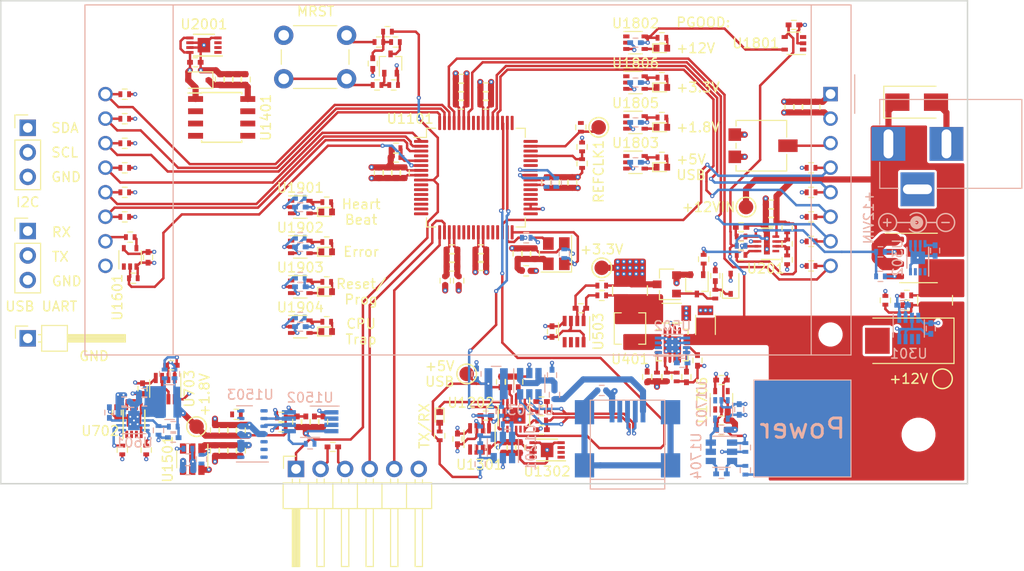
<source format=kicad_pcb>
(kicad_pcb (version 20171130) (host pcbnew "(5.1.4)-1")
  (layers (0 F.Cu mixed) (1 GND mixed) (2 PWR mixed) (31 B.Cu mixed) (34 B.Paste user) (35 F.Paste user) (36 B.SilkS user) (37 F.SilkS user) (38 B.Mask user) (39 F.Mask user) (44 Edge.Cuts user))
  (net 0 "")
  (net 1 +12Vin)
  (net 2 GND)
  (net 3 "Net-(C204-Pad1)")
  (net 4 +12V)
  (net 5 POS12_SNS-)
  (net 6 POS12_SNS+)
  (net 7 +3V3)
  (net 8 "Net-(C402-Pad1)")
  (net 9 "Net-(C403-Pad1)")
  (net 10 "Net-(C405-Pad1)")
  (net 11 POS3P3_SNS_OUT+)
  (net 12 POS3P3_SNS_OUT-)
  (net 13 "Net-(C602-Pad1)")
  (net 14 "Net-(C603-Pad1)")
  (net 15 +1.8V)
  (net 16 POS1P8_SNS_OUT-)
  (net 17 POS1P8_SNS_OUT+)
  (net 18 "Net-(C802-Pad1)")
  (net 19 GNDA_MZ)
  (net 20 +3.3VA_MZ)
  (net 21 "Net-(C1001-Pad1)")
  (net 22 +5V_USB)
  (net 23 "Net-(C1206-Pad1)")
  (net 24 "/USB UART Bridge/CONN_USB+")
  (net 25 "/USB UART Bridge/CONN_USB-")
  (net 26 "Net-(C1209-Pad1)")
  (net 27 POS5_USB_SNS+)
  (net 28 POS5_USB_SNS-)
  (net 29 "Net-(C1401-Pad1)")
  (net 30 POS3P3_POX_ADC)
  (net 31 +3.3V_POX)
  (net 32 "Net-(C1704-Pad1)")
  (net 33 "Net-(C1704-Pad2)")
  (net 34 "Net-(C1706-Pad1)")
  (net 35 "Net-(C1708-Pad1)")
  (net 36 "Net-(C1802-Pad1)")
  (net 37 VBAT_ADC)
  (net 38 "Net-(D1201-Pad2)")
  (net 39 ~USB_ACTIVE)
  (net 40 "Net-(D1801-Pad2)")
  (net 41 "Net-(D1801-Pad1)")
  (net 42 "Net-(D1802-Pad2)")
  (net 43 "Net-(D1802-Pad1)")
  (net 44 "Net-(D1804-Pad1)")
  (net 45 "Net-(D1804-Pad2)")
  (net 46 "Net-(D1805-Pad1)")
  (net 47 "Net-(D1805-Pad2)")
  (net 48 "Net-(D1901-Pad1)")
  (net 49 "Net-(D1901-Pad2)")
  (net 50 "Net-(D1902-Pad2)")
  (net 51 "Net-(D1902-Pad1)")
  (net 52 "Net-(D1903-Pad1)")
  (net 53 "Net-(D1903-Pad2)")
  (net 54 "Net-(D1904-Pad1)")
  (net 55 "Net-(D1904-Pad2)")
  (net 56 "Net-(J801-Pad6)")
  (net 57 PIC32MZ_ICSPCLK)
  (net 58 PIC32MZ_ICSPDAT)
  (net 59 ~PIC32MZ_MCLR)
  (net 60 "Net-(J1201-Pad1)")
  (net 61 "Net-(J1201-Pad4)")
  (net 62 "Net-(J1201-Pad6)")
  (net 63 I2C_SCL)
  (net 64 I2C_SDA)
  (net 65 USB_UART_RX)
  (net 66 USB_UART_TX)
  (net 67 "Net-(L401-Pad1)")
  (net 68 "Net-(Q201-Pad1)")
  (net 69 "Net-(Q201-Pad2)")
  (net 70 "Net-(Q201-Pad4)")
  (net 71 "Net-(Q201-Pad5)")
  (net 72 POS3P3_RUN)
  (net 73 "Net-(Q401-Pad3)")
  (net 74 "Net-(Q801-Pad3)")
  (net 75 "Net-(Q801-Pad1)")
  (net 76 POS3P3_PGOOD)
  (net 77 "Net-(R201-Pad2)")
  (net 78 "Net-(R202-Pad2)")
  (net 79 "Net-(R204-Pad2)")
  (net 80 "Net-(R205-Pad1)")
  (net 81 POS12_PGOOD)
  (net 82 "Net-(R410-Pad2)")
  (net 83 POS1P8_PGOOD)
  (net 84 POS1P8_RUN)
  (net 85 "Net-(R609-Pad2)")
  (net 86 "Net-(R801-Pad1)")
  (net 87 PIC32MZ_POSC_EC_Enable)
  (net 88 PIC32MZ_POSC_EC)
  (net 89 "Net-(R1002-Pad1)")
  (net 90 "Net-(R1201-Pad2)")
  (net 91 "Net-(R1202-Pad2)")
  (net 92 POS5_USB_PGOOD)
  (net 93 "Net-(R1206-Pad2)")
  (net 94 "/USB UART Bridge/BRIDGE_USB+")
  (net 95 "/USB UART Bridge/BRIDGE_USB-")
  (net 96 POS3P3_POX_Enable)
  (net 97 POX_I2C_Enable)
  (net 98 "Net-(R1505-Pad2)")
  (net 99 "Net-(R1506-Pad2)")
  (net 100 ~POX_INT)
  (net 101 LCD_BACKLIGHT_PWM)
  (net 102 LCD_PMP_RS)
  (net 103 LCD_PMP_R_W)
  (net 104 LCD_BACKLIGHT)
  (net 105 "Net-(R1604-Pad1)")
  (net 106 LCD_PMP_E)
  (net 107 "Net-(R1702-Pad1)")
  (net 108 "Net-(R1704-Pad1)")
  (net 109 Heartbeat_LED)
  (net 110 Error_LED)
  (net 111 Reset_LED)
  (net 112 CPU_Trap_LED)
  (net 113 Telemetry_Config)
  (net 114 SD_Logging_Config)
  (net 115 SD_SPI_CS)
  (net 116 SD_SPI_MOSI)
  (net 117 SD_SPI_SCLK)
  (net 118 SD_SPI_MISO)
  (net 119 ~SD_CARD_DETECT)
  (net 120 LCD_PMP_DB0)
  (net 121 LCD_PMP_DB7)
  (net 122 LCD_PMP_DB1)
  (net 123 LCD_PMP_DB2)
  (net 124 LCD_PMP_DB3)
  (net 125 LCD_PMP_DB5)
  (net 126 LCD_PMP_DB4)
  (net 127 LCD_PMP_DB6)
  (net 128 LCD_CONTRAST)
  (net 129 "Net-(U302-Pad3)")
  (net 130 "Net-(U502-Pad3)")
  (net 131 "Net-(U702-Pad3)")
  (net 132 PIC32MZ_REFCLK1)
  (net 133 "Net-(U1101-Pad11)")
  (net 134 "Net-(U1101-Pad12)")
  (net 135 "Net-(U1101-Pad24)")
  (net 136 "Net-(U1101-Pad27)")
  (net 137 "Net-(U1101-Pad33)")
  (net 138 "Net-(U1101-Pad36)")
  (net 139 "Net-(U1101-Pad37)")
  (net 140 "Net-(U1101-Pad38)")
  (net 141 "Net-(U1202-Pad2)")
  (net 142 "Net-(U1202-Pad8)")
  (net 143 "Net-(U1202-Pad11)")
  (net 144 "Net-(U1302-Pad3)")
  (net 145 "Net-(U1401-Pad2)")
  (net 146 "Net-(U1401-Pad3)")
  (net 147 "Net-(U1401-Pad7)")
  (net 148 "Net-(U1503-Pad1)")
  (net 149 "Net-(U1503-Pad5)")
  (net 150 "Net-(U1503-Pad6)")
  (net 151 "Net-(U1503-Pad7)")
  (net 152 "Net-(U1503-Pad8)")
  (net 153 "Net-(U1503-Pad14)")
  (net 154 "Net-(U1702-Pad1)")
  (net 155 "Net-(U1702-Pad3)")
  (net 156 Cap_Touch_Power)
  (net 157 "Net-(U1801-Pad3)")
  (net 158 "Net-(U1801-Pad1)")
  (net 159 "Net-(U2001-Pad3)")
  (net 160 "Net-(U1101-Pad48)")
  (module Capacitors_SMD:C_0402 (layer F.Cu) (at 155.067 103.9495 90)
    (fp_text reference C1204 hide)
    (fp_text value 4.7uF)
    (pad 2 smd rect (at 0.55 0 90) (size 0.6 0.5) (layers F.Cu F.Paste F.Mask) (net 2 GND))
    (pad 1 smd rect (at -0.55 0 90) (size 0.6 0.5) (layers F.Cu F.Paste F.Mask) (net 22 +5V_USB))
  )
  (module Symbol:Symbol_Barrel_Polarity (layer B.Cu) (at 198.0565 87.376 180)
    (fp_text reference REF** hide)
    (fp_text value Symbol_Barrel_Polarity)
  )
  (module Package_SO:SOIC-8_3.9x4.9mm_P1.27mm (layer F.Cu) (at 198.247 91.1225)
    (fp_text reference Q201 hide)
    (fp_text value Si4946BEY)
    (pad 8 smd roundrect (at 2.475 -1.905) (size 1.95 0.6) (layers F.Cu F.Paste F.Mask) (net 1 +12Vin))
    (pad 7 smd roundrect (at 2.475 -0.635) (size 1.95 0.6) (layers F.Cu F.Paste F.Mask) (net 1 +12Vin))
    (pad 6 smd roundrect (at 2.475 0.635) (size 1.95 0.6) (layers F.Cu F.Paste F.Mask) (net 71 "Net-(Q201-Pad5)"))
    (pad 5 smd roundrect (at 2.475 1.905) (size 1.95 0.6) (layers F.Cu F.Paste F.Mask) (net 71 "Net-(Q201-Pad5)"))
    (pad 4 smd roundrect (at -2.475 1.905) (size 1.95 0.6) (layers F.Cu F.Paste F.Mask) (net 70 "Net-(Q201-Pad4)"))
    (pad 3 smd roundrect (at -2.475 0.635) (size 1.95 0.6) (layers F.Cu F.Paste F.Mask) (net 68 "Net-(Q201-Pad1)"))
    (pad 2 smd roundrect (at -2.475 -0.635) (size 1.95 0.6) (layers F.Cu F.Paste F.Mask) (net 69 "Net-(Q201-Pad2)"))
    (pad 1 smd roundrect (at -2.475 -1.905) (size 1.95 0.6) (layers F.Cu F.Paste F.Mask) (net 68 "Net-(Q201-Pad1)"))
  )
  (module Capacitors_SMD:C_0402 (layer F.Cu) (at 183.007 85.598 180)
    (fp_text reference C201 hide)
    (fp_text value 0.1uF)
    (pad 1 smd rect (at -0.55 0 180) (size 0.6 0.5) (layers F.Cu F.Paste F.Mask) (net 1 +12Vin))
    (pad 2 smd rect (at 0.55 0 180) (size 0.6 0.5) (layers F.Cu F.Paste F.Mask) (net 2 GND))
  )
  (module Capacitors_SMD:C_0402 (layer F.Cu) (at 183.007 86.487 180)
    (fp_text reference C202 hide)
    (fp_text value 10nF)
    (pad 1 smd rect (at -0.55 0 180) (size 0.6 0.5) (layers F.Cu F.Paste F.Mask) (net 1 +12Vin))
    (pad 2 smd rect (at 0.55 0 180) (size 0.6 0.5) (layers F.Cu F.Paste F.Mask) (net 2 GND))
  )
  (module Capacitors_SMD:C_0402 (layer F.Cu) (at 183.007 87.376 180)
    (fp_text reference C203 hide)
    (fp_text value 1nF)
    (pad 2 smd rect (at 0.55 0 180) (size 0.6 0.5) (layers F.Cu F.Paste F.Mask) (net 2 GND))
    (pad 1 smd rect (at -0.55 0 180) (size 0.6 0.5) (layers F.Cu F.Paste F.Mask) (net 1 +12Vin))
  )
  (module Capacitors_SMD:C_0402 (layer F.Cu) (at 179.8955 87.9475)
    (fp_text reference C204 hide)
    (fp_text value 0.1uF)
    (pad 1 smd rect (at -0.55 0) (size 0.6 0.5) (layers F.Cu F.Paste F.Mask) (net 3 "Net-(C204-Pad1)"))
    (pad 2 smd rect (at 0.55 0) (size 0.6 0.5) (layers F.Cu F.Paste F.Mask) (net 2 GND))
  )
  (module Capacitors_Tantalum_SMD:CP_Tantalum_Case-X_EIA-7343-43_Reflow (layer F.Cu) (at 197.1675 99.695 180)
    (fp_text reference C205 hide)
    (fp_text value 100uF)
    (pad 1 smd rect (at -3.175 0 180) (size 2.55 2.7) (layers F.Cu F.Paste F.Mask) (net 4 +12V))
    (pad 2 smd rect (at 3.175 0 180) (size 2.55 2.7) (layers F.Cu F.Paste F.Mask) (net 2 GND))
  )
  (module Capacitors_SMD:C_0402 (layer B.Cu) (at 196.596 96.012)
    (fp_text reference C301 hide)
    (fp_text value 0.1uF)
    (pad 2 smd rect (at 0.55 0) (size 0.6 0.5) (layers B.Cu B.Paste B.Mask) (net 5 POS12_SNS-))
    (pad 1 smd rect (at -0.55 0) (size 0.6 0.5) (layers B.Cu B.Paste B.Mask) (net 6 POS12_SNS+))
  )
  (module Capacitors_SMD:C_0402 (layer B.Cu) (at 199.517 98.425 270)
    (fp_text reference C302 hide)
    (fp_text value 0.1uF)
    (pad 2 smd rect (at 0.55 0 270) (size 0.6 0.5) (layers B.Cu B.Paste B.Mask) (net 2 GND))
    (pad 1 smd rect (at -0.55 0 270) (size 0.6 0.5) (layers B.Cu B.Paste B.Mask) (net 7 +3V3))
  )
  (module Capacitors_SMD:C_0402 (layer B.Cu) (at 199.9615 90.3605 270)
    (fp_text reference C303 hide)
    (fp_text value 0.1uF)
    (pad 1 smd rect (at -0.55 0 270) (size 0.6 0.5) (layers B.Cu B.Paste B.Mask) (net 7 +3V3))
    (pad 2 smd rect (at 0.55 0 270) (size 0.6 0.5) (layers B.Cu B.Paste B.Mask) (net 2 GND))
  )
  (module Capacitors_SMD:C_1206 (layer F.Cu) (at 176.2125 98.044 90)
    (fp_text reference C401 hide)
    (fp_text value 10uF)
    (pad 2 smd rect (at 1.5 0 90) (size 1 1.6) (layers F.Cu F.Paste F.Mask) (net 2 GND))
    (pad 1 smd rect (at -1.5 0 90) (size 1 1.6) (layers F.Cu F.Paste F.Mask) (net 4 +12V))
  )
  (module Capacitors_SMD:C_0402 (layer F.Cu) (at 177.2285 92.964 90)
    (fp_text reference C402 hide)
    (fp_text value 10uF)
    (pad 2 smd rect (at 0.55 0 90) (size 0.6 0.5) (layers F.Cu F.Paste F.Mask) (net 2 GND))
    (pad 1 smd rect (at -0.55 0 90) (size 0.6 0.5) (layers F.Cu F.Paste F.Mask) (net 8 "Net-(C402-Pad1)"))
  )
  (module Capacitors_SMD:C_0402 (layer F.Cu) (at 174.244 103.4415 270)
    (fp_text reference C403 hide)
    (fp_text value 10nF)
    (pad 2 smd rect (at 0.55 0 270) (size 0.6 0.5) (layers F.Cu F.Paste F.Mask) (net 2 GND))
    (pad 1 smd rect (at -0.55 0 270) (size 0.6 0.5) (layers F.Cu F.Paste F.Mask) (net 9 "Net-(C403-Pad1)"))
  )
  (module Capacitors_SMD:C_0402 (layer F.Cu) (at 175.387 101.727 270)
    (fp_text reference C404 hide)
    (fp_text value 0.1uF)
    (pad 1 smd rect (at -0.55 0 270) (size 0.6 0.5) (layers F.Cu F.Paste F.Mask) (net 4 +12V))
    (pad 2 smd rect (at 0.55 0 270) (size 0.6 0.5) (layers F.Cu F.Paste F.Mask) (net 2 GND))
  )
  (module Capacitors_SMD:C_1206 (layer F.Cu) (at 172.72 96.8375)
    (fp_text reference C405 hide)
    (fp_text value 100uF)
    (pad 1 smd rect (at -1.5 0) (size 1 1.6) (layers F.Cu F.Paste F.Mask) (net 10 "Net-(C405-Pad1)"))
    (pad 2 smd rect (at 1.5 0) (size 1 1.6) (layers F.Cu F.Paste F.Mask) (net 2 GND))
  )
  (module Capacitors_SMD:C_0402 (layer F.Cu) (at 170.18 103.4415 90)
    (fp_text reference C406 hide)
    (fp_text value 0.1uF)
    (pad 1 smd rect (at -0.55 0 90) (size 0.6 0.5) (layers F.Cu F.Paste F.Mask) (net 7 +3V3))
    (pad 2 smd rect (at 0.55 0 90) (size 0.6 0.5) (layers F.Cu F.Paste F.Mask) (net 2 GND))
  )
  (module Capacitors_SMD:C_0402 (layer B.Cu) (at 173.7995 101.981 180)
    (fp_text reference C503 hide)
    (fp_text value 0.1uF)
    (pad 1 smd rect (at -0.55 0 180) (size 0.6 0.5) (layers B.Cu B.Paste B.Mask) (net 7 +3V3))
    (pad 2 smd rect (at 0.55 0 180) (size 0.6 0.5) (layers B.Cu B.Paste B.Mask) (net 2 GND))
  )
  (module Capacitors_SMD:C_0402 (layer F.Cu) (at 163.322 96.3295 180)
    (fp_text reference C504 hide)
    (fp_text value 0.1uF)
    (pad 1 smd rect (at -0.55 0 180) (size 0.6 0.5) (layers F.Cu F.Paste F.Mask) (net 11 POS3P3_SNS_OUT+))
    (pad 2 smd rect (at 0.55 0 180) (size 0.6 0.5) (layers F.Cu F.Paste F.Mask) (net 12 POS3P3_SNS_OUT-))
  )
  (module Capacitors_SMD:C_0402 (layer F.Cu) (at 160.3375 98.7425 270)
    (fp_text reference C505 hide)
    (fp_text value 0.1uF)
    (pad 2 smd rect (at 0.55 0 270) (size 0.6 0.5) (layers F.Cu F.Paste F.Mask) (net 2 GND))
    (pad 1 smd rect (at -0.55 0 270) (size 0.6 0.5) (layers F.Cu F.Paste F.Mask) (net 7 +3V3))
  )
  (module Capacitors_SMD:C_0402 (layer B.Cu) (at 116.078 105.9815)
    (fp_text reference C601 hide)
    (fp_text value 10uF)
    (pad 2 smd rect (at 0.55 0) (size 0.6 0.5) (layers B.Cu B.Paste B.Mask) (net 2 GND))
    (pad 1 smd rect (at -0.55 0) (size 0.6 0.5) (layers B.Cu B.Paste B.Mask) (net 7 +3V3))
  )
  (module Capacitors_SMD:C_0402 (layer B.Cu) (at 114.554 107.1245 90)
    (fp_text reference C602 hide)
    (fp_text value 0.1uF)
    (pad 2 smd rect (at 0.55 0 90) (size 0.6 0.5) (layers B.Cu B.Paste B.Mask) (net 2 GND))
    (pad 1 smd rect (at -0.55 0 90) (size 0.6 0.5) (layers B.Cu B.Paste B.Mask) (net 13 "Net-(C602-Pad1)"))
  )
  (module Capacitors_SMD:C_0402 (layer B.Cu) (at 118.1735 105.9815 180)
    (fp_text reference C603 hide)
    (fp_text value 10uF)
    (pad 2 smd rect (at 0.55 0 180) (size 0.6 0.5) (layers B.Cu B.Paste B.Mask) (net 2 GND))
    (pad 1 smd rect (at -0.55 0 180) (size 0.6 0.5) (layers B.Cu B.Paste B.Mask) (net 14 "Net-(C603-Pad1)"))
  )
  (module Capacitors_SMD:C_0402 (layer B.Cu) (at 118.1735 105.0925 180)
    (fp_text reference C604 hide)
    (fp_text value 10uF)
    (pad 1 smd rect (at -0.55 0 180) (size 0.6 0.5) (layers B.Cu B.Paste B.Mask) (net 14 "Net-(C603-Pad1)"))
    (pad 2 smd rect (at 0.55 0 180) (size 0.6 0.5) (layers B.Cu B.Paste B.Mask) (net 2 GND))
  )
  (module Capacitors_SMD:C_0402 (layer B.Cu) (at 121.158 109.728 180)
    (fp_text reference C605 hide)
    (fp_text value 0.1uF)
    (pad 1 smd rect (at -0.55 0 180) (size 0.6 0.5) (layers B.Cu B.Paste B.Mask) (net 15 +1.8V))
    (pad 2 smd rect (at 0.55 0 180) (size 0.6 0.5) (layers B.Cu B.Paste B.Mask) (net 2 GND))
  )
  (module Capacitors_SMD:C_0402 (layer F.Cu) (at 115.316 107.1245 270)
    (fp_text reference C703 hide)
    (fp_text value 0.1uF)
    (pad 1 smd rect (at -0.55 0 270) (size 0.6 0.5) (layers F.Cu F.Paste F.Mask) (net 7 +3V3))
    (pad 2 smd rect (at 0.55 0 270) (size 0.6 0.5) (layers F.Cu F.Paste F.Mask) (net 2 GND))
  )
  (module Capacitors_SMD:C_0402 (layer F.Cu) (at 120.9675 102.235 180)
    (fp_text reference C704 hide)
    (fp_text value 0.1uF)
    (pad 2 smd rect (at 0.55 0 180) (size 0.6 0.5) (layers F.Cu F.Paste F.Mask) (net 16 POS1P8_SNS_OUT-))
    (pad 1 smd rect (at -0.55 0 180) (size 0.6 0.5) (layers F.Cu F.Paste F.Mask) (net 17 POS1P8_SNS_OUT+))
  )
  (module Capacitors_SMD:C_0402 (layer F.Cu) (at 117.983 104.648 270)
    (fp_text reference C705 hide)
    (fp_text value 0.1uF)
    (pad 1 smd rect (at -0.55 0 270) (size 0.6 0.5) (layers F.Cu F.Paste F.Mask) (net 7 +3V3))
    (pad 2 smd rect (at 0.55 0 270) (size 0.6 0.5) (layers F.Cu F.Paste F.Mask) (net 2 GND))
  )
  (module Capacitors_SMD:C_0402 (layer F.Cu) (at 137.668 110.6805)
    (fp_text reference C801 hide)
    (fp_text value 0.1uF)
    (pad 1 smd rect (at -0.55 0) (size 0.6 0.5) (layers F.Cu F.Paste F.Mask) (net 7 +3V3))
    (pad 2 smd rect (at 0.55 0) (size 0.6 0.5) (layers F.Cu F.Paste F.Mask) (net 2 GND))
  )
  (module Capacitors_SMD:C_0402 (layer F.Cu) (at 141.7955 70.993 270)
    (fp_text reference C802 hide)
    (fp_text value 0.1uF)
    (pad 2 smd rect (at 0.55 0 270) (size 0.6 0.5) (layers F.Cu F.Paste F.Mask) (net 2 GND))
    (pad 1 smd rect (at -0.55 0 270) (size 0.6 0.5) (layers F.Cu F.Paste F.Mask) (net 18 "Net-(C802-Pad1)"))
  )
  (module Capacitors_SMD:C_0402 (layer F.Cu) (at 161.544 83.312 90)
    (fp_text reference C901 hide)
    (fp_text value 0.1uF)
    (pad 2 smd rect (at 0.55 0 90) (size 0.6 0.5) (layers F.Cu F.Paste F.Mask) (net 2 GND))
    (pad 1 smd rect (at -0.55 0 90) (size 0.6 0.5) (layers F.Cu F.Paste F.Mask) (net 7 +3V3))
  )
  (module Capacitors_SMD:C_0402 (layer F.Cu) (at 143.3195 82.296 90)
    (fp_text reference C902 hide)
    (fp_text value 0.1uF)
    (pad 2 smd rect (at 0.55 0 90) (size 0.6 0.5) (layers F.Cu F.Paste F.Mask) (net 2 GND))
    (pad 1 smd rect (at -0.55 0 90) (size 0.6 0.5) (layers F.Cu F.Paste F.Mask) (net 7 +3V3))
  )
  (module Capacitors_SMD:C_0402 (layer F.Cu) (at 142.4305 82.296 90)
    (fp_text reference C903 hide)
    (fp_text value 10uF)
    (pad 2 smd rect (at 0.55 0 90) (size 0.6 0.5) (layers F.Cu F.Paste F.Mask) (net 2 GND))
    (pad 1 smd rect (at -0.55 0 90) (size 0.6 0.5) (layers F.Cu F.Paste F.Mask) (net 7 +3V3))
  )
  (module Capacitors_SMD:C_0402 (layer F.Cu) (at 160.655 83.312 90)
    (fp_text reference C904 hide)
    (fp_text value 10nF)
    (pad 2 smd rect (at 0.55 0 90) (size 0.6 0.5) (layers F.Cu F.Paste F.Mask) (net 2 GND))
    (pad 1 smd rect (at -0.55 0 90) (size 0.6 0.5) (layers F.Cu F.Paste F.Mask) (net 7 +3V3))
  )
  (module Capacitors_SMD:C_0402 (layer F.Cu) (at 144.2085 82.296 90)
    (fp_text reference C905 hide)
    (fp_text value 10nF)
    (pad 2 smd rect (at 0.55 0 90) (size 0.6 0.5) (layers F.Cu F.Paste F.Mask) (net 2 GND))
    (pad 1 smd rect (at -0.55 0 90) (size 0.6 0.5) (layers F.Cu F.Paste F.Mask) (net 7 +3V3))
  )
  (module Capacitors_SMD:C_0402 (layer F.Cu) (at 159.766 83.312 90)
    (fp_text reference C906 hide)
    (fp_text value 1nF)
    (pad 1 smd rect (at -0.55 0 90) (size 0.6 0.5) (layers F.Cu F.Paste F.Mask) (net 7 +3V3))
    (pad 2 smd rect (at 0.55 0 90) (size 0.6 0.5) (layers F.Cu F.Paste F.Mask) (net 2 GND))
  )
  (module Capacitors_SMD:C_0402 (layer F.Cu) (at 145.0975 82.296 90)
    (fp_text reference C907 hide)
    (fp_text value 1nF)
    (pad 1 smd rect (at -0.55 0 90) (size 0.6 0.5) (layers F.Cu F.Paste F.Mask) (net 7 +3V3))
    (pad 2 smd rect (at 0.55 0 90) (size 0.6 0.5) (layers F.Cu F.Paste F.Mask) (net 2 GND))
  )
  (module Capacitors_SMD:C_0402 (layer F.Cu) (at 153.4795 73.4695 180)
    (fp_text reference C908 hide)
    (fp_text value 0.1uF)
    (pad 1 smd rect (at -0.55 0 180) (size 0.6 0.5) (layers F.Cu F.Paste F.Mask) (net 7 +3V3))
    (pad 2 smd rect (at 0.55 0 180) (size 0.6 0.5) (layers F.Cu F.Paste F.Mask) (net 2 GND))
  )
  (module Capacitors_SMD:C_0402 (layer F.Cu) (at 150.9395 72.5805)
    (fp_text reference C909 hide)
    (fp_text value 10uF)
    (pad 2 smd rect (at 0.55 0) (size 0.6 0.5) (layers F.Cu F.Paste F.Mask) (net 2 GND))
    (pad 1 smd rect (at -0.55 0) (size 0.6 0.5) (layers F.Cu F.Paste F.Mask) (net 7 +3V3))
  )
  (module Capacitors_SMD:C_0402 (layer F.Cu) (at 153.4795 74.3585 180)
    (fp_text reference C910 hide)
    (fp_text value 10nF)
    (pad 1 smd rect (at -0.55 0 180) (size 0.6 0.5) (layers F.Cu F.Paste F.Mask) (net 7 +3V3))
    (pad 2 smd rect (at 0.55 0 180) (size 0.6 0.5) (layers F.Cu F.Paste F.Mask) (net 2 GND))
  )
  (module Capacitors_SMD:C_0402 (layer F.Cu) (at 153.4795 75.2475 180)
    (fp_text reference C911 hide)
    (fp_text value 1nF)
    (pad 2 smd rect (at 0.55 0 180) (size 0.6 0.5) (layers F.Cu F.Paste F.Mask) (net 2 GND))
    (pad 1 smd rect (at -0.55 0 180) (size 0.6 0.5) (layers F.Cu F.Paste F.Mask) (net 7 +3V3))
  )
  (module Capacitors_SMD:C_0402 (layer F.Cu) (at 150.9395 73.4695)
    (fp_text reference C912 hide)
    (fp_text value 0.1uF)
    (pad 2 smd rect (at 0.55 0) (size 0.6 0.5) (layers F.Cu F.Paste F.Mask) (net 2 GND))
    (pad 1 smd rect (at -0.55 0) (size 0.6 0.5) (layers F.Cu F.Paste F.Mask) (net 7 +3V3))
  )
  (module Capacitors_SMD:C_0402 (layer F.Cu) (at 162.433 83.312 90)
    (fp_text reference C913 hide)
    (fp_text value 10uF)
    (pad 2 smd rect (at 0.55 0 90) (size 0.6 0.5) (layers F.Cu F.Paste F.Mask) (net 2 GND))
    (pad 1 smd rect (at -0.55 0 90) (size 0.6 0.5) (layers F.Cu F.Paste F.Mask) (net 7 +3V3))
  )
  (module Capacitors_SMD:C_0402 (layer F.Cu) (at 150.9395 74.3585)
    (fp_text reference C914 hide)
    (fp_text value 10nF)
    (pad 2 smd rect (at 0.55 0) (size 0.6 0.5) (layers F.Cu F.Paste F.Mask) (net 2 GND))
    (pad 1 smd rect (at -0.55 0) (size 0.6 0.5) (layers F.Cu F.Paste F.Mask) (net 7 +3V3))
  )
  (module Capacitors_SMD:C_0402 (layer F.Cu) (at 150.9395 75.2475)
    (fp_text reference C915 hide)
    (fp_text value 1nF)
    (pad 1 smd rect (at -0.55 0) (size 0.6 0.5) (layers F.Cu F.Paste F.Mask) (net 7 +3V3))
    (pad 2 smd rect (at 0.55 0) (size 0.6 0.5) (layers F.Cu F.Paste F.Mask) (net 2 GND))
  )
  (module Capacitors_SMD:C_0402 (layer F.Cu) (at 152.9715 91.948 180)
    (fp_text reference C916 hide)
    (fp_text value 0.1uF)
    (pad 1 smd rect (at -0.55 0 180) (size 0.6 0.5) (layers F.Cu F.Paste F.Mask) (net 7 +3V3))
    (pad 2 smd rect (at 0.55 0 180) (size 0.6 0.5) (layers F.Cu F.Paste F.Mask) (net 2 GND))
  )
  (module Capacitors_SMD:C_0402 (layer F.Cu) (at 149.987 92.0115)
    (fp_text reference C917 hide)
    (fp_text value 0.1uF)
    (pad 1 smd rect (at -0.55 0) (size 0.6 0.5) (layers F.Cu F.Paste F.Mask) (net 20 +3.3VA_MZ))
    (pad 2 smd rect (at 0.55 0) (size 0.6 0.5) (layers F.Cu F.Paste F.Mask) (net 19 GNDA_MZ))
  )
  (module Capacitors_SMD:C_0402 (layer F.Cu) (at 152.9715 91.1225 180)
    (fp_text reference C918 hide)
    (fp_text value 10nF)
    (pad 1 smd rect (at -0.55 0 180) (size 0.6 0.5) (layers F.Cu F.Paste F.Mask) (net 7 +3V3))
    (pad 2 smd rect (at 0.55 0 180) (size 0.6 0.5) (layers F.Cu F.Paste F.Mask) (net 2 GND))
  )
  (module Capacitors_SMD:C_0402 (layer F.Cu) (at 149.987 91.1225)
    (fp_text reference C919 hide)
    (fp_text value 10nF)
    (pad 1 smd rect (at -0.55 0) (size 0.6 0.5) (layers F.Cu F.Paste F.Mask) (net 20 +3.3VA_MZ))
    (pad 2 smd rect (at 0.55 0) (size 0.6 0.5) (layers F.Cu F.Paste F.Mask) (net 19 GNDA_MZ))
  )
  (module Capacitors_SMD:C_0402 (layer F.Cu) (at 152.9715 90.2335 180)
    (fp_text reference C920 hide)
    (fp_text value 1nF)
    (pad 2 smd rect (at 0.55 0 180) (size 0.6 0.5) (layers F.Cu F.Paste F.Mask) (net 2 GND))
    (pad 1 smd rect (at -0.55 0 180) (size 0.6 0.5) (layers F.Cu F.Paste F.Mask) (net 7 +3V3))
  )
  (module Capacitors_SMD:C_0402 (layer F.Cu) (at 149.987 90.2335)
    (fp_text reference C921 hide)
    (fp_text value 1nF)
    (pad 2 smd rect (at 0.55 0) (size 0.6 0.5) (layers F.Cu F.Paste F.Mask) (net 19 GNDA_MZ))
    (pad 1 smd rect (at -0.55 0) (size 0.6 0.5) (layers F.Cu F.Paste F.Mask) (net 20 +3.3VA_MZ))
  )
  (module Capacitors_SMD:C_0402 (layer F.Cu) (at 156.7815 90.678 90)
    (fp_text reference C1001 hide)
    (fp_text value 0.1uF)
    (pad 1 smd rect (at -0.55 0 90) (size 0.6 0.5) (layers F.Cu F.Paste F.Mask) (net 21 "Net-(C1001-Pad1)"))
    (pad 2 smd rect (at 0.55 0 90) (size 0.6 0.5) (layers F.Cu F.Paste F.Mask) (net 2 GND))
  )
  (module Capacitors_SMD:C_0402 (layer F.Cu) (at 157.6705 90.678 90)
    (fp_text reference C1003 hide)
    (fp_text value 10nF)
    (pad 1 smd rect (at -0.55 0 90) (size 0.6 0.5) (layers F.Cu F.Paste F.Mask) (net 21 "Net-(C1001-Pad1)"))
    (pad 2 smd rect (at 0.55 0 90) (size 0.6 0.5) (layers F.Cu F.Paste F.Mask) (net 2 GND))
  )
  (module Capacitors_SMD:C_0402 (layer F.Cu) (at 158.5595 90.678 90)
    (fp_text reference C1005 hide)
    (fp_text value 1nF)
    (pad 2 smd rect (at 0.55 0 90) (size 0.6 0.5) (layers F.Cu F.Paste F.Mask) (net 2 GND))
    (pad 1 smd rect (at -0.55 0 90) (size 0.6 0.5) (layers F.Cu F.Paste F.Mask) (net 21 "Net-(C1001-Pad1)"))
  )
  (module Capacitors_SMD:C_0402 (layer F.Cu) (at 156.1465 110.744 270)
    (fp_text reference C1201 hide)
    (fp_text value 0.1uF)
    (pad 1 smd rect (at -0.55 0 270) (size 0.6 0.5) (layers F.Cu F.Paste F.Mask) (net 7 +3V3))
    (pad 2 smd rect (at 0.55 0 270) (size 0.6 0.5) (layers F.Cu F.Paste F.Mask) (net 2 GND))
  )
  (module Capacitors_SMD:C_0402 (layer F.Cu) (at 155.2575 110.744 270)
    (fp_text reference C1202 hide)
    (fp_text value 0.1uF)
    (pad 2 smd rect (at 0.55 0 270) (size 0.6 0.5) (layers F.Cu F.Paste F.Mask) (net 2 GND))
    (pad 1 smd rect (at -0.55 0 270) (size 0.6 0.5) (layers F.Cu F.Paste F.Mask) (net 7 +3V3))
  )
  (module Capacitors_SMD:C_0402 (layer F.Cu) (at 155.956 103.9495 90)
    (fp_text reference C1203 hide)
    (fp_text value 0.1uF)
    (pad 1 smd rect (at -0.55 0 90) (size 0.6 0.5) (layers F.Cu F.Paste F.Mask) (net 22 +5V_USB))
    (pad 2 smd rect (at 0.55 0 90) (size 0.6 0.5) (layers F.Cu F.Paste F.Mask) (net 2 GND))
  )
  (module Capacitors_SMD:C_0402 (layer B.Cu) (at 152.527 103.124 90)
    (fp_text reference C1205 hide)
    (fp_text value 0.1uF)
    (pad 2 smd rect (at 0.55 0 90) (size 0.6 0.5) (layers B.Cu B.Paste B.Mask) (net 2 GND))
    (pad 1 smd rect (at -0.55 0 90) (size 0.6 0.5) (layers B.Cu B.Paste B.Mask) (net 22 +5V_USB))
  )
  (module Capacitors_SMD:C_0402 (layer F.Cu) (at 156.845 103.9495 90)
    (fp_text reference C1206 hide)
    (fp_text value 0.1uF)
    (pad 2 smd rect (at 0.55 0 90) (size 0.6 0.5) (layers F.Cu F.Paste F.Mask) (net 2 GND))
    (pad 1 smd rect (at -0.55 0 90) (size 0.6 0.5) (layers F.Cu F.Paste F.Mask) (net 23 "Net-(C1206-Pad1)"))
  )
  (module Capacitors_SMD:C_0402 (layer F.Cu) (at 159.258 108.9025 180)
    (fp_text reference C1207 hide)
    (fp_text value 47pF)
    (pad 1 smd rect (at -0.55 0 180) (size 0.6 0.5) (layers F.Cu F.Paste F.Mask) (net 24 "/USB UART Bridge/CONN_USB+"))
    (pad 2 smd rect (at 0.55 0 180) (size 0.6 0.5) (layers F.Cu F.Paste F.Mask) (net 2 GND))
  )
  (module Capacitors_SMD:C_0402 (layer F.Cu) (at 159.258 105.9815 180)
    (fp_text reference C1208 hide)
    (fp_text value 47pF)
    (pad 2 smd rect (at 0.55 0 180) (size 0.6 0.5) (layers F.Cu F.Paste F.Mask) (net 2 GND))
    (pad 1 smd rect (at -0.55 0 180) (size 0.6 0.5) (layers F.Cu F.Paste F.Mask) (net 25 "/USB UART Bridge/CONN_USB-"))
  )
  (module Capacitors_SMD:C_0402 (layer B.Cu) (at 160.3375 103.251 90)
    (fp_text reference C1209 hide)
    (fp_text value 0.1uF)
    (pad 1 smd rect (at -0.55 0 90) (size 0.6 0.5) (layers B.Cu B.Paste B.Mask) (net 26 "Net-(C1209-Pad1)"))
    (pad 2 smd rect (at 0.55 0 90) (size 0.6 0.5) (layers B.Cu B.Paste B.Mask) (net 2 GND))
  )
  (module Capacitors_SMD:C_0402 (layer F.Cu) (at 153.4795 107.442 180)
    (fp_text reference C1301 hide)
    (fp_text value 0.1uF)
    (pad 1 smd rect (at -0.55 0 180) (size 0.6 0.5) (layers F.Cu F.Paste F.Mask) (net 27 POS5_USB_SNS+))
    (pad 2 smd rect (at 0.55 0 180) (size 0.6 0.5) (layers F.Cu F.Paste F.Mask) (net 28 POS5_USB_SNS-))
  )
  (module Capacitors_SMD:C_0402 (layer F.Cu) (at 150.5585 109.855 270)
    (fp_text reference C1302 hide)
    (fp_text value 0.1uF)
    (pad 2 smd rect (at 0.55 0 270) (size 0.6 0.5) (layers F.Cu F.Paste F.Mask) (net 2 GND))
    (pad 1 smd rect (at -0.55 0 270) (size 0.6 0.5) (layers F.Cu F.Paste F.Mask) (net 7 +3V3))
  )
  (module Capacitors_SMD:C_0402 (layer F.Cu) (at 157.0355 110.744 270)
    (fp_text reference C1303 hide)
    (fp_text value 0.1uF)
    (pad 2 smd rect (at 0.55 0 270) (size 0.6 0.5) (layers F.Cu F.Paste F.Mask) (net 2 GND))
    (pad 1 smd rect (at -0.55 0 270) (size 0.6 0.5) (layers F.Cu F.Paste F.Mask) (net 7 +3V3))
  )
  (module Capacitors_SMD:C_0402 (layer F.Cu) (at 125.984 72.644 90)
    (fp_text reference C1401 hide)
    (fp_text value 10uF)
    (pad 2 smd rect (at 0.55 0 90) (size 0.6 0.5) (layers F.Cu F.Paste F.Mask) (net 2 GND))
    (pad 1 smd rect (at -0.55 0 90) (size 0.6 0.5) (layers F.Cu F.Paste F.Mask) (net 29 "Net-(C1401-Pad1)"))
  )
  (module Capacitors_SMD:C_0402 (layer F.Cu) (at 127.762 72.644 90)
    (fp_text reference C1402 hide)
    (fp_text value 10uF)
    (pad 1 smd rect (at -0.55 0 90) (size 0.6 0.5) (layers F.Cu F.Paste F.Mask) (net 29 "Net-(C1401-Pad1)"))
    (pad 2 smd rect (at 0.55 0 90) (size 0.6 0.5) (layers F.Cu F.Paste F.Mask) (net 2 GND))
  )
  (module Capacitors_SMD:C_0402 (layer F.Cu) (at 126.873 72.644 90)
    (fp_text reference C1403 hide)
    (fp_text value 10uF)
    (pad 2 smd rect (at 0.55 0 90) (size 0.6 0.5) (layers F.Cu F.Paste F.Mask) (net 2 GND))
    (pad 1 smd rect (at -0.55 0 90) (size 0.6 0.5) (layers F.Cu F.Paste F.Mask) (net 29 "Net-(C1401-Pad1)"))
  )
  (module Capacitors_SMD:C_0402 (layer F.Cu) (at 128.651 72.644 90)
    (fp_text reference C1404 hide)
    (fp_text value 0.1uF)
    (pad 1 smd rect (at -0.55 0 90) (size 0.6 0.5) (layers F.Cu F.Paste F.Mask) (net 29 "Net-(C1401-Pad1)"))
    (pad 2 smd rect (at 0.55 0 90) (size 0.6 0.5) (layers F.Cu F.Paste F.Mask) (net 2 GND))
  )
  (module Capacitors_SMD:C_0402 (layer B.Cu) (at 122.682 113.0935)
    (fp_text reference C1501 hide)
    (fp_text value 10uF)
    (pad 1 smd rect (at -0.55 0) (size 0.6 0.5) (layers B.Cu B.Paste B.Mask) (net 7 +3V3))
    (pad 2 smd rect (at 0.55 0) (size 0.6 0.5) (layers B.Cu B.Paste B.Mask) (net 2 GND))
  )
  (module Capacitors_SMD:C_0402 (layer F.Cu) (at 136.652 108.077 270)
    (fp_text reference C1502 hide)
    (fp_text value 0.1uF)
    (pad 1 smd rect (at -0.55 0 270) (size 0.6 0.5) (layers F.Cu F.Paste F.Mask) (net 7 +3V3))
    (pad 2 smd rect (at 0.55 0 270) (size 0.6 0.5) (layers F.Cu F.Paste F.Mask) (net 2 GND))
  )
  (module Capacitors_SMD:C_0402 (layer F.Cu) (at 135.763 108.077 270)
    (fp_text reference C1503 hide)
    (fp_text value 10uF)
    (pad 2 smd rect (at 0.55 0 270) (size 0.6 0.5) (layers F.Cu F.Paste F.Mask) (net 2 GND))
    (pad 1 smd rect (at -0.55 0 270) (size 0.6 0.5) (layers F.Cu F.Paste F.Mask) (net 7 +3V3))
  )
  (module Capacitors_SMD:C_0402 (layer F.Cu) (at 133.985 108.077 270)
    (fp_text reference C1504 hide)
    (fp_text value 0.1uF)
    (pad 1 smd rect (at -0.55 0 270) (size 0.6 0.5) (layers F.Cu F.Paste F.Mask) (net 15 +1.8V))
    (pad 2 smd rect (at 0.55 0 270) (size 0.6 0.5) (layers F.Cu F.Paste F.Mask) (net 2 GND))
  )
  (module Capacitors_SMD:C_0402 (layer F.Cu) (at 134.874 108.077 270)
    (fp_text reference C1505 hide)
    (fp_text value 10uF)
    (pad 2 smd rect (at 0.55 0 270) (size 0.6 0.5) (layers F.Cu F.Paste F.Mask) (net 2 GND))
    (pad 1 smd rect (at -0.55 0 270) (size 0.6 0.5) (layers F.Cu F.Paste F.Mask) (net 15 +1.8V))
  )
  (module Capacitors_SMD:C_0402 (layer F.Cu) (at 144.206499 80.728999 180)
    (fp_text reference C1506 hide)
    (fp_text value 10nF)
    (pad 1 smd rect (at -0.55 0 180) (size 0.6 0.5) (layers F.Cu F.Paste F.Mask) (net 30 POS3P3_POX_ADC))
    (pad 2 smd rect (at 0.55 0 180) (size 0.6 0.5) (layers F.Cu F.Paste F.Mask) (net 2 GND))
  )
  (module Capacitors_SMD:C_0402 (layer F.Cu) (at 125.476 108.966 90)
    (fp_text reference C1507 hide)
    (fp_text value 10uF)
    (pad 1 smd rect (at -0.55 0 90) (size 0.6 0.5) (layers F.Cu F.Paste F.Mask) (net 15 +1.8V))
    (pad 2 smd rect (at 0.55 0 90) (size 0.6 0.5) (layers F.Cu F.Paste F.Mask) (net 2 GND))
  )
  (module Capacitors_SMD:C_0402 (layer F.Cu) (at 126.365 108.966 90)
    (fp_text reference C1508 hide)
    (fp_text value 0.1uF)
    (pad 1 smd rect (at -0.55 0 90) (size 0.6 0.5) (layers F.Cu F.Paste F.Mask) (net 15 +1.8V))
    (pad 2 smd rect (at 0.55 0 90) (size 0.6 0.5) (layers F.Cu F.Paste F.Mask) (net 2 GND))
  )
  (module Capacitors_SMD:C_0402 (layer F.Cu) (at 127.254 108.966 90)
    (fp_text reference C1509 hide)
    (fp_text value 10nF)
    (pad 2 smd rect (at 0.55 0 90) (size 0.6 0.5) (layers F.Cu F.Paste F.Mask) (net 2 GND))
    (pad 1 smd rect (at -0.55 0 90) (size 0.6 0.5) (layers F.Cu F.Paste F.Mask) (net 15 +1.8V))
  )
  (module Capacitors_SMD:C_0402 (layer F.Cu) (at 128.143 108.966 90)
    (fp_text reference C1510 hide)
    (fp_text value 1nF)
    (pad 2 smd rect (at 0.55 0 90) (size 0.6 0.5) (layers F.Cu F.Paste F.Mask) (net 2 GND))
    (pad 1 smd rect (at -0.55 0 90) (size 0.6 0.5) (layers F.Cu F.Paste F.Mask) (net 15 +1.8V))
  )
  (module Capacitors_SMD:C_0402 (layer F.Cu) (at 126.365 111.0615 270)
    (fp_text reference C1511 hide)
    (fp_text value 0.1uF)
    (pad 2 smd rect (at 0.55 0 270) (size 0.6 0.5) (layers F.Cu F.Paste F.Mask) (net 2 GND))
    (pad 1 smd rect (at -0.55 0 270) (size 0.6 0.5) (layers F.Cu F.Paste F.Mask) (net 31 +3.3V_POX))
  )
  (module Capacitors_SMD:C_0402 (layer F.Cu) (at 127.254 111.0615 270)
    (fp_text reference C1512 hide)
    (fp_text value 10nF)
    (pad 1 smd rect (at -0.55 0 270) (size 0.6 0.5) (layers F.Cu F.Paste F.Mask) (net 31 +3.3V_POX))
    (pad 2 smd rect (at 0.55 0 270) (size 0.6 0.5) (layers F.Cu F.Paste F.Mask) (net 2 GND))
  )
  (module Capacitors_SMD:C_0402 (layer F.Cu) (at 128.143 111.0615 270)
    (fp_text reference C1513 hide)
    (fp_text value 1nF)
    (pad 2 smd rect (at 0.55 0 270) (size 0.6 0.5) (layers F.Cu F.Paste F.Mask) (net 2 GND))
    (pad 1 smd rect (at -0.55 0 270) (size 0.6 0.5) (layers F.Cu F.Paste F.Mask) (net 31 +3.3V_POX))
  )
  (module Capacitors_SMD:C_0402 (layer F.Cu) (at 125.476 111.0615 270)
    (fp_text reference C1514 hide)
    (fp_text value 10uF)
    (pad 1 smd rect (at -0.55 0 270) (size 0.6 0.5) (layers F.Cu F.Paste F.Mask) (net 31 +3.3V_POX))
    (pad 2 smd rect (at 0.55 0 270) (size 0.6 0.5) (layers F.Cu F.Paste F.Mask) (net 2 GND))
  )
  (module Capacitors_SMD:C_0402 (layer F.Cu) (at 185.801 75.5015 90)
    (fp_text reference C1601 hide)
    (fp_text value 0.1uF)
    (pad 1 smd rect (at -0.55 0 90) (size 0.6 0.5) (layers F.Cu F.Paste F.Mask) (net 7 +3V3))
    (pad 2 smd rect (at 0.55 0 90) (size 0.6 0.5) (layers F.Cu F.Paste F.Mask) (net 2 GND))
  )
  (module Capacitors_SMD:C_0402 (layer F.Cu) (at 184.912 75.5015 90)
    (fp_text reference C1602 hide)
    (fp_text value 10uF)
    (pad 1 smd rect (at -0.55 0 90) (size 0.6 0.5) (layers F.Cu F.Paste F.Mask) (net 7 +3V3))
    (pad 2 smd rect (at 0.55 0 90) (size 0.6 0.5) (layers F.Cu F.Paste F.Mask) (net 2 GND))
  )
  (module Capacitors_SMD:C_0402 (layer F.Cu) (at 118.5545 91.059 270)
    (fp_text reference C1603 hide)
    (fp_text value 0.1uF)
    (pad 2 smd rect (at 0.55 0 270) (size 0.6 0.5) (layers F.Cu F.Paste F.Mask) (net 2 GND))
    (pad 1 smd rect (at -0.55 0 270) (size 0.6 0.5) (layers F.Cu F.Paste F.Mask) (net 7 +3V3))
  )
  (module Capacitors_SMD:C_0402 (layer F.Cu) (at 186.69 75.5015 90)
    (fp_text reference C1604 hide)
    (fp_text value 10nF)
    (pad 1 smd rect (at -0.55 0 90) (size 0.6 0.5) (layers F.Cu F.Paste F.Mask) (net 7 +3V3))
    (pad 2 smd rect (at 0.55 0 90) (size 0.6 0.5) (layers F.Cu F.Paste F.Mask) (net 2 GND))
  )
  (module Capacitors_SMD:C_0402 (layer F.Cu) (at 187.579 75.5015 90)
    (fp_text reference C1605 hide)
    (fp_text value 1nF)
    (pad 2 smd rect (at 0.55 0 90) (size 0.6 0.5) (layers F.Cu F.Paste F.Mask) (net 2 GND))
    (pad 1 smd rect (at -0.55 0 90) (size 0.6 0.5) (layers F.Cu F.Paste F.Mask) (net 7 +3V3))
  )
  (module Capacitors_SMD:C_0402 (layer B.Cu) (at 179.705 106.807 90)
    (fp_text reference C1702 hide)
    (fp_text value 0.1uF)
    (pad 2 smd rect (at 0.55 0 90) (size 0.6 0.5) (layers B.Cu B.Paste B.Mask) (net 2 GND))
    (pad 1 smd rect (at -0.55 0 90) (size 0.6 0.5) (layers B.Cu B.Paste B.Mask) (net 7 +3V3))
  )
  (module Capacitors_SMD:C_0402 (layer B.Cu) (at 177.8635 113.4745)
    (fp_text reference C1704 hide)
    (fp_text value 10nF)
    (pad 1 smd rect (at -0.55 0) (size 0.6 0.5) (layers B.Cu B.Paste B.Mask) (net 32 "Net-(C1704-Pad1)"))
    (pad 2 smd rect (at 0.55 0) (size 0.6 0.5) (layers B.Cu B.Paste B.Mask) (net 33 "Net-(C1704-Pad2)"))
  )
  (module Capacitors_SMD:C_0402 (layer B.Cu) (at 177.8635 108.9025)
    (fp_text reference C1706 hide)
    (fp_text value 10uF)
    (pad 1 smd rect (at -0.55 0) (size 0.6 0.5) (layers B.Cu B.Paste B.Mask) (net 34 "Net-(C1706-Pad1)"))
    (pad 2 smd rect (at 0.55 0) (size 0.6 0.5) (layers B.Cu B.Paste B.Mask) (net 2 GND))
  )
  (module Capacitors_SMD:C_0402 (layer F.Cu) (at 177.8635 107.95)
    (fp_text reference C1708 hide)
    (fp_text value 10uF)
    (pad 2 smd rect (at 0.55 0) (size 0.6 0.5) (layers F.Cu F.Paste F.Mask) (net 2 GND))
    (pad 1 smd rect (at -0.55 0) (size 0.6 0.5) (layers F.Cu F.Paste F.Mask) (net 35 "Net-(C1708-Pad1)"))
  )
  (module Capacitors_SMD:C_0402 (layer F.Cu) (at 177.8635 103.759)
    (fp_text reference C1710 hide)
    (fp_text value 0.1uF)
    (pad 1 smd rect (at -0.55 0) (size 0.6 0.5) (layers F.Cu F.Paste F.Mask) (net 7 +3V3))
    (pad 2 smd rect (at 0.55 0) (size 0.6 0.5) (layers F.Cu F.Paste F.Mask) (net 2 GND))
  )
  (module Capacitors_SMD:C_0402 (layer F.Cu) (at 185.3565 66.9925)
    (fp_text reference C1801 hide)
    (fp_text value 0.1uF)
    (pad 1 smd rect (at -0.55 0) (size 0.6 0.5) (layers F.Cu F.Paste F.Mask) (net 4 +12V))
    (pad 2 smd rect (at 0.55 0) (size 0.6 0.5) (layers F.Cu F.Paste F.Mask) (net 2 GND))
  )
  (module Capacitors_SMD:C_0402 (layer B.Cu) (at 168.9735 68.834 180)
    (fp_text reference C1802 hide)
    (fp_text value 10uF)
    (pad 2 smd rect (at 0.55 0 180) (size 0.6 0.5) (layers B.Cu B.Paste B.Mask) (net 2 GND))
    (pad 1 smd rect (at -0.55 0 180) (size 0.6 0.5) (layers B.Cu B.Paste B.Mask) (net 36 "Net-(C1802-Pad1)"))
  )
  (module Capacitors_SMD:C_0402 (layer B.Cu) (at 168.9735 81.2165 180)
    (fp_text reference C1803 hide)
    (fp_text value 0.1uF)
    (pad 2 smd rect (at 0.55 0 180) (size 0.6 0.5) (layers B.Cu B.Paste B.Mask) (net 2 GND))
    (pad 1 smd rect (at -0.55 0 180) (size 0.6 0.5) (layers B.Cu B.Paste B.Mask) (net 7 +3V3))
  )
  (module Capacitors_SMD:C_0402 (layer B.Cu) (at 168.9735 77.089 180)
    (fp_text reference C1805 hide)
    (fp_text value 0.1uF)
    (pad 1 smd rect (at -0.55 0 180) (size 0.6 0.5) (layers B.Cu B.Paste B.Mask) (net 7 +3V3))
    (pad 2 smd rect (at 0.55 0 180) (size 0.6 0.5) (layers B.Cu B.Paste B.Mask) (net 2 GND))
  )
  (module Capacitors_SMD:C_0402 (layer B.Cu) (at 168.9735 72.9615 180)
    (fp_text reference C1806 hide)
    (fp_text value 0.1uF)
    (pad 2 smd rect (at 0.55 0 180) (size 0.6 0.5) (layers B.Cu B.Paste B.Mask) (net 2 GND))
    (pad 1 smd rect (at -0.55 0 180) (size 0.6 0.5) (layers B.Cu B.Paste B.Mask) (net 7 +3V3))
  )
  (module Capacitors_SMD:C_0402 (layer B.Cu) (at 134.3025 85.852 180)
    (fp_text reference C1901 hide)
    (fp_text value 0.1uF)
    (pad 1 smd rect (at -0.55 0 180) (size 0.6 0.5) (layers B.Cu B.Paste B.Mask) (net 7 +3V3))
    (pad 2 smd rect (at 0.55 0 180) (size 0.6 0.5) (layers B.Cu B.Paste B.Mask) (net 2 GND))
  )
  (module Capacitors_SMD:C_0402 (layer B.Cu) (at 134.3025 89.9795 180)
    (fp_text reference C1902 hide)
    (fp_text value 0.1uF)
    (pad 1 smd rect (at -0.55 0 180) (size 0.6 0.5) (layers B.Cu B.Paste B.Mask) (net 7 +3V3))
    (pad 2 smd rect (at 0.55 0 180) (size 0.6 0.5) (layers B.Cu B.Paste B.Mask) (net 2 GND))
  )
  (module Capacitors_SMD:C_0402 (layer B.Cu) (at 134.3025 94.107 180)
    (fp_text reference C1903 hide)
    (fp_text value 0.1uF)
    (pad 2 smd rect (at 0.55 0 180) (size 0.6 0.5) (layers B.Cu B.Paste B.Mask) (net 2 GND))
    (pad 1 smd rect (at -0.55 0 180) (size 0.6 0.5) (layers B.Cu B.Paste B.Mask) (net 7 +3V3))
  )
  (module Capacitors_SMD:C_0402 (layer B.Cu) (at 134.3025 98.2345 180)
    (fp_text reference C1904 hide)
    (fp_text value 0.1uF)
    (pad 1 smd rect (at -0.55 0 180) (size 0.6 0.5) (layers B.Cu B.Paste B.Mask) (net 7 +3V3))
    (pad 2 smd rect (at 0.55 0 180) (size 0.6 0.5) (layers B.Cu B.Paste B.Mask) (net 2 GND))
  )
  (module Capacitors_SMD:C_0402 (layer F.Cu) (at 123.444 70.866)
    (fp_text reference C2001 hide)
    (fp_text value 0.1uF)
    (pad 1 smd rect (at -0.55 0) (size 0.6 0.5) (layers F.Cu F.Paste F.Mask) (net 7 +3V3))
    (pad 2 smd rect (at 0.55 0) (size 0.6 0.5) (layers F.Cu F.Paste F.Mask) (net 2 GND))
  )
  (module Diodes_SMD:D_SMA (layer F.Cu) (at 198.0565 74.9935)
    (fp_text reference D201 hide)
    (fp_text value 24V)
    (pad 1 smd rect (at -2 0) (size 2.5 1.8) (layers F.Cu F.Paste F.Mask) (net 1 +12Vin))
    (pad 2 smd rect (at 2 0) (size 2.5 1.8) (layers F.Cu F.Paste F.Mask) (net 2 GND))
  )
  (module Diode_SMD:D_SOD-323 (layer F.Cu) (at 178.816 93.7895 90)
    (fp_text reference D401 hide)
    (fp_text value BAT48JFILM)
    (pad 1 smd rect (at -1.05 0 90) (size 0.6 0.45) (layers F.Cu F.Paste F.Mask) (net 8 "Net-(C402-Pad1)"))
    (pad 2 smd rect (at 1.05 0 90) (size 0.6 0.45) (layers F.Cu F.Paste F.Mask) (net 7 +3V3))
  )
  (module LEDs:LED_0402 (layer F.Cu) (at 148.717 107.6325 270)
    (fp_text reference D1201 hide)
    (fp_text value Yellow)
    (pad 2 smd rect (at 0.55 0 90) (size 0.6 0.7) (layers F.Cu F.Paste F.Mask) (net 38 "Net-(D1201-Pad2)"))
    (pad 1 smd rect (at -0.55 0 90) (size 0.6 0.7) (layers F.Cu F.Paste F.Mask) (net 39 ~USB_ACTIVE))
  )
  (module Diode_SMD:D_SOD-323 (layer F.Cu) (at 123.7615 72.7075 180)
    (fp_text reference D1401 hide)
    (fp_text value BAT48JFILM)
    (pad 2 smd rect (at 1.05 0 180) (size 0.6 0.45) (layers F.Cu F.Paste F.Mask) (net 7 +3V3))
    (pad 1 smd rect (at -1.05 0 180) (size 0.6 0.45) (layers F.Cu F.Paste F.Mask) (net 29 "Net-(C1401-Pad1)"))
  )
  (module LEDs:LED_0402 (layer F.Cu) (at 171.704 69.4055)
    (fp_text reference D1801 hide)
    (fp_text value Green)
    (pad 2 smd rect (at 0.55 0 180) (size 0.6 0.7) (layers F.Cu F.Paste F.Mask) (net 40 "Net-(D1801-Pad2)"))
    (pad 1 smd rect (at -0.55 0 180) (size 0.6 0.7) (layers F.Cu F.Paste F.Mask) (net 41 "Net-(D1801-Pad1)"))
  )
  (module LEDs:LED_0402 (layer F.Cu) (at 171.704 81.7245)
    (fp_text reference D1802 hide)
    (fp_text value Green)
    (pad 2 smd rect (at 0.55 0 180) (size 0.6 0.7) (layers F.Cu F.Paste F.Mask) (net 42 "Net-(D1802-Pad2)"))
    (pad 1 smd rect (at -0.55 0 180) (size 0.6 0.7) (layers F.Cu F.Paste F.Mask) (net 43 "Net-(D1802-Pad1)"))
  )
  (module LEDs:LED_0402 (layer F.Cu) (at 171.704 77.597)
    (fp_text reference D1804 hide)
    (fp_text value Green)
    (pad 1 smd rect (at -0.55 0 180) (size 0.6 0.7) (layers F.Cu F.Paste F.Mask) (net 44 "Net-(D1804-Pad1)"))
    (pad 2 smd rect (at 0.55 0 180) (size 0.6 0.7) (layers F.Cu F.Paste F.Mask) (net 45 "Net-(D1804-Pad2)"))
  )
  (module LEDs:LED_0402 (layer F.Cu) (at 171.704 73.4695)
    (fp_text reference D1805 hide)
    (fp_text value Green)
    (pad 1 smd rect (at -0.55 0 180) (size 0.6 0.7) (layers F.Cu F.Paste F.Mask) (net 46 "Net-(D1805-Pad1)"))
    (pad 2 smd rect (at 0.55 0 180) (size 0.6 0.7) (layers F.Cu F.Paste F.Mask) (net 47 "Net-(D1805-Pad2)"))
  )
  (module LEDs:LED_0402 (layer F.Cu) (at 137.033 86.36)
    (fp_text reference D1901 hide)
    (fp_text value Green)
    (pad 1 smd rect (at -0.55 0 180) (size 0.6 0.7) (layers F.Cu F.Paste F.Mask) (net 48 "Net-(D1901-Pad1)"))
    (pad 2 smd rect (at 0.55 0 180) (size 0.6 0.7) (layers F.Cu F.Paste F.Mask) (net 49 "Net-(D1901-Pad2)"))
  )
  (module LEDs:LED_0402 (layer F.Cu) (at 137.033 90.4875)
    (fp_text reference D1902 hide)
    (fp_text value Red)
    (pad 2 smd rect (at 0.55 0 180) (size 0.6 0.7) (layers F.Cu F.Paste F.Mask) (net 50 "Net-(D1902-Pad2)"))
    (pad 1 smd rect (at -0.55 0 180) (size 0.6 0.7) (layers F.Cu F.Paste F.Mask) (net 51 "Net-(D1902-Pad1)"))
  )
  (module LEDs:LED_0402 (layer F.Cu) (at 137.033 94.615)
    (fp_text reference D1903 hide)
    (fp_text value Red)
    (pad 1 smd rect (at -0.55 0 180) (size 0.6 0.7) (layers F.Cu F.Paste F.Mask) (net 52 "Net-(D1903-Pad1)"))
    (pad 2 smd rect (at 0.55 0 180) (size 0.6 0.7) (layers F.Cu F.Paste F.Mask) (net 53 "Net-(D1903-Pad2)"))
  )
  (module LEDs:LED_0402 (layer F.Cu) (at 137.033 98.7425)
    (fp_text reference D1904 hide)
    (fp_text value Red)
    (pad 1 smd rect (at -0.55 0 180) (size 0.6 0.7) (layers F.Cu F.Paste F.Mask) (net 54 "Net-(D1904-Pad1)"))
    (pad 2 smd rect (at 0.55 0 180) (size 0.6 0.7) (layers F.Cu F.Paste F.Mask) (net 55 "Net-(D1904-Pad2)"))
  )
  (module MountingHole:MountingHole_3mm (layer F.Cu) (at 108.3945 69.5325)
    (fp_text reference H2301 hide)
    (fp_text value MountingHole)
    (pad 1 np_thru_hole circle (at 0 0) (size 3 3) (drill 3) (layers *.Cu *.Mask))
  )
  (module MountingHole:MountingHole_3mm (layer F.Cu) (at 108.3945 109.4105)
    (fp_text reference H2302 hide)
    (fp_text value MountingHole)
    (pad 1 np_thru_hole circle (at 0 0) (size 3 3) (drill 3) (layers *.Cu *.Mask))
  )
  (module MountingHole:MountingHole_3mm (layer F.Cu) (at 198.247 69.5325)
    (fp_text reference H2303 hide)
    (fp_text value MountingHole)
    (pad 1 np_thru_hole circle (at 0 0) (size 3 3) (drill 3) (layers *.Cu *.Mask))
  )
  (module MountingHole:MountingHole_3mm (layer F.Cu) (at 198.247 109.4105)
    (fp_text reference H2304 hide)
    (fp_text value MountingHole)
    (pad 1 np_thru_hole circle (at 0 0) (size 3 3) (drill 3) (layers *.Cu *.Mask))
  )
  (module Connectors:BARREL_JACK (layer B.Cu) (at 195.1355 79.3115 180)
    (fp_text reference J201 hide)
    (fp_text value "+12V IN")
    (pad 1 thru_hole rect (at 0 0 180) (size 3.5 3.5) (drill oval 1 3) (layers *.Cu *.Mask) (net 1 +12Vin))
    (pad 2 thru_hole rect (at -6 0 180) (size 3.5 3.5) (drill oval 1 3) (layers *.Cu *.Mask) (net 2 GND))
    (pad 3 thru_hole rect (at -3 -4.7 180) (size 3.5 3.5) (drill oval 3 1) (layers *.Cu *.Mask) (net 2 GND))
  )
  (module "Custom Footprints Library:PICKIT3_Header" (layer F.Cu) (at 146.558 112.9665 270)
    (fp_text reference J801 hide)
    (fp_text value PICKIT3)
    (pad 6 thru_hole oval (at 0 0 270) (size 1.7 1.7) (drill 1) (layers *.Cu *.Mask) (net 56 "Net-(J801-Pad6)"))
    (pad 5 thru_hole oval (at 0 2.54 270) (size 1.7 1.7) (drill 1) (layers *.Cu *.Mask) (net 57 PIC32MZ_ICSPCLK))
    (pad 4 thru_hole oval (at 0 5.08 270) (size 1.7 1.7) (drill 1) (layers *.Cu *.Mask) (net 58 PIC32MZ_ICSPDAT))
    (pad 3 thru_hole oval (at 0 7.62 270) (size 1.7 1.7) (drill 1) (layers *.Cu *.Mask) (net 2 GND))
    (pad 2 thru_hole oval (at 0 10.16 270) (size 1.7 1.7) (drill 1) (layers *.Cu *.Mask) (net 7 +3V3))
    (pad 1 thru_hole rect (at 0 12.7 270) (size 1.7 1.7) (drill 1) (layers *.Cu *.Mask) (net 59 ~PIC32MZ_MCLR))
  )
  (module Connectors:USB_Mini-B (layer B.Cu) (at 168.148 109.7915 90)
    (fp_text reference J1201 hide)
    (fp_text value USB_B_Mini)
    (pad 1 smd rect (at 2.8 1.6 90) (size 2.3 0.5) (layers B.Cu B.Paste B.Mask) (net 60 "Net-(J1201-Pad1)"))
    (pad 2 smd rect (at 2.8 0.8 90) (size 2.3 0.5) (layers B.Cu B.Paste B.Mask) (net 25 "/USB UART Bridge/CONN_USB-"))
    (pad 3 smd rect (at 2.8 0 90) (size 2.3 0.5) (layers B.Cu B.Paste B.Mask) (net 24 "/USB UART Bridge/CONN_USB+"))
    (pad 4 smd rect (at 2.8 -0.8 90) (size 2.3 0.5) (layers B.Cu B.Paste B.Mask) (net 61 "Net-(J1201-Pad4)"))
    (pad 5 smd rect (at 2.8 -1.6 90) (size 2.3 0.5) (layers B.Cu B.Paste B.Mask) (net 2 GND))
    (pad 6 smd rect (at 2.7 4.45 90) (size 2.5 2) (layers B.Cu B.Paste B.Mask) (net 62 "Net-(J1201-Pad6)"))
    (pad 6 smd rect (at -2.8 4.45 90) (size 2.5 2) (layers B.Cu B.Paste B.Mask) (net 62 "Net-(J1201-Pad6)"))
    (pad 6 smd rect (at 2.7 -4.45 90) (size 2.5 2) (layers B.Cu B.Paste B.Mask) (net 62 "Net-(J1201-Pad6)"))
    (pad 6 smd rect (at -2.8 -4.45 90) (size 2.5 2) (layers B.Cu B.Paste B.Mask) (net 62 "Net-(J1201-Pad6)"))
    (pad "" np_thru_hole circle (at 0.2 2.2 90) (size 0.9 0.9) (drill 0.9) (layers *.Cu *.Mask))
    (pad "" np_thru_hole circle (at 0.2 -2.2 90) (size 0.9 0.9) (drill 0.9) (layers *.Cu *.Mask))
  )
  (module Connector_PinHeader_2.54mm:PinHeader_1x03_P2.54mm_Vertical (layer F.Cu) (at 106.109001 77.647001)
    (fp_text reference J2001 hide)
    (fp_text value I2C)
    (pad 3 thru_hole oval (at 0 5.08) (size 1.7 1.7) (drill 1) (layers *.Cu *.Mask) (net 2 GND))
    (pad 2 thru_hole oval (at 0 2.54) (size 1.7 1.7) (drill 1) (layers *.Cu *.Mask) (net 63 I2C_SCL))
    (pad 1 thru_hole rect (at 0 0) (size 1.7 1.7) (drill 1) (layers *.Cu *.Mask) (net 64 I2C_SDA))
  )
  (module Connector_PinHeader_2.54mm:PinHeader_1x03_P2.54mm_Vertical (layer F.Cu) (at 106.1085 88.3285)
    (fp_text reference J2002 hide)
    (fp_text value "USB UART")
    (pad 1 thru_hole rect (at 0 0) (size 1.7 1.7) (drill 1) (layers *.Cu *.Mask) (net 65 USB_UART_RX))
    (pad 2 thru_hole oval (at 0 2.54) (size 1.7 1.7) (drill 1) (layers *.Cu *.Mask) (net 66 USB_UART_TX))
    (pad 3 thru_hole oval (at 0 5.08) (size 1.7 1.7) (drill 1) (layers *.Cu *.Mask) (net 2 GND))
  )
  (module Inductors_SMD:L_Vishay_IHLP-1212 (layer F.Cu) (at 168.402 98.425 90)
    (fp_text reference L401 hide)
    (fp_text value 3.3uH)
    (pad 1 smd rect (at -1.35 0 90) (size 1.5 1.2) (layers F.Cu F.Paste F.Mask) (net 67 "Net-(L401-Pad1)"))
    (pad 2 smd rect (at 1.35 0 90) (size 1.5 1.2) (layers F.Cu F.Paste F.Mask) (net 10 "Net-(C405-Pad1)"))
  )
  (module Inductors_SMD:L_0402 (layer F.Cu) (at 149.2885 93.472 270)
    (fp_text reference L901 hide)
    (fp_text value "600R 0.5A")
    (pad 1 smd rect (at -0.45 0 270) (size 0.4 0.6) (layers F.Cu F.Paste F.Mask) (net 20 +3.3VA_MZ))
    (pad 2 smd rect (at 0.45 0 270) (size 0.4 0.6) (layers F.Cu F.Paste F.Mask) (net 7 +3V3))
  )
  (module Inductors_SMD:L_0402 (layer F.Cu) (at 150.6855 93.472 270)
    (fp_text reference L902 hide)
    (fp_text value "600R 0.5A")
    (pad 2 smd rect (at 0.45 0 270) (size 0.4 0.6) (layers F.Cu F.Paste F.Mask) (net 2 GND))
    (pad 1 smd rect (at -0.45 0 270) (size 0.4 0.6) (layers F.Cu F.Paste F.Mask) (net 19 GNDA_MZ))
  )
  (module Inductors_SMD:L_0402 (layer F.Cu) (at 157.6705 92.456)
    (fp_text reference L1001 hide)
    (fp_text value "600R 0.5A")
    (pad 1 smd rect (at -0.45 0) (size 0.4 0.6) (layers F.Cu F.Paste F.Mask) (net 21 "Net-(C1001-Pad1)"))
    (pad 2 smd rect (at 0.45 0) (size 0.4 0.6) (layers F.Cu F.Paste F.Mask) (net 7 +3V3))
  )
  (module Inductors_SMD:L_0402 (layer B.Cu) (at 160.5915 105.283 90)
    (fp_text reference L1201 hide)
    (fp_text value "600R 0.5A")
    (pad 2 smd rect (at 0.45 0 90) (size 0.4 0.6) (layers B.Cu B.Paste B.Mask) (net 26 "Net-(C1209-Pad1)"))
    (pad 1 smd rect (at -0.45 0 90) (size 0.4 0.6) (layers B.Cu B.Paste B.Mask) (net 60 "Net-(J1201-Pad1)"))
  )
  (module Inductors_SMD:L_0402 (layer B.Cu) (at 165.481 104.8385 180)
    (fp_text reference L1202 hide)
    (fp_text value "600R 0.5A")
    (pad 1 smd rect (at -0.45 0 180) (size 0.4 0.6) (layers B.Cu B.Paste B.Mask) (net 2 GND))
    (pad 2 smd rect (at 0.45 0 180) (size 0.4 0.6) (layers B.Cu B.Paste B.Mask) (net 62 "Net-(J1201-Pad6)"))
  )
  (module Package_TO_SOT_SMD:SOT-323_SC-70 (layer F.Cu) (at 175.3235 93.853 270)
    (fp_text reference Q401 hide)
    (fp_text value BSS214NW)
    (pad 1 smd rect (at -1 -0.65 180) (size 0.45 0.7) (layers F.Cu F.Paste F.Mask) (net 72 POS3P3_RUN))
    (pad 2 smd rect (at -1 0.65 180) (size 0.45 0.7) (layers F.Cu F.Paste F.Mask) (net 2 GND))
    (pad 3 smd rect (at 1 0 180) (size 0.45 0.7) (layers F.Cu F.Paste F.Mask) (net 73 "Net-(Q401-Pad3)"))
  )
  (module Package_TO_SOT_SMD:SOT-23 (layer F.Cu) (at 172.212 93.853 180)
    (fp_text reference Q402 hide)
    (fp_text value ZXMS6004FFTA)
    (pad 1 smd rect (at -1 -0.95 180) (size 0.9 0.8) (layers F.Cu F.Paste F.Mask) (net 73 "Net-(Q401-Pad3)"))
    (pad 2 smd rect (at -1 0.95 180) (size 0.9 0.8) (layers F.Cu F.Paste F.Mask) (net 2 GND))
    (pad 3 smd rect (at 1 0 180) (size 0.9 0.8) (layers F.Cu F.Paste F.Mask) (net 7 +3V3))
  )
  (module Package_TO_SOT_SMD:SOT-323_SC-70 (layer F.Cu) (at 143.637 70.993 90)
    (fp_text reference Q801 hide)
    (fp_text value BSS214NW)
    (pad 3 smd rect (at 1 0) (size 0.45 0.7) (layers F.Cu F.Paste F.Mask) (net 74 "Net-(Q801-Pad3)"))
    (pad 2 smd rect (at -1 0.65) (size 0.45 0.7) (layers F.Cu F.Paste F.Mask) (net 2 GND))
    (pad 1 smd rect (at -1 -0.65) (size 0.45 0.7) (layers F.Cu F.Paste F.Mask) (net 75 "Net-(Q801-Pad1)"))
  )
  (module Resistors_SMD:R_0402 (layer F.Cu) (at 184.658 88.011 270)
    (fp_text reference R201 hide)
    (fp_text value 6.04M)
    (pad 1 smd rect (at -0.45 0 270) (size 0.4 0.6) (layers F.Cu F.Paste F.Mask) (net 1 +12Vin))
    (pad 2 smd rect (at 0.45 0 270) (size 0.4 0.6) (layers F.Cu F.Paste F.Mask) (net 77 "Net-(R201-Pad2)"))
  )
  (module Resistors_SMD:R_0402 (layer F.Cu) (at 184.658 89.662 270)
    (fp_text reference R202 hide)
    (fp_text value 86.6k)
    (pad 2 smd rect (at 0.45 0 270) (size 0.4 0.6) (layers F.Cu F.Paste F.Mask) (net 78 "Net-(R202-Pad2)"))
    (pad 1 smd rect (at -0.45 0 270) (size 0.4 0.6) (layers F.Cu F.Paste F.Mask) (net 77 "Net-(R201-Pad2)"))
  )
  (module Resistors_SMD:R_0402 (layer F.Cu) (at 184.658 91.313 270)
    (fp_text reference R203 hide)
    (fp_text value 243k)
    (pad 1 smd rect (at -0.45 0 270) (size 0.4 0.6) (layers F.Cu F.Paste F.Mask) (net 78 "Net-(R202-Pad2)"))
    (pad 2 smd rect (at 0.45 0 270) (size 0.4 0.6) (layers F.Cu F.Paste F.Mask) (net 2 GND))
  )
  (module Resistors_SMD:R_0402 (layer F.Cu) (at 179.8955 90.805)
    (fp_text reference R204 hide)
    (fp_text value 243k)
    (pad 2 smd rect (at 0.45 0) (size 0.4 0.6) (layers F.Cu F.Paste F.Mask) (net 79 "Net-(R204-Pad2)"))
    (pad 1 smd rect (at -0.45 0) (size 0.4 0.6) (layers F.Cu F.Paste F.Mask) (net 1 +12Vin))
  )
  (module Resistors_SMD:R_0402 (layer B.Cu) (at 194.31 90.4875)
    (fp_text reference R205 hide)
    (fp_text value 10)
    (pad 2 smd rect (at 0.45 0) (size 0.4 0.6) (layers B.Cu B.Paste B.Mask) (net 69 "Net-(Q201-Pad2)"))
    (pad 1 smd rect (at -0.45 0) (size 0.4 0.6) (layers B.Cu B.Paste B.Mask) (net 80 "Net-(R205-Pad1)"))
  )
  (module Resistors_SMD:R_0402 (layer B.Cu) (at 194.31 93.0275 180)
    (fp_text reference R206 hide)
    (fp_text value 10)
    (pad 1 smd rect (at -0.45 0 180) (size 0.4 0.6) (layers B.Cu B.Paste B.Mask) (net 70 "Net-(Q201-Pad4)"))
    (pad 2 smd rect (at 0.45 0 180) (size 0.4 0.6) (layers B.Cu B.Paste B.Mask) (net 80 "Net-(R205-Pad1)"))
  )
  (module Resistors_SMD:R_0402 (layer F.Cu) (at 179.8955 89.8525)
    (fp_text reference R207 hide)
    (fp_text value 13.7k)
    (pad 2 smd rect (at 0.45 0) (size 0.4 0.6) (layers F.Cu F.Paste F.Mask) (net 81 POS12_PGOOD))
    (pad 1 smd rect (at -0.45 0) (size 0.4 0.6) (layers F.Cu F.Paste F.Mask) (net 4 +12V))
  )
  (module Resistors_SMD:R_0402 (layer B.Cu) (at 179.8955 89.8525 180)
    (fp_text reference R208 hide)
    (fp_text value 5.23k)
    (pad 1 smd rect (at -0.45 0 180) (size 0.4 0.6) (layers B.Cu B.Paste B.Mask) (net 81 POS12_PGOOD))
    (pad 2 smd rect (at 0.45 0 180) (size 0.4 0.6) (layers B.Cu B.Paste B.Mask) (net 2 GND))
  )
  (module Resistors_SMD:R_0402 (layer F.Cu) (at 197.0405 94.996)
    (fp_text reference R209 hide)
    (fp_text value 10)
    (pad 2 smd rect (at 0.45 0) (size 0.4 0.6) (layers F.Cu F.Paste F.Mask) (net 71 "Net-(Q201-Pad5)"))
    (pad 1 smd rect (at -0.45 0) (size 0.4 0.6) (layers F.Cu F.Paste F.Mask) (net 6 POS12_SNS+))
  )
  (module Resistors_SMD:R_0612 (layer F.Cu) (at 199.9615 95.504 270)
    (fp_text reference R210 hide)
    (fp_text value 0.02)
    (pad 1 smd rect (at -0.8 0 270) (size 0.8 3.2) (layers F.Cu F.Paste F.Mask) (net 71 "Net-(Q201-Pad5)"))
    (pad 2 smd rect (at 0.8 0 270) (size 0.8 3.2) (layers F.Cu F.Paste F.Mask) (net 4 +12V))
  )
  (module Resistors_SMD:R_0402 (layer F.Cu) (at 179.8955 88.9 180)
    (fp_text reference R211 hide)
    (fp_text value 5.23k)
    (pad 1 smd rect (at -0.45 0 180) (size 0.4 0.6) (layers F.Cu F.Paste F.Mask) (net 80 "Net-(R205-Pad1)"))
    (pad 2 smd rect (at 0.45 0 180) (size 0.4 0.6) (layers F.Cu F.Paste F.Mask) (net 3 "Net-(C204-Pad1)"))
  )
  (module Resistors_SMD:R_0402 (layer F.Cu) (at 197.0405 96.012)
    (fp_text reference R212 hide)
    (fp_text value 10)
    (pad 1 smd rect (at -0.45 0) (size 0.4 0.6) (layers F.Cu F.Paste F.Mask) (net 5 POS12_SNS-))
    (pad 2 smd rect (at 0.45 0) (size 0.4 0.6) (layers F.Cu F.Paste F.Mask) (net 4 +12V))
  )
  (module Resistors_SMD:R_0402 (layer F.Cu) (at 194.818 95.504 90)
    (fp_text reference R213 hide)
    (fp_text value 10k)
    (pad 2 smd rect (at 0.45 0 90) (size 0.4 0.6) (layers F.Cu F.Paste F.Mask) (net 2 GND))
    (pad 1 smd rect (at -0.45 0 90) (size 0.4 0.6) (layers F.Cu F.Paste F.Mask) (net 4 +12V))
  )
  (module Resistors_SMD:R_0402 (layer F.Cu) (at 176.022 91.2495 90)
    (fp_text reference R403 hide)
    (fp_text value 10)
    (pad 1 smd rect (at -0.45 0 90) (size 0.4 0.6) (layers F.Cu F.Paste F.Mask) (net 72 POS3P3_RUN))
    (pad 2 smd rect (at 0.45 0 90) (size 0.4 0.6) (layers F.Cu F.Paste F.Mask) (net 81 POS12_PGOOD))
  )
  (module Resistors_SMD:R_0402 (layer F.Cu) (at 171.196 103.4415 90)
    (fp_text reference R405 hide)
    (fp_text value 10k)
    (pad 1 smd rect (at -0.45 0 90) (size 0.4 0.6) (layers F.Cu F.Paste F.Mask) (net 7 +3V3))
    (pad 2 smd rect (at 0.45 0 90) (size 0.4 0.6) (layers F.Cu F.Paste F.Mask) (net 76 POS3P3_PGOOD))
  )
  (module Resistors_SMD:R_0402 (layer F.Cu) (at 177.2285 94.869 270)
    (fp_text reference R406 hide)
    (fp_text value 10k)
    (pad 2 smd rect (at 0.45 0 270) (size 0.4 0.6) (layers F.Cu F.Paste F.Mask) (net 73 "Net-(Q401-Pad3)"))
    (pad 1 smd rect (at -0.45 0 270) (size 0.4 0.6) (layers F.Cu F.Paste F.Mask) (net 8 "Net-(C402-Pad1)"))
  )
  (module Resistors_SMD:R_0402 (layer F.Cu) (at 165.481 94.996)
    (fp_text reference R407 hide)
    (fp_text value 10)
    (pad 2 smd rect (at 0.45 0) (size 0.4 0.6) (layers F.Cu F.Paste F.Mask) (net 10 "Net-(C405-Pad1)"))
    (pad 1 smd rect (at -0.45 0) (size 0.4 0.6) (layers F.Cu F.Paste F.Mask) (net 11 POS3P3_SNS_OUT+))
  )
  (module Resistors_SMD:R_0612 (layer F.Cu) (at 168.402 94.488 90)
    (fp_text reference R408 hide)
    (fp_text value 0.02)
    (pad 1 smd rect (at -0.8 0 90) (size 0.8 3.2) (layers F.Cu F.Paste F.Mask) (net 10 "Net-(C405-Pad1)"))
    (pad 2 smd rect (at 0.8 0 90) (size 0.8 3.2) (layers F.Cu F.Paste F.Mask) (net 7 +3V3))
  )
  (module Resistors_SMD:R_0402 (layer F.Cu) (at 165.481 93.98)
    (fp_text reference R409 hide)
    (fp_text value 10)
    (pad 1 smd rect (at -0.45 0) (size 0.4 0.6) (layers F.Cu F.Paste F.Mask) (net 12 POS3P3_SNS_OUT-))
    (pad 2 smd rect (at 0.45 0) (size 0.4 0.6) (layers F.Cu F.Paste F.Mask) (net 7 +3V3))
  )
  (module Resistors_SMD:R_0402 (layer F.Cu) (at 172.212 103.4415 90)
    (fp_text reference R410 hide)
    (fp_text value 562k)
    (pad 2 smd rect (at 0.45 0 90) (size 0.4 0.6) (layers F.Cu F.Paste F.Mask) (net 82 "Net-(R410-Pad2)"))
    (pad 1 smd rect (at -0.45 0 90) (size 0.4 0.6) (layers F.Cu F.Paste F.Mask) (net 7 +3V3))
  )
  (module Resistors_SMD:R_0402 (layer F.Cu) (at 173.228 103.4415 270)
    (fp_text reference R411 hide)
    (fp_text value 180k)
    (pad 1 smd rect (at -0.45 0 270) (size 0.4 0.6) (layers F.Cu F.Paste F.Mask) (net 82 "Net-(R410-Pad2)"))
    (pad 2 smd rect (at 0.45 0 270) (size 0.4 0.6) (layers F.Cu F.Paste F.Mask) (net 2 GND))
  )
  (module Resistors_SMD:R_0402 (layer F.Cu) (at 118.364 110.998 90)
    (fp_text reference R601 hide)
    (fp_text value 10k)
    (pad 1 smd rect (at -0.45 0 90) (size 0.4 0.6) (layers F.Cu F.Paste F.Mask) (net 7 +3V3))
    (pad 2 smd rect (at 0.45 0 90) (size 0.4 0.6) (layers F.Cu F.Paste F.Mask) (net 83 POS1P8_PGOOD))
  )
  (module Resistors_SMD:R_0402 (layer F.Cu) (at 115.8875 110.998 270)
    (fp_text reference R602 hide)
    (fp_text value 10k)
    (pad 2 smd rect (at 0.45 0 270) (size 0.4 0.6) (layers F.Cu F.Paste F.Mask) (net 2 GND))
    (pad 1 smd rect (at -0.45 0 270) (size 0.4 0.6) (layers F.Cu F.Paste F.Mask) (net 84 POS1P8_RUN))
  )
  (module Resistors_SMD:R_0402 (layer B.Cu) (at 120.269 103.124 270)
    (fp_text reference R606 hide)
    (fp_text value 10)
    (pad 2 smd rect (at 0.45 0 270) (size 0.4 0.6) (layers B.Cu B.Paste B.Mask) (net 14 "Net-(C603-Pad1)"))
    (pad 1 smd rect (at -0.45 0 270) (size 0.4 0.6) (layers B.Cu B.Paste B.Mask) (net 17 POS1P8_SNS_OUT+))
  )
  (module Resistors_SMD:R_0612 (layer B.Cu) (at 120.777 106.045)
    (fp_text reference R607 hide)
    (fp_text value 0.02)
    (pad 1 smd rect (at -0.8 0) (size 0.8 3.2) (layers B.Cu B.Paste B.Mask) (net 14 "Net-(C603-Pad1)"))
    (pad 2 smd rect (at 0.8 0) (size 0.8 3.2) (layers B.Cu B.Paste B.Mask) (net 15 +1.8V))
  )
  (module Resistors_SMD:R_0402 (layer B.Cu) (at 121.285 103.124 270)
    (fp_text reference R608 hide)
    (fp_text value 10)
    (pad 1 smd rect (at -0.45 0 270) (size 0.4 0.6) (layers B.Cu B.Paste B.Mask) (net 16 POS1P8_SNS_OUT-))
    (pad 2 smd rect (at 0.45 0 270) (size 0.4 0.6) (layers B.Cu B.Paste B.Mask) (net 15 +1.8V))
  )
  (module Resistors_SMD:R_0402 (layer B.Cu) (at 121.158 108.585 180)
    (fp_text reference R609 hide)
    (fp_text value 1.87k)
    (pad 2 smd rect (at 0.45 0 180) (size 0.4 0.6) (layers B.Cu B.Paste B.Mask) (net 85 "Net-(R609-Pad2)"))
    (pad 1 smd rect (at -0.45 0 180) (size 0.4 0.6) (layers B.Cu B.Paste B.Mask) (net 15 +1.8V))
  )
  (module Resistors_SMD:R_0402 (layer B.Cu) (at 119.634 108.966 270)
    (fp_text reference R610 hide)
    (fp_text value 1.5k)
    (pad 1 smd rect (at -0.45 0 270) (size 0.4 0.6) (layers B.Cu B.Paste B.Mask) (net 85 "Net-(R609-Pad2)"))
    (pad 2 smd rect (at 0.45 0 270) (size 0.4 0.6) (layers B.Cu B.Paste B.Mask) (net 2 GND))
  )
  (module Resistors_SMD:R_0402 (layer F.Cu) (at 142.24 73.2155)
    (fp_text reference R801 hide)
    (fp_text value 10)
    (pad 1 smd rect (at -0.45 0) (size 0.4 0.6) (layers F.Cu F.Paste F.Mask) (net 86 "Net-(R801-Pad1)"))
    (pad 2 smd rect (at 0.45 0) (size 0.4 0.6) (layers F.Cu F.Paste F.Mask) (net 75 "Net-(Q801-Pad1)"))
  )
  (module Resistors_SMD:R_0402 (layer F.Cu) (at 143.9545 73.2155)
    (fp_text reference R802 hide)
    (fp_text value 10k)
    (pad 2 smd rect (at 0.45 0) (size 0.4 0.6) (layers F.Cu F.Paste F.Mask) (net 2 GND))
    (pad 1 smd rect (at -0.45 0) (size 0.4 0.6) (layers F.Cu F.Paste F.Mask) (net 75 "Net-(Q801-Pad1)"))
  )
  (module Resistors_SMD:R_0402 (layer F.Cu) (at 144.145 68.7705 180)
    (fp_text reference R803 hide)
    (fp_text value 10)
    (pad 2 smd rect (at 0.45 0 180) (size 0.4 0.6) (layers F.Cu F.Paste F.Mask) (net 18 "Net-(C802-Pad1)"))
    (pad 1 smd rect (at -0.45 0 180) (size 0.4 0.6) (layers F.Cu F.Paste F.Mask) (net 74 "Net-(Q801-Pad3)"))
  )
  (module Resistors_SMD:R_0402 (layer F.Cu) (at 142.4305 68.7705)
    (fp_text reference R804 hide)
    (fp_text value 10k)
    (pad 1 smd rect (at -0.45 0) (size 0.4 0.6) (layers F.Cu F.Paste F.Mask) (net 7 +3V3))
    (pad 2 smd rect (at 0.45 0) (size 0.4 0.6) (layers F.Cu F.Paste F.Mask) (net 18 "Net-(C802-Pad1)"))
  )
  (module Resistors_SMD:R_0402 (layer F.Cu) (at 143.3195 67.691 180)
    (fp_text reference R805 hide)
    (fp_text value 1k)
    (pad 2 smd rect (at 0.45 0 180) (size 0.4 0.6) (layers F.Cu F.Paste F.Mask) (net 18 "Net-(C802-Pad1)"))
    (pad 1 smd rect (at -0.45 0 180) (size 0.4 0.6) (layers F.Cu F.Paste F.Mask) (net 59 ~PIC32MZ_MCLR))
  )
  (module Resistors_SMD:R_0402 (layer B.Cu) (at 161.6075 90.678 90)
    (fp_text reference R1001 hide)
    (fp_text value 10k)
    (pad 2 smd rect (at 0.45 0 90) (size 0.4 0.6) (layers B.Cu B.Paste B.Mask) (net 2 GND))
    (pad 1 smd rect (at -0.45 0 90) (size 0.4 0.6) (layers B.Cu B.Paste B.Mask) (net 87 PIC32MZ_POSC_EC_Enable))
  )
  (module Resistors_SMD:R_0402 (layer F.Cu) (at 157.6705 89.027 180)
    (fp_text reference R1002 hide)
    (fp_text value 100)
    (pad 1 smd rect (at -0.45 0 180) (size 0.4 0.6) (layers F.Cu F.Paste F.Mask) (net 89 "Net-(R1002-Pad1)"))
    (pad 2 smd rect (at 0.45 0 180) (size 0.4 0.6) (layers F.Cu F.Paste F.Mask) (net 88 PIC32MZ_POSC_EC))
  )
  (module Resistors_SMD:R_0402 (layer B.Cu) (at 157.6705 89.027)
    (fp_text reference R1004 hide)
    (fp_text value 10k)
    (pad 2 smd rect (at 0.45 0) (size 0.4 0.6) (layers B.Cu B.Paste B.Mask) (net 2 GND))
    (pad 1 smd rect (at -0.45 0) (size 0.4 0.6) (layers B.Cu B.Paste B.Mask) (net 88 PIC32MZ_POSC_EC))
  )
  (module Resistors_SMD:R_0402 (layer B.Cu) (at 159.766 83.312 90)
    (fp_text reference R1101 hide)
    (fp_text value 10k)
    (pad 1 smd rect (at -0.45 0 90) (size 0.4 0.6) (layers B.Cu B.Paste B.Mask) (net 7 +3V3))
    (pad 2 smd rect (at 0.45 0 90) (size 0.4 0.6) (layers B.Cu B.Paste B.Mask) (net 64 I2C_SDA))
  )
  (module Resistors_SMD:R_0402 (layer B.Cu) (at 160.782 83.312 90)
    (fp_text reference R1102 hide)
    (fp_text value 10k)
    (pad 2 smd rect (at 0.45 0 90) (size 0.4 0.6) (layers B.Cu B.Paste B.Mask) (net 63 I2C_SCL))
    (pad 1 smd rect (at -0.45 0 90) (size 0.4 0.6) (layers B.Cu B.Paste B.Mask) (net 7 +3V3))
  )
  (module Resistors_SMD:R_0402 (layer B.Cu) (at 152.908 112.4585 90)
    (fp_text reference R1201 hide)
    (fp_text value 487k)
    (pad 2 smd rect (at 0.45 0 90) (size 0.4 0.6) (layers B.Cu B.Paste B.Mask) (net 90 "Net-(R1201-Pad2)"))
    (pad 1 smd rect (at -0.45 0 90) (size 0.4 0.6) (layers B.Cu B.Paste B.Mask) (net 22 +5V_USB))
  )
  (module Resistors_SMD:R_0402 (layer B.Cu) (at 152.908 110.744 90)
    (fp_text reference R1202 hide)
    (fp_text value 6.04k)
    (pad 1 smd rect (at -0.45 0 90) (size 0.4 0.6) (layers B.Cu B.Paste B.Mask) (net 90 "Net-(R1201-Pad2)"))
    (pad 2 smd rect (at 0.45 0 90) (size 0.4 0.6) (layers B.Cu B.Paste B.Mask) (net 91 "Net-(R1202-Pad2)"))
  )
  (module Resistors_SMD:R_0402 (layer B.Cu) (at 152.908 109.0295 90)
    (fp_text reference R1203 hide)
    (fp_text value 40.2k)
    (pad 2 smd rect (at 0.45 0 90) (size 0.4 0.6) (layers B.Cu B.Paste B.Mask) (net 2 GND))
    (pad 1 smd rect (at -0.45 0 90) (size 0.4 0.6) (layers B.Cu B.Paste B.Mask) (net 91 "Net-(R1202-Pad2)"))
  )
  (module Resistors_SMD:R_0402 (layer B.Cu) (at 155.702 108.331)
    (fp_text reference R1204 hide)
    (fp_text value 10k)
    (pad 2 smd rect (at 0.45 0) (size 0.4 0.6) (layers B.Cu B.Paste B.Mask) (net 92 POS5_USB_PGOOD))
    (pad 1 smd rect (at -0.45 0) (size 0.4 0.6) (layers B.Cu B.Paste B.Mask) (net 7 +3V3))
  )
  (module Resistors_SMD:R_0402 (layer B.Cu) (at 154.051 106.9975 90)
    (fp_text reference R1205 hide)
    (fp_text value 10)
    (pad 1 smd rect (at -0.45 0 90) (size 0.4 0.6) (layers B.Cu B.Paste B.Mask) (net 28 POS5_USB_SNS-))
    (pad 2 smd rect (at 0.45 0 90) (size 0.4 0.6) (layers B.Cu B.Paste B.Mask) (net 22 +5V_USB))
  )
  (module Resistors_SMD:R_0612 (layer B.Cu) (at 154.559 104.14)
    (fp_text reference R1206 hide)
    (fp_text value 0.02)
    (pad 2 smd rect (at 0.8 0) (size 0.8 3.2) (layers B.Cu B.Paste B.Mask) (net 93 "Net-(R1206-Pad2)"))
    (pad 1 smd rect (at -0.8 0) (size 0.8 3.2) (layers B.Cu B.Paste B.Mask) (net 22 +5V_USB))
  )
  (module Resistors_SMD:R_0402 (layer F.Cu) (at 159.258 107.95 180)
    (fp_text reference R1207 hide)
    (fp_text value 27)
    (pad 2 smd rect (at 0.45 0 180) (size 0.4 0.6) (layers F.Cu F.Paste F.Mask) (net 94 "/USB UART Bridge/BRIDGE_USB+"))
    (pad 1 smd rect (at -0.45 0 180) (size 0.4 0.6) (layers F.Cu F.Paste F.Mask) (net 24 "/USB UART Bridge/CONN_USB+"))
  )
  (module Resistors_SMD:R_0402 (layer F.Cu) (at 159.258 106.934 180)
    (fp_text reference R1208 hide)
    (fp_text value 27)
    (pad 2 smd rect (at 0.45 0 180) (size 0.4 0.6) (layers F.Cu F.Paste F.Mask) (net 95 "/USB UART Bridge/BRIDGE_USB-"))
    (pad 1 smd rect (at -0.45 0 180) (size 0.4 0.6) (layers F.Cu F.Paste F.Mask) (net 25 "/USB UART Bridge/CONN_USB-"))
  )
  (module Resistors_SMD:R_0402 (layer B.Cu) (at 155.067 106.9975 90)
    (fp_text reference R1209 hide)
    (fp_text value 10)
    (pad 2 smd rect (at 0.45 0 90) (size 0.4 0.6) (layers B.Cu B.Paste B.Mask) (net 93 "Net-(R1206-Pad2)"))
    (pad 1 smd rect (at -0.45 0 90) (size 0.4 0.6) (layers B.Cu B.Paste B.Mask) (net 27 POS5_USB_SNS+))
  )
  (module Resistors_SMD:R_0402 (layer F.Cu) (at 148.717 109.5375 90)
    (fp_text reference R1210 hide)
    (fp_text value 1k)
    (pad 1 smd rect (at -0.45 0 90) (size 0.4 0.6) (layers F.Cu F.Paste F.Mask) (net 22 +5V_USB))
    (pad 2 smd rect (at 0.45 0 90) (size 0.4 0.6) (layers F.Cu F.Paste F.Mask) (net 38 "Net-(D1201-Pad2)"))
  )
  (module Resistors_SMD:R_0402 (layer B.Cu) (at 122.682 110.871)
    (fp_text reference R1501 hide)
    (fp_text value 10k)
    (pad 2 smd rect (at 0.45 0) (size 0.4 0.6) (layers B.Cu B.Paste B.Mask) (net 2 GND))
    (pad 1 smd rect (at -0.45 0) (size 0.4 0.6) (layers B.Cu B.Paste B.Mask) (net 96 POS3P3_POX_Enable))
  )
  (module Resistors_SMD:R_0402 (layer B.Cu) (at 135.3185 110.363)
    (fp_text reference R1502 hide)
    (fp_text value 10k)
    (pad 1 smd rect (at -0.45 0) (size 0.4 0.6) (layers B.Cu B.Paste B.Mask) (net 97 POX_I2C_Enable))
    (pad 2 smd rect (at 0.45 0) (size 0.4 0.6) (layers B.Cu B.Paste B.Mask) (net 2 GND))
  )
  (module Resistors_SMD:R_0402 (layer B.Cu) (at 124.079 111.9505 270)
    (fp_text reference R1503 hide)
    (fp_text value 10k)
    (pad 1 smd rect (at -0.45 0 270) (size 0.4 0.6) (layers B.Cu B.Paste B.Mask) (net 31 +3.3V_POX))
    (pad 2 smd rect (at 0.45 0 270) (size 0.4 0.6) (layers B.Cu B.Paste B.Mask) (net 30 POS3P3_POX_ADC))
  )
  (module Resistors_SMD:R_0402 (layer F.Cu) (at 144.2085 79.756 180)
    (fp_text reference R1504 hide)
    (fp_text value 10k)
    (pad 2 smd rect (at 0.45 0 180) (size 0.4 0.6) (layers F.Cu F.Paste F.Mask) (net 2 GND))
    (pad 1 smd rect (at -0.45 0 180) (size 0.4 0.6) (layers F.Cu F.Paste F.Mask) (net 30 POS3P3_POX_ADC))
  )
  (module Resistors_SMD:R_0402 (layer F.Cu) (at 132.334 107.6325 180)
    (fp_text reference R1505 hide)
    (fp_text value 10k)
    (pad 2 smd rect (at 0.45 0 180) (size 0.4 0.6) (layers F.Cu F.Paste F.Mask) (net 98 "Net-(R1505-Pad2)"))
    (pad 1 smd rect (at -0.45 0 180) (size 0.4 0.6) (layers F.Cu F.Paste F.Mask) (net 15 +1.8V))
  )
  (module Resistors_SMD:R_0402 (layer F.Cu) (at 132.334 108.585 180)
    (fp_text reference R1506 hide)
    (fp_text value 10k)
    (pad 1 smd rect (at -0.45 0 180) (size 0.4 0.6) (layers F.Cu F.Paste F.Mask) (net 15 +1.8V))
    (pad 2 smd rect (at 0.45 0 180) (size 0.4 0.6) (layers F.Cu F.Paste F.Mask) (net 99 "Net-(R1506-Pad2)"))
  )
  (module Resistors_SMD:R_0402 (layer F.Cu) (at 127.6985 107.315)
    (fp_text reference R1507 hide)
    (fp_text value 10k)
    (pad 2 smd rect (at 0.45 0) (size 0.4 0.6) (layers F.Cu F.Paste F.Mask) (net 100 ~POX_INT))
    (pad 1 smd rect (at -0.45 0) (size 0.4 0.6) (layers F.Cu F.Paste F.Mask) (net 7 +3V3))
  )
  (module Resistors_SMD:R_0402 (layer F.Cu) (at 117.0305 93.218)
    (fp_text reference R1601 hide)
    (fp_text value 10k)
    (pad 2 smd rect (at 0.45 0) (size 0.4 0.6) (layers F.Cu F.Paste F.Mask) (net 2 GND))
    (pad 1 smd rect (at -0.45 0) (size 0.4 0.6) (layers F.Cu F.Paste F.Mask) (net 101 LCD_BACKLIGHT_PWM))
  )
  (module Resistors_SMD:R_0402 (layer F.Cu) (at 187.1345 81.788 180)
    (fp_text reference R1602 hide)
    (fp_text value 10k)
    (pad 2 smd rect (at 0.45 0 180) (size 0.4 0.6) (layers F.Cu F.Paste F.Mask) (net 2 GND))
    (pad 1 smd rect (at -0.45 0 180) (size 0.4 0.6) (layers F.Cu F.Paste F.Mask) (net 102 LCD_PMP_RS))
  )
  (module Resistors_SMD:R_0402 (layer F.Cu) (at 187.1345 84.328 180)
    (fp_text reference R1603 hide)
    (fp_text value 10k)
    (pad 2 smd rect (at 0.45 0 180) (size 0.4 0.6) (layers F.Cu F.Paste F.Mask) (net 2 GND))
    (pad 1 smd rect (at -0.45 0 180) (size 0.4 0.6) (layers F.Cu F.Paste F.Mask) (net 103 LCD_PMP_R_W))
  )
  (module Resistors_SMD:R_0402 (layer F.Cu) (at 116.713 88.9635 180)
    (fp_text reference R1604 hide)
    (fp_text value 499)
    (pad 1 smd rect (at -0.45 0 180) (size 0.4 0.6) (layers F.Cu F.Paste F.Mask) (net 105 "Net-(R1604-Pad1)"))
    (pad 2 smd rect (at 0.45 0 180) (size 0.4 0.6) (layers F.Cu F.Paste F.Mask) (net 104 LCD_BACKLIGHT))
  )
  (module Resistors_SMD:R_0402 (layer F.Cu) (at 187.1345 86.868)
    (fp_text reference R1605 hide)
    (fp_text value 10k)
    (pad 1 smd rect (at -0.45 0) (size 0.4 0.6) (layers F.Cu F.Paste F.Mask) (net 7 +3V3))
    (pad 2 smd rect (at 0.45 0) (size 0.4 0.6) (layers F.Cu F.Paste F.Mask) (net 106 LCD_PMP_E))
  )
  (module Resistors_SMD:R_0402 (layer B.Cu) (at 180.34 113.0935 90)
    (fp_text reference R1702 hide)
    (fp_text value 499)
    (pad 2 smd rect (at 0.45 0 90) (size 0.4 0.6) (layers B.Cu B.Paste B.Mask) (net 33 "Net-(C1704-Pad2)"))
    (pad 1 smd rect (at -0.45 0 90) (size 0.4 0.6) (layers B.Cu B.Paste B.Mask) (net 107 "Net-(R1702-Pad1)"))
  )
  (module Resistors_SMD:R_0402 (layer B.Cu) (at 180.34 110.744 270)
    (fp_text reference R1704 hide)
    (fp_text value 10k)
    (pad 1 smd rect (at -0.45 0 270) (size 0.4 0.6) (layers B.Cu B.Paste B.Mask) (net 108 "Net-(R1704-Pad1)"))
    (pad 2 smd rect (at 0.45 0 270) (size 0.4 0.6) (layers B.Cu B.Paste B.Mask) (net 2 GND))
  )
  (module Resistors_SMD:R_0402 (layer F.Cu) (at 177.8635 108.9025)
    (fp_text reference R1706 hide)
    (fp_text value 10k)
    (pad 2 smd rect (at 0.45 0) (size 0.4 0.6) (layers F.Cu F.Paste F.Mask) (net 108 "Net-(R1704-Pad1)"))
    (pad 1 smd rect (at -0.45 0) (size 0.4 0.6) (layers F.Cu F.Paste F.Mask) (net 35 "Net-(C1708-Pad1)"))
  )
  (module Resistors_SMD:R_0402 (layer F.Cu) (at 171.704 68.326)
    (fp_text reference R1801 hide)
    (fp_text value 1k)
    (pad 1 smd rect (at -0.45 0) (size 0.4 0.6) (layers F.Cu F.Paste F.Mask) (net 36 "Net-(C1802-Pad1)"))
    (pad 2 smd rect (at 0.45 0) (size 0.4 0.6) (layers F.Cu F.Paste F.Mask) (net 40 "Net-(D1801-Pad2)"))
  )
  (module Resistors_SMD:R_0402 (layer F.Cu) (at 171.704 80.7085)
    (fp_text reference R1802 hide)
    (fp_text value 1k)
    (pad 1 smd rect (at -0.45 0) (size 0.4 0.6) (layers F.Cu F.Paste F.Mask) (net 7 +3V3))
    (pad 2 smd rect (at 0.45 0) (size 0.4 0.6) (layers F.Cu F.Paste F.Mask) (net 42 "Net-(D1802-Pad2)"))
  )
  (module Resistors_SMD:R_0402 (layer F.Cu) (at 171.704 76.581)
    (fp_text reference R1804 hide)
    (fp_text value 1k)
    (pad 1 smd rect (at -0.45 0) (size 0.4 0.6) (layers F.Cu F.Paste F.Mask) (net 7 +3V3))
    (pad 2 smd rect (at 0.45 0) (size 0.4 0.6) (layers F.Cu F.Paste F.Mask) (net 45 "Net-(D1804-Pad2)"))
  )
  (module Resistors_SMD:R_0402 (layer F.Cu) (at 171.704 72.4535)
    (fp_text reference R1805 hide)
    (fp_text value 1k)
    (pad 1 smd rect (at -0.45 0) (size 0.4 0.6) (layers F.Cu F.Paste F.Mask) (net 7 +3V3))
    (pad 2 smd rect (at 0.45 0) (size 0.4 0.6) (layers F.Cu F.Paste F.Mask) (net 47 "Net-(D1805-Pad2)"))
  )
  (module Resistors_SMD:R_0402 (layer B.Cu) (at 134.3025 84.8995)
    (fp_text reference R1901 hide)
    (fp_text value 10k)
    (pad 1 smd rect (at -0.45 0) (size 0.4 0.6) (layers B.Cu B.Paste B.Mask) (net 109 Heartbeat_LED))
    (pad 2 smd rect (at 0.45 0) (size 0.4 0.6) (layers B.Cu B.Paste B.Mask) (net 2 GND))
  )
  (module Resistors_SMD:R_0402 (layer B.Cu) (at 134.3025 89.027)
    (fp_text reference R1902 hide)
    (fp_text value 10k)
    (pad 2 smd rect (at 0.45 0) (size 0.4 0.6) (layers B.Cu B.Paste B.Mask) (net 2 GND))
    (pad 1 smd rect (at -0.45 0) (size 0.4 0.6) (layers B.Cu B.Paste B.Mask) (net 110 Error_LED))
  )
  (module Resistors_SMD:R_0402 (layer F.Cu) (at 137.033 85.344)
    (fp_text reference R1903 hide)
    (fp_text value 1k)
    (pad 2 smd rect (at 0.45 0) (size 0.4 0.6) (layers F.Cu F.Paste F.Mask) (net 49 "Net-(D1901-Pad2)"))
    (pad 1 smd rect (at -0.45 0) (size 0.4 0.6) (layers F.Cu F.Paste F.Mask) (net 7 +3V3))
  )
  (module Resistors_SMD:R_0402 (layer F.Cu) (at 137.033 89.4715)
    (fp_text reference R1904 hide)
    (fp_text value 1k)
    (pad 1 smd rect (at -0.45 0) (size 0.4 0.6) (layers F.Cu F.Paste F.Mask) (net 7 +3V3))
    (pad 2 smd rect (at 0.45 0) (size 0.4 0.6) (layers F.Cu F.Paste F.Mask) (net 50 "Net-(D1902-Pad2)"))
  )
  (module Resistors_SMD:R_0402 (layer B.Cu) (at 134.3025 93.1545 180)
    (fp_text reference R1905 hide)
    (fp_text value 10k)
    (pad 2 smd rect (at 0.45 0 180) (size 0.4 0.6) (layers B.Cu B.Paste B.Mask) (net 111 Reset_LED))
    (pad 1 smd rect (at -0.45 0 180) (size 0.4 0.6) (layers B.Cu B.Paste B.Mask) (net 7 +3V3))
  )
  (module Resistors_SMD:R_0402 (layer B.Cu) (at 134.3025 97.282)
    (fp_text reference R1906 hide)
    (fp_text value 10k)
    (pad 2 smd rect (at 0.45 0) (size 0.4 0.6) (layers B.Cu B.Paste B.Mask) (net 2 GND))
    (pad 1 smd rect (at -0.45 0) (size 0.4 0.6) (layers B.Cu B.Paste B.Mask) (net 112 CPU_Trap_LED))
  )
  (module Resistors_SMD:R_0402 (layer F.Cu) (at 137.033 93.599)
    (fp_text reference R1907 hide)
    (fp_text value 1k)
    (pad 2 smd rect (at 0.45 0) (size 0.4 0.6) (layers F.Cu F.Paste F.Mask) (net 53 "Net-(D1903-Pad2)"))
    (pad 1 smd rect (at -0.45 0) (size 0.4 0.6) (layers F.Cu F.Paste F.Mask) (net 7 +3V3))
  )
  (module Resistors_SMD:R_0402 (layer F.Cu) (at 137.033 97.7265)
    (fp_text reference R1908 hide)
    (fp_text value 1k)
    (pad 2 smd rect (at 0.45 0) (size 0.4 0.6) (layers F.Cu F.Paste F.Mask) (net 55 "Net-(D1904-Pad2)"))
    (pad 1 smd rect (at -0.45 0) (size 0.4 0.6) (layers F.Cu F.Paste F.Mask) (net 7 +3V3))
  )
  (module Resistors_SMD:R_0402 (layer F.Cu) (at 163.449 79.629 270)
    (fp_text reference R2001 hide)
    (fp_text value 10k)
    (pad 1 smd rect (at -0.45 0 270) (size 0.4 0.6) (layers F.Cu F.Paste F.Mask) (net 7 +3V3))
    (pad 2 smd rect (at 0.45 0 270) (size 0.4 0.6) (layers F.Cu F.Paste F.Mask) (net 113 Telemetry_Config))
  )
  (module Resistors_SMD:R_0402 (layer F.Cu) (at 163.449 81.3435 270)
    (fp_text reference R2002 hide)
    (fp_text value 10)
    (pad 1 smd rect (at -0.45 0 270) (size 0.4 0.6) (layers F.Cu F.Paste F.Mask) (net 113 Telemetry_Config))
    (pad 2 smd rect (at 0.45 0 270) (size 0.4 0.6) (layers F.Cu F.Paste F.Mask) (net 2 GND))
  )
  (module Potentiometer_SMD:Potentiometer_Vishay_TS53YL_Vertical (layer F.Cu) (at 181.991 79.502 180)
    (fp_text reference RV1601 hide)
    (fp_text value 10k)
    (pad 3 smd rect (at 2.75 1.15 180) (size 1.3 1.3) (layers F.Cu F.Paste F.Mask) (net 2 GND))
    (pad 2 smd rect (at -2.75 0 180) (size 2 1.3) (layers F.Cu F.Paste F.Mask) (net 128 LCD_CONTRAST))
    (pad 1 smd rect (at 2.75 -1.15 180) (size 1.3 1.3) (layers F.Cu F.Paste F.Mask) (net 7 +3V3))
  )
  (module Buttons_Switches_THT:SW_PUSH_6mm (layer F.Cu) (at 132.588 68.072)
    (fp_text reference SW801 hide)
    (fp_text value MRST)
    (pad 2 thru_hole circle (at 0 4.5 90) (size 2 2) (drill 1.1) (layers *.Cu *.Mask) (net 86 "Net-(R801-Pad1)"))
    (pad 1 thru_hole circle (at 0 0 90) (size 2 2) (drill 1.1) (layers *.Cu *.Mask) (net 7 +3V3))
    (pad 2 thru_hole circle (at 6.5 4.5 90) (size 2 2) (drill 1.1) (layers *.Cu *.Mask) (net 86 "Net-(R801-Pad1)"))
    (pad 1 thru_hole circle (at 6.5 0 90) (size 2 2) (drill 1.1) (layers *.Cu *.Mask) (net 7 +3V3))
  )
  (module "Custom Footprints Library:Capacitive_Touch_Pad" (layer B.Cu) (at 186.2455 108.7755 180)
    (fp_text reference SW1702 hide)
    (fp_text value Cap_Touch)
    (pad 1 smd rect (at 0 0 180) (size 10 10) (layers B.Cu) (net 107 "Net-(R1702-Pad1)"))
  )
  (module Pin_Headers:Pin_Header_Angled_1x01_Pitch2.54mm (layer F.Cu) (at 106.1085 99.441)
    (fp_text reference TP201 hide)
    (fp_text value TP)
    (pad 1 thru_hole rect (at 0 0) (size 1.7 1.7) (drill 1) (layers *.Cu *.Mask) (net 2 GND))
  )
  (module "Custom Footprints Library:Test_Point" (layer F.Cu) (at 180.4035 85.852 270)
    (fp_text reference TP202 hide)
    (fp_text value TP)
    (pad 1 smd circle (at 0 0 270) (size 1.5 1.5) (layers F.Cu F.Mask) (net 1 +12Vin))
  )
  (module "Custom Footprints Library:Test_Point" (layer F.Cu) (at 200.7235 103.632 270)
    (fp_text reference TP203 hide)
    (fp_text value TP)
    (pad 1 smd circle (at 0 0 270) (size 1.5 1.5) (layers F.Cu F.Mask) (net 4 +12V))
  )
  (module "Custom Footprints Library:Test_Point" (layer F.Cu) (at 165.481 92.1385 180)
    (fp_text reference TP401 hide)
    (fp_text value TP)
    (pad 1 smd circle (at 0 0 180) (size 1.5 1.5) (layers F.Cu F.Mask) (net 7 +3V3))
  )
  (module "Custom Footprints Library:Test_Point" (layer F.Cu) (at 123.571 108.585)
    (fp_text reference TP601 hide)
    (fp_text value TP)
    (pad 1 smd circle (at 0 0) (size 1.5 1.5) (layers F.Cu F.Mask) (net 15 +1.8V))
  )
  (module Housings_DFN_QFN:DFN-8-1EP_2x3mm_Pitch0.5mm (layer F.Cu) (at 182.5625 89.662 180)
    (fp_text reference U201 (at 0.127 -2.55) (layer F.SilkS))
    (fp_text value LTC4365DDB)
    (pad 1 smd rect (at -0.925 -0.75 180) (size 0.7 0.25) (layers F.Cu F.Paste F.Mask) (net 2 GND))
    (pad 2 smd rect (at -0.925 -0.25 180) (size 0.7 0.25) (layers F.Cu F.Paste F.Mask) (net 78 "Net-(R202-Pad2)"))
    (pad 3 smd rect (at -0.925 0.25 180) (size 0.7 0.25) (layers F.Cu F.Paste F.Mask) (net 77 "Net-(R201-Pad2)"))
    (pad 4 smd rect (at -0.925 0.75 180) (size 0.7 0.25) (layers F.Cu F.Paste F.Mask) (net 1 +12Vin))
    (pad 5 smd rect (at 0.925 0.75 180) (size 0.7 0.25) (layers F.Cu F.Paste F.Mask) (net 80 "Net-(R205-Pad1)"))
    (pad 6 smd rect (at 0.925 0.25 180) (size 0.7 0.25) (layers F.Cu F.Paste F.Mask) (net 71 "Net-(Q201-Pad5)"))
    (pad 7 smd rect (at 0.925 -0.25 180) (size 0.7 0.25) (layers F.Cu F.Paste F.Mask) (net 81 POS12_PGOOD))
    (pad 8 smd rect (at 0.925 -0.75 180) (size 0.7 0.25) (layers F.Cu F.Paste F.Mask) (net 79 "Net-(R204-Pad2)"))
    (pad 9 smd rect (at 0 0.55 180) (size 0.61 1.1) (layers F.Cu F.Paste F.Mask) (net 2 GND))
    (pad 9 smd rect (at 0 -0.55 180) (size 0.61 1.1) (layers F.Cu F.Paste F.Mask) (net 2 GND))
  )
  (module Package_TO_SOT_SMD:SOT-23-8 (layer B.Cu) (at 197.237501 98.420501 270)
    (fp_text reference U301 (at 2.607999 0.006501) (layer B.SilkS) (effects (justify mirror)))
    (fp_text value INA219BxDCN)
    (pad 8 smd rect (at 1.1 0.98 270) (size 1.06 0.4) (layers B.Cu B.Paste B.Mask) (net 2 GND))
    (pad 7 smd rect (at 1.1 0.33 270) (size 1.06 0.4) (layers B.Cu B.Paste B.Mask) (net 2 GND))
    (pad 6 smd rect (at 1.1 -0.33 270) (size 1.06 0.4) (layers B.Cu B.Paste B.Mask) (net 64 I2C_SDA))
    (pad 5 smd rect (at 1.1 -0.98 270) (size 1.06 0.4) (layers B.Cu B.Paste B.Mask) (net 63 I2C_SCL))
    (pad 4 smd rect (at -1.1 -0.98 270) (size 1.06 0.4) (layers B.Cu B.Paste B.Mask) (net 7 +3V3))
    (pad 3 smd rect (at -1.1 -0.33 270) (size 1.06 0.4) (layers B.Cu B.Paste B.Mask) (net 2 GND))
    (pad 2 smd rect (at -1.1 0.33 270) (size 1.06 0.4) (layers B.Cu B.Paste B.Mask) (net 5 POS12_SNS-))
    (pad 1 smd rect (at -1.1 0.98 270) (size 1.06 0.4) (layers B.Cu B.Paste B.Mask) (net 6 POS12_SNS+))
  )
  (module Package_DFN_QFN:DFN-8-1EP_3x2mm_P0.5mm_EP1.3x1.5mm (layer B.Cu) (at 198.168999 91.096999 90)
    (fp_text reference U302 (at 0 -2.080999 90) (layer B.SilkS) (effects (justify mirror)))
    (fp_text value MCP9804)
    (pad 1 smd rect (at -1.45 0.75 90) (size 0.75 0.3) (layers B.Cu B.Paste B.Mask) (net 64 I2C_SDA))
    (pad 2 smd rect (at -1.45 0.25 90) (size 0.75 0.3) (layers B.Cu B.Paste B.Mask) (net 63 I2C_SCL))
    (pad 3 smd rect (at -1.45 -0.25 90) (size 0.75 0.3) (layers B.Cu B.Paste B.Mask) (net 129 "Net-(U302-Pad3)"))
    (pad 4 smd rect (at -1.45 -0.75 90) (size 0.75 0.3) (layers B.Cu B.Paste B.Mask) (net 2 GND))
    (pad 5 smd rect (at 1.45 -0.75 90) (size 0.75 0.3) (layers B.Cu B.Paste B.Mask) (net 2 GND))
    (pad 6 smd rect (at 1.45 -0.25 90) (size 0.75 0.3) (layers B.Cu B.Paste B.Mask) (net 2 GND))
    (pad 7 smd rect (at 1.45 0.25 90) (size 0.75 0.3) (layers B.Cu B.Paste B.Mask) (net 2 GND))
    (pad 8 smd rect (at 1.45 0.75 90) (size 0.75 0.3) (layers B.Cu B.Paste B.Mask) (net 7 +3V3))
    (pad 9 smd rect (at 0 0 90) (size 1.3 1.5) (layers B.Cu B.Mask) (net 2 GND))
  )
  (module Package_DFN_QFN:QFN-16-1EP_3x3mm_P0.5mm_EP1.8x1.8mm (layer F.Cu) (at 172.7835 100.1395)
    (fp_text reference U401 (at -4.3815 1.4605) (layer F.SilkS))
    (fp_text value TPS62150)
    (pad 1 smd oval (at -1.475 -0.75) (size 0.75 0.3) (layers F.Cu F.Paste F.Mask) (net 67 "Net-(L401-Pad1)"))
    (pad 2 smd oval (at -1.475 -0.25) (size 0.75 0.3) (layers F.Cu F.Paste F.Mask) (net 67 "Net-(L401-Pad1)"))
    (pad 3 smd oval (at -1.475 0.25) (size 0.75 0.3) (layers F.Cu F.Paste F.Mask) (net 67 "Net-(L401-Pad1)"))
    (pad 4 smd oval (at -1.475 0.75) (size 0.75 0.3) (layers F.Cu F.Paste F.Mask) (net 76 POS3P3_PGOOD))
    (pad 5 smd oval (at -0.75 1.475 90) (size 0.75 0.3) (layers F.Cu F.Paste F.Mask) (net 82 "Net-(R410-Pad2)"))
    (pad 6 smd oval (at -0.25 1.475 90) (size 0.75 0.3) (layers F.Cu F.Paste F.Mask) (net 2 GND))
    (pad 7 smd oval (at 0.25 1.475 90) (size 0.75 0.3) (layers F.Cu F.Paste F.Mask) (net 2 GND))
    (pad 8 smd oval (at 0.75 1.475 90) (size 0.75 0.3) (layers F.Cu F.Paste F.Mask) (net 2 GND))
    (pad 9 smd oval (at 1.475 0.75) (size 0.75 0.3) (layers F.Cu F.Paste F.Mask) (net 9 "Net-(C403-Pad1)"))
    (pad 10 smd oval (at 1.475 0.25) (size 0.75 0.3) (layers F.Cu F.Paste F.Mask) (net 4 +12V))
    (pad 11 smd oval (at 1.475 -0.25) (size 0.75 0.3) (layers F.Cu F.Paste F.Mask) (net 4 +12V))
    (pad 12 smd oval (at 1.475 -0.75) (size 0.75 0.3) (layers F.Cu F.Paste F.Mask) (net 4 +12V))
    (pad 13 smd oval (at 0.75 -1.475 90) (size 0.75 0.3) (layers F.Cu F.Paste F.Mask) (net 72 POS3P3_RUN))
    (pad 14 smd oval (at 0.25 -1.475 90) (size 0.75 0.3) (layers F.Cu F.Paste F.Mask) (net 7 +3V3))
    (pad 15 smd oval (at -0.25 -1.475 90) (size 0.75 0.3) (layers F.Cu F.Paste F.Mask) (net 2 GND))
    (pad 16 smd oval (at -0.75 -1.475 90) (size 0.75 0.3) (layers F.Cu F.Paste F.Mask) (net 2 GND))
    (pad 17 smd rect (at 0 0) (size 1.8 1.8) (layers F.Cu F.Mask) (net 2 GND))
  )
  (module Package_DFN_QFN:DFN-8-1EP_3x2mm_P0.5mm_EP1.3x1.5mm (layer B.Cu) (at 172.799501 100.160499)
    (fp_text reference U502 (at -0.016001 -1.989499 180) (layer B.SilkS) (effects (justify mirror)))
    (fp_text value MCP9804)
    (pad 1 smd rect (at -1.45 0.75) (size 0.75 0.3) (layers B.Cu B.Paste B.Mask) (net 64 I2C_SDA))
    (pad 2 smd rect (at -1.45 0.25) (size 0.75 0.3) (layers B.Cu B.Paste B.Mask) (net 63 I2C_SCL))
    (pad 3 smd rect (at -1.45 -0.25) (size 0.75 0.3) (layers B.Cu B.Paste B.Mask) (net 130 "Net-(U502-Pad3)"))
    (pad 4 smd rect (at -1.45 -0.75) (size 0.75 0.3) (layers B.Cu B.Paste B.Mask) (net 2 GND))
    (pad 5 smd rect (at 1.45 -0.75) (size 0.75 0.3) (layers B.Cu B.Paste B.Mask) (net 2 GND))
    (pad 6 smd rect (at 1.45 -0.25) (size 0.75 0.3) (layers B.Cu B.Paste B.Mask) (net 2 GND))
    (pad 7 smd rect (at 1.45 0.25) (size 0.75 0.3) (layers B.Cu B.Paste B.Mask) (net 7 +3V3))
    (pad 8 smd rect (at 1.45 0.75) (size 0.75 0.3) (layers B.Cu B.Paste B.Mask) (net 7 +3V3))
    (pad 9 smd rect (at 0 0) (size 1.3 1.5) (layers B.Cu B.Mask) (net 2 GND))
  )
  (module Package_TO_SOT_SMD:SOT-23-8 (layer F.Cu) (at 162.6235 98.7425 270)
    (fp_text reference U503 (at 0 -2.5 90) (layer F.SilkS))
    (fp_text value INA219BxDCN)
    (pad 8 smd rect (at 1.1 -0.98 270) (size 1.06 0.4) (layers F.Cu F.Paste F.Mask) (net 2 GND))
    (pad 7 smd rect (at 1.1 -0.33 270) (size 1.06 0.4) (layers F.Cu F.Paste F.Mask) (net 64 I2C_SDA))
    (pad 6 smd rect (at 1.1 0.33 270) (size 1.06 0.4) (layers F.Cu F.Paste F.Mask) (net 64 I2C_SDA))
    (pad 5 smd rect (at 1.1 0.98 270) (size 1.06 0.4) (layers F.Cu F.Paste F.Mask) (net 63 I2C_SCL))
    (pad 4 smd rect (at -1.1 0.98 270) (size 1.06 0.4) (layers F.Cu F.Paste F.Mask) (net 7 +3V3))
    (pad 3 smd rect (at -1.1 0.33 270) (size 1.06 0.4) (layers F.Cu F.Paste F.Mask) (net 2 GND))
    (pad 2 smd rect (at -1.1 -0.33 270) (size 1.06 0.4) (layers F.Cu F.Paste F.Mask) (net 12 POS3P3_SNS_OUT-))
    (pad 1 smd rect (at -1.1 -0.98 270) (size 1.06 0.4) (layers F.Cu F.Paste F.Mask) (net 11 POS3P3_SNS_OUT+))
  )
  (module Package_DFN_QFN:Texas_S-PDSO-N10_EP1.2x2mm (layer B.Cu) (at 117.094 107.95 180)
    (fp_text reference U601 (at 0 -2.286) (layer B.SilkS) (effects (justify mirror)))
    (fp_text value TPS7A91)
    (pad 1 smd roundrect (at -1.2125 1 180) (size 0.825 0.25) (layers B.Cu B.Paste B.Mask) (net 14 "Net-(C603-Pad1)"))
    (pad 2 smd roundrect (at -1.2125 0.5 180) (size 0.825 0.25) (layers B.Cu B.Paste B.Mask) (net 14 "Net-(C603-Pad1)"))
    (pad 3 smd roundrect (at -1.2125 0 180) (size 0.825 0.25) (layers B.Cu B.Paste B.Mask) (net 85 "Net-(R609-Pad2)"))
    (pad 4 smd roundrect (at -1.2125 -0.5 180) (size 0.825 0.25) (layers B.Cu B.Paste B.Mask) (net 2 GND))
    (pad 5 smd roundrect (at -1.2125 -1 180) (size 0.825 0.25) (layers B.Cu B.Paste B.Mask) (net 83 POS1P8_PGOOD))
    (pad 6 smd roundrect (at 1.2125 -1 180) (size 0.825 0.25) (layers B.Cu B.Paste B.Mask) (net 7 +3V3))
    (pad 7 smd roundrect (at 1.2125 -0.5 180) (size 0.825 0.25) (layers B.Cu B.Paste B.Mask) (net 84 POS1P8_RUN))
    (pad 8 smd roundrect (at 1.2125 0 180) (size 0.825 0.25) (layers B.Cu B.Paste B.Mask) (net 13 "Net-(C602-Pad1)"))
    (pad 9 smd roundrect (at 1.2125 0.5 180) (size 0.825 0.25) (layers B.Cu B.Paste B.Mask) (net 7 +3V3))
    (pad 10 smd roundrect (at 1.2125 1 180) (size 0.825 0.25) (layers B.Cu B.Paste B.Mask) (net 7 +3V3))
    (pad 11 smd rect (at 0 0 180) (size 1.2 2) (layers B.Cu B.Mask) (net 2 GND))
  )
  (module Package_DFN_QFN:DFN-8-1EP_3x2mm_P0.5mm_EP1.3x1.5mm (layer F.Cu) (at 117.098 107.9395 90)
    (fp_text reference U702 (at -1.09 -3.4965 180) (layer F.SilkS))
    (fp_text value MCP9804)
    (pad 1 smd rect (at -1.45 -0.75 90) (size 0.75 0.3) (layers F.Cu F.Paste F.Mask) (net 64 I2C_SDA))
    (pad 2 smd rect (at -1.45 -0.25 90) (size 0.75 0.3) (layers F.Cu F.Paste F.Mask) (net 63 I2C_SCL))
    (pad 3 smd rect (at -1.45 0.25 90) (size 0.75 0.3) (layers F.Cu F.Paste F.Mask) (net 131 "Net-(U702-Pad3)"))
    (pad 4 smd rect (at -1.45 0.75 90) (size 0.75 0.3) (layers F.Cu F.Paste F.Mask) (net 2 GND))
    (pad 5 smd rect (at 1.45 0.75 90) (size 0.75 0.3) (layers F.Cu F.Paste F.Mask) (net 2 GND))
    (pad 6 smd rect (at 1.45 0.25 90) (size 0.75 0.3) (layers F.Cu F.Paste F.Mask) (net 7 +3V3))
    (pad 7 smd rect (at 1.45 -0.25 90) (size 0.75 0.3) (layers F.Cu F.Paste F.Mask) (net 2 GND))
    (pad 8 smd rect (at 1.45 -0.75 90) (size 0.75 0.3) (layers F.Cu F.Paste F.Mask) (net 7 +3V3))
    (pad 9 smd rect (at 0 0 90) (size 1.3 1.5) (layers F.Cu F.Mask) (net 2 GND))
  )
  (module Package_TO_SOT_SMD:SOT-23-8 (layer F.Cu) (at 120.3325 104.648 270)
    (fp_text reference U703 (at 0 -2.5 270) (layer F.SilkS))
    (fp_text value INA219BxDCN)
    (pad 1 smd rect (at -1.1 -0.98 270) (size 1.06 0.4) (layers F.Cu F.Paste F.Mask) (net 17 POS1P8_SNS_OUT+))
    (pad 2 smd rect (at -1.1 -0.33 270) (size 1.06 0.4) (layers F.Cu F.Paste F.Mask) (net 16 POS1P8_SNS_OUT-))
    (pad 3 smd rect (at -1.1 0.33 270) (size 1.06 0.4) (layers F.Cu F.Paste F.Mask) (net 2 GND))
    (pad 4 smd rect (at -1.1 0.98 270) (size 1.06 0.4) (layers F.Cu F.Paste F.Mask) (net 7 +3V3))
    (pad 5 smd rect (at 1.1 0.98 270) (size 1.06 0.4) (layers F.Cu F.Paste F.Mask) (net 63 I2C_SCL))
    (pad 6 smd rect (at 1.1 0.33 270) (size 1.06 0.4) (layers F.Cu F.Paste F.Mask) (net 64 I2C_SDA))
    (pad 7 smd rect (at 1.1 -0.33 270) (size 1.06 0.4) (layers F.Cu F.Paste F.Mask) (net 2 GND))
    (pad 8 smd rect (at 1.1 -0.98 270) (size 1.06 0.4) (layers F.Cu F.Paste F.Mask) (net 7 +3V3))
  )
  (module Package_QFP:TQFP-64_10x10mm_P0.5mm (layer F.Cu) (at 152.4635 82.804)
    (fp_text reference U1101 (at -6.7945 -6.096) (layer F.SilkS))
    (fp_text value PIC32MZ0512EFE064T-I_PT)
    (pad 64 smd roundrect (at -3.75 -5.6625) (size 0.3 1.475) (layers F.Cu F.Paste F.Mask) (net 126 LCD_PMP_DB4))
    (pad 63 smd roundrect (at -3.25 -5.6625) (size 0.3 1.475) (layers F.Cu F.Paste F.Mask) (net 124 LCD_PMP_DB3))
    (pad 62 smd roundrect (at -2.75 -5.6625) (size 0.3 1.475) (layers F.Cu F.Paste F.Mask) (net 123 LCD_PMP_DB2))
    (pad 61 smd roundrect (at -2.25 -5.6625) (size 0.3 1.475) (layers F.Cu F.Paste F.Mask) (net 122 LCD_PMP_DB1))
    (pad 60 smd roundrect (at -1.75 -5.6625) (size 0.3 1.475) (layers F.Cu F.Paste F.Mask) (net 7 +3V3))
    (pad 59 smd roundrect (at -1.25 -5.6625) (size 0.3 1.475) (layers F.Cu F.Paste F.Mask) (net 2 GND))
    (pad 58 smd roundrect (at -0.75 -5.6625) (size 0.3 1.475) (layers F.Cu F.Paste F.Mask) (net 120 LCD_PMP_DB0))
    (pad 57 smd roundrect (at -0.25 -5.6625) (size 0.3 1.475) (layers F.Cu F.Paste F.Mask) (net 109 Heartbeat_LED))
    (pad 56 smd roundrect (at 0.25 -5.6625) (size 0.3 1.475) (layers F.Cu F.Paste F.Mask) (net 111 Reset_LED))
    (pad 55 smd roundrect (at 0.75 -5.6625) (size 0.3 1.475) (layers F.Cu F.Paste F.Mask) (net 2 GND))
    (pad 54 smd roundrect (at 1.25 -5.6625) (size 0.3 1.475) (layers F.Cu F.Paste F.Mask) (net 7 +3V3))
    (pad 53 smd roundrect (at 1.75 -5.6625) (size 0.3 1.475) (layers F.Cu F.Paste F.Mask) (net 103 LCD_PMP_R_W))
    (pad 52 smd roundrect (at 2.25 -5.6625) (size 0.3 1.475) (layers F.Cu F.Paste F.Mask) (net 106 LCD_PMP_E))
    (pad 51 smd roundrect (at 2.75 -5.6625) (size 0.3 1.475) (layers F.Cu F.Paste F.Mask) (net 66 USB_UART_TX))
    (pad 50 smd roundrect (at 3.25 -5.6625) (size 0.3 1.475) (layers F.Cu F.Paste F.Mask) (net 65 USB_UART_RX))
    (pad 49 smd roundrect (at 3.75 -5.6625) (size 0.3 1.475) (layers F.Cu F.Paste F.Mask) (net 84 POS1P8_RUN))
    (pad 48 smd roundrect (at 5.6625 -3.75) (size 1.475 0.3) (layers F.Cu F.Paste F.Mask) (net 160 "Net-(U1101-Pad48)"))
    (pad 47 smd roundrect (at 5.6625 -3.25) (size 1.475 0.3) (layers F.Cu F.Paste F.Mask) (net 132 PIC32MZ_REFCLK1))
    (pad 46 smd roundrect (at 5.6625 -2.75) (size 1.475 0.3) (layers F.Cu F.Paste F.Mask) (net 83 POS1P8_PGOOD))
    (pad 45 smd roundrect (at 5.6625 -2.25) (size 1.475 0.3) (layers F.Cu F.Paste F.Mask) (net 113 Telemetry_Config))
    (pad 44 smd roundrect (at 5.6625 -1.75) (size 1.475 0.3) (layers F.Cu F.Paste F.Mask) (net 112 CPU_Trap_LED))
    (pad 43 smd roundrect (at 5.6625 -1.25) (size 1.475 0.3) (layers F.Cu F.Paste F.Mask) (net 110 Error_LED))
    (pad 42 smd roundrect (at 5.6625 -0.75) (size 1.475 0.3) (layers F.Cu F.Paste F.Mask) (net 63 I2C_SCL))
    (pad 41 smd roundrect (at 5.6625 -0.25) (size 1.475 0.3) (layers F.Cu F.Paste F.Mask) (net 64 I2C_SDA))
    (pad 40 smd roundrect (at 5.6625 0.25) (size 1.475 0.3) (layers F.Cu F.Paste F.Mask) (net 2 GND))
    (pad 39 smd roundrect (at 5.6625 0.75) (size 1.475 0.3) (layers F.Cu F.Paste F.Mask) (net 7 +3V3))
    (pad 38 smd roundrect (at 5.6625 1.25) (size 1.475 0.3) (layers F.Cu F.Paste F.Mask) (net 140 "Net-(U1101-Pad38)"))
    (pad 37 smd roundrect (at 5.6625 1.75) (size 1.475 0.3) (layers F.Cu F.Paste F.Mask) (net 139 "Net-(U1101-Pad37)"))
    (pad 36 smd roundrect (at 5.6625 2.25) (size 1.475 0.3) (layers F.Cu F.Paste F.Mask) (net 138 "Net-(U1101-Pad36)"))
    (pad 35 smd roundrect (at 5.6625 2.75) (size 1.475 0.3) (layers F.Cu F.Paste F.Mask) (net 2 GND))
    (pad 34 smd roundrect (at 5.6625 3.25) (size 1.475 0.3) (layers F.Cu F.Paste F.Mask) (net 2 GND))
    (pad 33 smd roundrect (at 5.6625 3.75) (size 1.475 0.3) (layers F.Cu F.Paste F.Mask) (net 137 "Net-(U1101-Pad33)"))
    (pad 32 smd roundrect (at 3.75 5.6625) (size 0.3 1.475) (layers F.Cu F.Paste F.Mask) (net 87 PIC32MZ_POSC_EC_Enable))
    (pad 31 smd roundrect (at 3.25 5.6625) (size 0.3 1.475) (layers F.Cu F.Paste F.Mask) (net 88 PIC32MZ_POSC_EC))
    (pad 30 smd roundrect (at 2.75 5.6625) (size 0.3 1.475) (layers F.Cu F.Paste F.Mask) (net 102 LCD_PMP_RS))
    (pad 29 smd roundrect (at 2.25 5.6625) (size 0.3 1.475) (layers F.Cu F.Paste F.Mask) (net 117 SD_SPI_SCLK))
    (pad 28 smd roundrect (at 1.75 5.6625) (size 0.3 1.475) (layers F.Cu F.Paste F.Mask) (net 119 ~SD_CARD_DETECT))
    (pad 27 smd roundrect (at 1.25 5.6625) (size 0.3 1.475) (layers F.Cu F.Paste F.Mask) (net 136 "Net-(U1101-Pad27)"))
    (pad 26 smd roundrect (at 0.75 5.6625) (size 0.3 1.475) (layers F.Cu F.Paste F.Mask) (net 7 +3V3))
    (pad 25 smd roundrect (at 0.25 5.6625) (size 0.3 1.475) (layers F.Cu F.Paste F.Mask) (net 2 GND))
    (pad 24 smd roundrect (at -0.25 5.6625) (size 0.3 1.475) (layers F.Cu F.Paste F.Mask) (net 135 "Net-(U1101-Pad24)"))
    (pad 23 smd roundrect (at -0.75 5.6625) (size 0.3 1.475) (layers F.Cu F.Paste F.Mask) (net 118 SD_SPI_MISO))
    (pad 22 smd roundrect (at -1.25 5.6625) (size 0.3 1.475) (layers F.Cu F.Paste F.Mask) (net 116 SD_SPI_MOSI))
    (pad 21 smd roundrect (at -1.75 5.6625) (size 0.3 1.475) (layers F.Cu F.Paste F.Mask) (net 115 SD_SPI_CS))
    (pad 20 smd roundrect (at -2.25 5.6625) (size 0.3 1.475) (layers F.Cu F.Paste F.Mask) (net 19 GNDA_MZ))
    (pad 19 smd roundrect (at -2.75 5.6625) (size 0.3 1.475) (layers F.Cu F.Paste F.Mask) (net 20 +3.3VA_MZ))
    (pad 18 smd roundrect (at -3.25 5.6625) (size 0.3 1.475) (layers F.Cu F.Paste F.Mask) (net 58 PIC32MZ_ICSPDAT))
    (pad 17 smd roundrect (at -3.75 5.6625) (size 0.3 1.475) (layers F.Cu F.Paste F.Mask) (net 57 PIC32MZ_ICSPCLK))
    (pad 16 smd roundrect (at -5.6625 3.75) (size 1.475 0.3) (layers F.Cu F.Paste F.Mask) (net 97 POX_I2C_Enable))
    (pad 15 smd roundrect (at -5.6625 3.25) (size 1.475 0.3) (layers F.Cu F.Paste F.Mask) (net 96 POS3P3_POX_Enable))
    (pad 14 smd roundrect (at -5.6625 2.75) (size 1.475 0.3) (layers F.Cu F.Paste F.Mask) (net 100 ~POX_INT))
    (pad 13 smd roundrect (at -5.6625 2.25) (size 1.475 0.3) (layers F.Cu F.Paste F.Mask) (net 156 Cap_Touch_Power))
    (pad 12 smd roundrect (at -5.6625 1.75) (size 1.475 0.3) (layers F.Cu F.Paste F.Mask) (net 134 "Net-(U1101-Pad12)"))
    (pad 11 smd roundrect (at -5.6625 1.25) (size 1.475 0.3) (layers F.Cu F.Paste F.Mask) (net 133 "Net-(U1101-Pad11)"))
    (pad 10 smd roundrect (at -5.6625 0.75) (size 1.475 0.3) (layers F.Cu F.Paste F.Mask) (net 114 SD_Logging_Config))
    (pad 9 smd roundrect (at -5.6625 0.25) (size 1.475 0.3) (layers F.Cu F.Paste F.Mask) (net 59 ~PIC32MZ_MCLR))
    (pad 8 smd roundrect (at -5.6625 -0.25) (size 1.475 0.3) (layers F.Cu F.Paste F.Mask) (net 7 +3V3))
    (pad 7 smd roundrect (at -5.6625 -0.75) (size 1.475 0.3) (layers F.Cu F.Paste F.Mask) (net 2 GND))
    (pad 6 smd roundrect (at -5.6625 -1.25) (size 1.475 0.3) (layers F.Cu F.Paste F.Mask) (net 101 LCD_BACKLIGHT_PWM))
    (pad 5 smd roundrect (at -5.6625 -1.75) (size 1.475 0.3) (layers F.Cu F.Paste F.Mask) (net 30 POS3P3_POX_ADC))
    (pad 4 smd roundrect (at -5.6625 -2.25) (size 1.475 0.3) (layers F.Cu F.Paste F.Mask) (net 37 VBAT_ADC))
    (pad 3 smd roundrect (at -5.6625 -2.75) (size 1.475 0.3) (layers F.Cu F.Paste F.Mask) (net 121 LCD_PMP_DB7))
    (pad 2 smd roundrect (at -5.6625 -3.25) (size 1.475 0.3) (layers F.Cu F.Paste F.Mask) (net 127 LCD_PMP_DB6))
    (pad 1 smd roundrect (at -5.6625 -3.75) (size 1.475 0.3) (layers F.Cu F.Paste F.Mask) (net 125 LCD_PMP_DB5))
  )
  (module Package_TO_SOT_SMD:SOT-23-6 (layer B.Cu) (at 155.2575 110.744 90)
    (fp_text reference U1201 (at 0 2.9 90) (layer B.SilkS) (effects (justify mirror)))
    (fp_text value TLV6700)
    (pad 5 smd rect (at 1.1 0 90) (size 1.06 0.65) (layers B.Cu B.Paste B.Mask) (net 7 +3V3))
    (pad 6 smd rect (at 1.1 0.95 90) (size 1.06 0.65) (layers B.Cu B.Paste B.Mask) (net 92 POS5_USB_PGOOD))
    (pad 4 smd rect (at 1.1 -0.95 90) (size 1.06 0.65) (layers B.Cu B.Paste B.Mask) (net 91 "Net-(R1202-Pad2)"))
    (pad 3 smd rect (at -1.1 -0.95 90) (size 1.06 0.65) (layers B.Cu B.Paste B.Mask) (net 90 "Net-(R1201-Pad2)"))
    (pad 2 smd rect (at -1.1 0 90) (size 1.06 0.65) (layers B.Cu B.Paste B.Mask) (net 2 GND))
    (pad 1 smd rect (at -1.1 0.95 90) (size 1.06 0.65) (layers B.Cu B.Paste B.Mask) (net 92 POS5_USB_PGOOD))
  )
  (module Housings_DFN_QFN:DFN-12-1EP_3x3mm_Pitch0.45mm (layer F.Cu) (at 156.4005 107.442 270)
    (fp_text reference U1202 (at -1.3335 4.445) (layer F.SilkS))
    (fp_text value FT234XD)
    (pad 1 smd rect (at -1.4 -1.125 270) (size 0.7 0.25) (layers F.Cu F.Paste F.Mask) (net 95 "/USB UART Bridge/BRIDGE_USB-"))
    (pad 2 smd rect (at -1.4 -0.675 270) (size 0.7 0.25) (layers F.Cu F.Paste F.Mask) (net 141 "Net-(U1202-Pad2)"))
    (pad 3 smd rect (at -1.4 -0.225 270) (size 0.7 0.25) (layers F.Cu F.Paste F.Mask) (net 23 "Net-(C1206-Pad1)"))
    (pad 4 smd rect (at -1.4 0.225 270) (size 0.7 0.25) (layers F.Cu F.Paste F.Mask) (net 22 +5V_USB))
    (pad 5 smd rect (at -1.4 0.675 270) (size 0.7 0.25) (layers F.Cu F.Paste F.Mask) (net 2 GND))
    (pad 6 smd rect (at -1.4 1.125 270) (size 0.7 0.25) (layers F.Cu F.Paste F.Mask) (net 39 ~USB_ACTIVE))
    (pad 7 smd rect (at 1.4 1.125 270) (size 0.7 0.25) (layers F.Cu F.Paste F.Mask) (net 65 USB_UART_RX))
    (pad 8 smd rect (at 1.4 0.675 270) (size 0.7 0.25) (layers F.Cu F.Paste F.Mask) (net 142 "Net-(U1202-Pad8)"))
    (pad 9 smd rect (at 1.4 0.225 270) (size 0.7 0.25) (layers F.Cu F.Paste F.Mask) (net 7 +3V3))
    (pad 10 smd rect (at 1.4 -0.225 270) (size 0.7 0.25) (layers F.Cu F.Paste F.Mask) (net 66 USB_UART_TX))
    (pad 11 smd rect (at 1.4 -0.675 270) (size 0.7 0.25) (layers F.Cu F.Paste F.Mask) (net 143 "Net-(U1202-Pad11)"))
    (pad 12 smd rect (at 1.4 -1.125 270) (size 0.7 0.25) (layers F.Cu F.Paste F.Mask) (net 94 "/USB UART Bridge/BRIDGE_USB+"))
    (pad 13 smd rect (at 0.415 0.595 270) (size 0.83 1.19) (layers F.Cu F.Paste F.Mask) (net 2 GND))
    (pad 13 smd rect (at 0.415 -0.595 270) (size 0.83 1.19) (layers F.Cu F.Paste F.Mask) (net 2 GND))
    (pad 13 smd rect (at -0.415 0.595 270) (size 0.83 1.19) (layers F.Cu F.Paste F.Mask) (net 2 GND))
    (pad 13 smd rect (at -0.415 -0.595 270) (size 0.83 1.19) (layers F.Cu F.Paste F.Mask) (net 2 GND))
  )
  (module TO_SOT_Packages_SMD:SOT-23-6 (layer B.Cu) (at 157.988 104.14 270)
    (fp_text reference U1203 (at 2.7305 -0.127) (layer B.SilkS) (effects (justify mirror)))
    (fp_text value TPD3S014DBVR)
    (pad 5 smd rect (at 1.1 0 270) (size 1.06 0.65) (layers B.Cu B.Paste B.Mask) (net 25 "/USB UART Bridge/CONN_USB-"))
    (pad 6 smd rect (at 1.1 0.95 270) (size 1.06 0.65) (layers B.Cu B.Paste B.Mask) (net 24 "/USB UART Bridge/CONN_USB+"))
    (pad 4 smd rect (at 1.1 -0.95 270) (size 1.06 0.65) (layers B.Cu B.Paste B.Mask) (net 93 "Net-(R1206-Pad2)"))
    (pad 3 smd rect (at -1.1 -0.95 270) (size 1.06 0.65) (layers B.Cu B.Paste B.Mask) (net 26 "Net-(C1209-Pad1)"))
    (pad 2 smd rect (at -1.1 0 270) (size 1.06 0.65) (layers B.Cu B.Paste B.Mask) (net 2 GND))
    (pad 1 smd rect (at -1.1 0.95 270) (size 1.06 0.65) (layers B.Cu B.Paste B.Mask) (net 26 "Net-(C1209-Pad1)"))
  )
  (module Package_TO_SOT_SMD:SOT-23-8 (layer F.Cu) (at 152.8445 109.855 270)
    (fp_text reference U1301 (at 2.667 0) (layer F.SilkS))
    (fp_text value INA219BxDCN)
    (pad 1 smd rect (at -1.1 -0.98 270) (size 1.06 0.4) (layers F.Cu F.Paste F.Mask) (net 27 POS5_USB_SNS+))
    (pad 2 smd rect (at -1.1 -0.33 270) (size 1.06 0.4) (layers F.Cu F.Paste F.Mask) (net 28 POS5_USB_SNS-))
    (pad 3 smd rect (at -1.1 0.33 270) (size 1.06 0.4) (layers F.Cu F.Paste F.Mask) (net 2 GND))
    (pad 4 smd rect (at -1.1 0.98 270) (size 1.06 0.4) (layers F.Cu F.Paste F.Mask) (net 7 +3V3))
    (pad 5 smd rect (at 1.1 0.98 270) (size 1.06 0.4) (layers F.Cu F.Paste F.Mask) (net 63 I2C_SCL))
    (pad 6 smd rect (at 1.1 0.33 270) (size 1.06 0.4) (layers F.Cu F.Paste F.Mask) (net 64 I2C_SDA))
    (pad 7 smd rect (at 1.1 -0.33 270) (size 1.06 0.4) (layers F.Cu F.Paste F.Mask) (net 7 +3V3))
    (pad 8 smd rect (at 1.1 -0.98 270) (size 1.06 0.4) (layers F.Cu F.Paste F.Mask) (net 7 +3V3))
  )
  (module Package_DFN_QFN:DFN-8-1EP_3x2mm_P0.5mm_EP1.3x1.5mm (layer F.Cu) (at 159.8295 110.998 180)
    (fp_text reference U1302 (at 0 -2.2225) (layer F.SilkS))
    (fp_text value MCP9804)
    (pad 9 smd rect (at 0 0 180) (size 1.3 1.5) (layers F.Cu F.Mask) (net 2 GND))
    (pad 8 smd rect (at 1.45 -0.75 180) (size 0.75 0.3) (layers F.Cu F.Paste F.Mask) (net 7 +3V3))
    (pad 7 smd rect (at 1.45 -0.25 180) (size 0.75 0.3) (layers F.Cu F.Paste F.Mask) (net 7 +3V3))
    (pad 6 smd rect (at 1.45 0.25 180) (size 0.75 0.3) (layers F.Cu F.Paste F.Mask) (net 7 +3V3))
    (pad 5 smd rect (at 1.45 0.75 180) (size 0.75 0.3) (layers F.Cu F.Paste F.Mask) (net 2 GND))
    (pad 4 smd rect (at -1.45 0.75 180) (size 0.75 0.3) (layers F.Cu F.Paste F.Mask) (net 2 GND))
    (pad 3 smd rect (at -1.45 0.25 180) (size 0.75 0.3) (layers F.Cu F.Paste F.Mask) (net 144 "Net-(U1302-Pad3)"))
    (pad 2 smd rect (at -1.45 -0.25 180) (size 0.75 0.3) (layers F.Cu F.Paste F.Mask) (net 63 I2C_SCL))
    (pad 1 smd rect (at -1.45 -0.75 180) (size 0.75 0.3) (layers F.Cu F.Paste F.Mask) (net 64 I2C_SDA))
  )
  (module Housings_SOIC:SOIC-8_3.9x4.9mm_Pitch1.27mm (layer F.Cu) (at 126.169501 76.568501)
    (fp_text reference U1401 (at 4.576999 0.012499 90) (layer F.SilkS))
    (fp_text value DS1683)
    (pad 1 smd rect (at -2.7 -1.905) (size 1.55 0.6) (layers F.Cu F.Paste F.Mask) (net 7 +3V3))
    (pad 2 smd rect (at -2.7 -0.635) (size 1.55 0.6) (layers F.Cu F.Paste F.Mask) (net 145 "Net-(U1401-Pad2)"))
    (pad 3 smd rect (at -2.7 0.635) (size 1.55 0.6) (layers F.Cu F.Paste F.Mask) (net 146 "Net-(U1401-Pad3)"))
    (pad 4 smd rect (at -2.7 1.905) (size 1.55 0.6) (layers F.Cu F.Paste F.Mask) (net 2 GND))
    (pad 5 smd rect (at 2.7 1.905) (size 1.55 0.6) (layers F.Cu F.Paste F.Mask) (net 63 I2C_SCL))
    (pad 6 smd rect (at 2.7 0.635) (size 1.55 0.6) (layers F.Cu F.Paste F.Mask) (net 64 I2C_SDA))
    (pad 7 smd rect (at 2.7 -0.635) (size 1.55 0.6) (layers F.Cu F.Paste F.Mask) (net 147 "Net-(U1401-Pad7)"))
    (pad 8 smd rect (at 2.7 -1.905) (size 1.55 0.6) (layers F.Cu F.Paste F.Mask) (net 29 "Net-(C1401-Pad1)"))
  )
  (module Package_TO_SOT_SMD:SOT-23-6 (layer F.Cu) (at 123.1265 111.9505 270)
    (fp_text reference U1501 (at 0 2.54 270) (layer F.SilkS))
    (fp_text value TPS22929D)
    (pad 1 smd rect (at -1.1 -0.95 270) (size 1.06 0.65) (layers F.Cu F.Paste F.Mask) (net 31 +3.3V_POX))
    (pad 2 smd rect (at -1.1 0 270) (size 1.06 0.65) (layers F.Cu F.Paste F.Mask) (net 2 GND))
    (pad 3 smd rect (at -1.1 0.95 270) (size 1.06 0.65) (layers F.Cu F.Paste F.Mask) (net 96 POS3P3_POX_Enable))
    (pad 4 smd rect (at 1.1 0.95 270) (size 1.06 0.65) (layers F.Cu F.Paste F.Mask) (net 7 +3V3))
    (pad 6 smd rect (at 1.1 -0.95 270) (size 1.06 0.65) (layers F.Cu F.Paste F.Mask) (net 7 +3V3))
    (pad 5 smd rect (at 1.1 0 270) (size 1.06 0.65) (layers F.Cu F.Paste F.Mask) (net 2 GND))
  )
  (module Package_SO:VSSOP-8_3.0x3.0mm_P0.65mm (layer B.Cu) (at 135.3185 108.077 180)
    (fp_text reference U1502 (at 0 2.5) (layer B.SilkS) (effects (justify mirror)))
    (fp_text value TCA9803)
    (pad 1 smd rect (at -2.2 0.975 270) (size 0.45 1.45) (layers B.Cu B.Paste B.Mask) (net 7 +3V3))
    (pad 2 smd rect (at -2.2 0.325 270) (size 0.45 1.45) (layers B.Cu B.Paste B.Mask) (net 63 I2C_SCL))
    (pad 3 smd rect (at -2.2 -0.325 270) (size 0.45 1.45) (layers B.Cu B.Paste B.Mask) (net 64 I2C_SDA))
    (pad 4 smd rect (at -2.2 -0.975 270) (size 0.45 1.45) (layers B.Cu B.Paste B.Mask) (net 2 GND))
    (pad 5 smd rect (at 2.2 -0.975 270) (size 0.45 1.45) (layers B.Cu B.Paste B.Mask) (net 97 POX_I2C_Enable))
    (pad 6 smd rect (at 2.2 -0.325 270) (size 0.45 1.45) (layers B.Cu B.Paste B.Mask) (net 99 "Net-(R1506-Pad2)"))
    (pad 7 smd rect (at 2.2 0.325 270) (size 0.45 1.45) (layers B.Cu B.Paste B.Mask) (net 98 "Net-(R1505-Pad2)"))
    (pad 8 smd rect (at 2.2 0.975 270) (size 0.45 1.45) (layers B.Cu B.Paste B.Mask) (net 15 +1.8V))
  )
  (module OptoDevice:Maxim_OLGA-14_3.3x5.6mm_P0.8mm (layer B.Cu) (at 129.3495 109.347 180)
    (fp_text reference U1503 (at 0.22 4.07) (layer B.SilkS) (effects (justify mirror)))
    (fp_text value MAX30102)
    (pad 1 smd roundrect (at -1.2 2.4 180) (size 0.75 0.35) (layers B.Cu B.Paste B.Mask) (net 148 "Net-(U1503-Pad1)"))
    (pad 2 smd roundrect (at -1.2 1.6 180) (size 0.75 0.35) (layers B.Cu B.Paste B.Mask) (net 98 "Net-(R1505-Pad2)"))
    (pad 3 smd roundrect (at -1.2 0.8 180) (size 0.75 0.35) (layers B.Cu B.Paste B.Mask) (net 99 "Net-(R1506-Pad2)"))
    (pad 4 smd roundrect (at -1.2 0 180) (size 0.75 0.35) (layers B.Cu B.Paste B.Mask) (net 2 GND))
    (pad 5 smd roundrect (at -1.2 -0.8 180) (size 0.75 0.35) (layers B.Cu B.Paste B.Mask) (net 149 "Net-(U1503-Pad5)"))
    (pad 6 smd roundrect (at -1.2 -1.6 180) (size 0.75 0.35) (layers B.Cu B.Paste B.Mask) (net 150 "Net-(U1503-Pad6)"))
    (pad 7 smd roundrect (at -1.2 -2.4 180) (size 0.75 0.35) (layers B.Cu B.Paste B.Mask) (net 151 "Net-(U1503-Pad7)"))
    (pad 8 smd roundrect (at 1.2 -2.4 180) (size 0.75 0.35) (layers B.Cu B.Paste B.Mask) (net 152 "Net-(U1503-Pad8)"))
    (pad 9 smd roundrect (at 1.2 -1.6 180) (size 0.75 0.35) (layers B.Cu B.Paste B.Mask) (net 31 +3.3V_POX))
    (pad 10 smd roundrect (at 1.2 -0.8 180) (size 0.75 0.35) (layers B.Cu B.Paste B.Mask) (net 31 +3.3V_POX))
    (pad 11 smd roundrect (at 1.2 0 180) (size 0.75 0.35) (layers B.Cu B.Paste B.Mask) (net 15 +1.8V))
    (pad 12 smd roundrect (at 1.2 0.8 180) (size 0.75 0.35) (layers B.Cu B.Paste B.Mask) (net 2 GND))
    (pad 13 smd roundrect (at 1.2 1.6 180) (size 0.75 0.35) (layers B.Cu B.Paste B.Mask) (net 100 ~POX_INT))
    (pad 14 smd roundrect (at 1.2 2.4 180) (size 0.75 0.35) (layers B.Cu B.Paste B.Mask) (net 153 "Net-(U1503-Pad14)"))
  )
  (module TO_SOT_Packages_SMD:SOT-353_SC-70-5 (layer F.Cu) (at 116.699001 91.061999 90)
    (fp_text reference U1601 (at -4.124501 -1.319501 270) (layer F.SilkS))
    (fp_text value 74LVC1G17)
    (pad 1 smd rect (at -0.95 -0.65 90) (size 0.65 0.4) (layers F.Cu F.Paste F.Mask))
    (pad 3 smd rect (at -0.95 0.65 90) (size 0.65 0.4) (layers F.Cu F.Paste F.Mask) (net 2 GND))
    (pad 2 smd rect (at -0.95 0 90) (size 0.65 0.4) (layers F.Cu F.Paste F.Mask) (net 101 LCD_BACKLIGHT_PWM))
    (pad 4 smd rect (at 0.95 0.65 90) (size 0.65 0.4) (layers F.Cu F.Paste F.Mask) (net 105 "Net-(R1604-Pad1)"))
    (pad 5 smd rect (at 0.95 -0.65 90) (size 0.65 0.4) (layers F.Cu F.Paste F.Mask) (net 7 +3V3))
  )
  (module Display:NHD-0420H1Z (layer B.Cu) (at 189.146499 74.155001 180)
    (fp_text reference U1602 hide)
    (fp_text value NHD-0420H1Z)
    (pad 15 thru_hole circle (at 75 -15.24 180) (size 1.5 1.5) (drill 1) (layers *.Cu *.Mask) (net 104 LCD_BACKLIGHT))
    (pad 16 thru_hole circle (at 75 -17.78 180) (size 1.5 1.5) (drill 1) (layers *.Cu *.Mask) (net 2 GND))
    (pad 9 thru_hole circle (at 75 0 180) (size 1.5 1.5) (drill 1) (layers *.Cu *.Mask) (net 123 LCD_PMP_DB2))
    (pad "" np_thru_hole circle (at 0 -24.89 180) (size 2 2) (drill 2) (layers *.Cu *.Mask))
    (pad "" np_thru_hole circle (at 75 7.11 180) (size 2 2) (drill 2) (layers *.Cu *.Mask))
    (pad 14 thru_hole circle (at 75 -12.7 180) (size 1.5 1.5) (drill 1) (layers *.Cu *.Mask) (net 121 LCD_PMP_DB7))
    (pad 13 thru_hole circle (at 75 -10.16 180) (size 1.5 1.5) (drill 1) (layers *.Cu *.Mask) (net 127 LCD_PMP_DB6))
    (pad 12 thru_hole circle (at 75 -7.62 180) (size 1.5 1.5) (drill 1) (layers *.Cu *.Mask) (net 125 LCD_PMP_DB5))
    (pad 11 thru_hole circle (at 75 -5.08 180) (size 1.5 1.5) (drill 1) (layers *.Cu *.Mask) (net 126 LCD_PMP_DB4))
    (pad 10 thru_hole circle (at 75 -2.54 180) (size 1.5 1.5) (drill 1) (layers *.Cu *.Mask) (net 124 LCD_PMP_DB3))
    (pad 8 thru_hole circle (at 0 -17.78 180) (size 1.5 1.5) (drill 1) (layers *.Cu *.Mask) (net 122 LCD_PMP_DB1))
    (pad 7 thru_hole circle (at 0 -15.24 180) (size 1.5 1.5) (drill 1) (layers *.Cu *.Mask) (net 120 LCD_PMP_DB0))
    (pad 6 thru_hole circle (at 0 -12.7 180) (size 1.5 1.5) (drill 1) (layers *.Cu *.Mask) (net 106 LCD_PMP_E))
    (pad 5 thru_hole circle (at 0 -10.16 180) (size 1.5 1.5) (drill 1) (layers *.Cu *.Mask) (net 103 LCD_PMP_R_W))
    (pad 4 thru_hole circle (at 0 -7.62 180) (size 1.5 1.5) (drill 1) (layers *.Cu *.Mask) (net 102 LCD_PMP_RS))
    (pad 3 thru_hole circle (at 0 -5.08 180) (size 1.5 1.5) (drill 1) (layers *.Cu *.Mask) (net 128 LCD_CONTRAST))
    (pad 2 thru_hole circle (at 0 -2.54 180) (size 1.5 1.5) (drill 1) (layers *.Cu *.Mask) (net 7 +3V3))
    (pad 1 thru_hole rect (at 0 0 180) (size 1.5 1.5) (drill 1) (layers *.Cu *.Mask) (net 2 GND))
  )
  (module Package_TO_SOT_SMD:SOT-353_SC-70-5 (layer B.Cu) (at 177.8635 106.807 270)
    (fp_text reference U1702 (at -0.5715 2.032 270) (layer B.SilkS) (effects (justify mirror)))
    (fp_text value TPS71530)
    (pad 1 smd rect (at -0.95 0.65 270) (size 0.65 0.4) (layers B.Cu B.Paste B.Mask) (net 154 "Net-(U1702-Pad1)"))
    (pad 3 smd rect (at -0.95 -0.65 270) (size 0.65 0.4) (layers B.Cu B.Paste B.Mask) (net 155 "Net-(U1702-Pad3)"))
    (pad 2 smd rect (at -0.95 0 270) (size 0.65 0.4) (layers B.Cu B.Paste B.Mask) (net 2 GND))
    (pad 4 smd rect (at 0.95 -0.65 270) (size 0.65 0.4) (layers B.Cu B.Paste B.Mask) (net 7 +3V3))
    (pad 5 smd rect (at 0.95 0.65 270) (size 0.65 0.4) (layers B.Cu B.Paste B.Mask) (net 34 "Net-(C1706-Pad1)"))
  )
  (module TO_SOT_Packages_SMD:SOT-23-6 (layer B.Cu) (at 177.8635 111.1885 180)
    (fp_text reference U1704 (at 2.6035 -0.4445 270) (layer B.SilkS) (effects (justify mirror)))
    (fp_text value AT42QT1010-TSHR)
    (pad 1 smd rect (at -1.1 0.95 180) (size 1.06 0.65) (layers B.Cu B.Paste B.Mask) (net 108 "Net-(R1704-Pad1)"))
    (pad 2 smd rect (at -1.1 0 180) (size 1.06 0.65) (layers B.Cu B.Paste B.Mask) (net 2 GND))
    (pad 3 smd rect (at -1.1 -0.95 180) (size 1.06 0.65) (layers B.Cu B.Paste B.Mask) (net 33 "Net-(C1704-Pad2)"))
    (pad 4 smd rect (at 1.1 -0.95 180) (size 1.06 0.65) (layers B.Cu B.Paste B.Mask) (net 32 "Net-(C1704-Pad1)"))
    (pad 6 smd rect (at 1.1 0.95 180) (size 1.06 0.65) (layers B.Cu B.Paste B.Mask) (net 34 "Net-(C1706-Pad1)"))
    (pad 5 smd rect (at 1.1 0 180) (size 1.06 0.65) (layers B.Cu B.Paste B.Mask) (net 34 "Net-(C1706-Pad1)"))
  )
  (module TO_SOT_Packages_SMD:SOT-353_SC-70-5 (layer F.Cu) (at 177.8635 105.8545 90)
    (fp_text reference U1706 (at 0 -2 270) (layer F.SilkS))
    (fp_text value 74LVC1G17)
    (pad 5 smd rect (at 0.95 -0.65 90) (size 0.65 0.4) (layers F.Cu F.Paste F.Mask) (net 7 +3V3))
    (pad 4 smd rect (at 0.95 0.65 90) (size 0.65 0.4) (layers F.Cu F.Paste F.Mask) (net 156 Cap_Touch_Power))
    (pad 2 smd rect (at -0.95 0 90) (size 0.65 0.4) (layers F.Cu F.Paste F.Mask) (net 35 "Net-(C1708-Pad1)"))
    (pad 3 smd rect (at -0.95 0.65 90) (size 0.65 0.4) (layers F.Cu F.Paste F.Mask) (net 2 GND))
    (pad 1 smd rect (at -0.95 -0.65 90) (size 0.65 0.4) (layers F.Cu F.Paste F.Mask))
  )
  (module Package_TO_SOT_SMD:SOT-353_SC-70-5 (layer F.Cu) (at 185.3565 68.8975 180)
    (fp_text reference U1801 (at 3.937 0) (layer F.SilkS))
    (fp_text value TPS71530)
    (pad 5 smd rect (at 0.95 -0.65 180) (size 0.65 0.4) (layers F.Cu F.Paste F.Mask) (net 36 "Net-(C1802-Pad1)"))
    (pad 4 smd rect (at 0.95 0.65 180) (size 0.65 0.4) (layers F.Cu F.Paste F.Mask) (net 4 +12V))
    (pad 2 smd rect (at -0.95 0 180) (size 0.65 0.4) (layers F.Cu F.Paste F.Mask) (net 2 GND))
    (pad 3 smd rect (at -0.95 0.65 180) (size 0.65 0.4) (layers F.Cu F.Paste F.Mask) (net 157 "Net-(U1801-Pad3)"))
    (pad 1 smd rect (at -0.95 -0.65 180) (size 0.65 0.4) (layers F.Cu F.Paste F.Mask) (net 158 "Net-(U1801-Pad1)"))
  )
  (module TO_SOT_Packages_SMD:SOT-353_SC-70-5 (layer F.Cu) (at 168.9735 68.834)
    (fp_text reference U1802 (at 0 -2) (layer F.SilkS))
    (fp_text value 74LVC1G06)
    (pad 5 smd rect (at 0.95 -0.65) (size 0.65 0.4) (layers F.Cu F.Paste F.Mask) (net 36 "Net-(C1802-Pad1)"))
    (pad 4 smd rect (at 0.95 0.65) (size 0.65 0.4) (layers F.Cu F.Paste F.Mask) (net 41 "Net-(D1801-Pad1)"))
    (pad 2 smd rect (at -0.95 0) (size 0.65 0.4) (layers F.Cu F.Paste F.Mask) (net 81 POS12_PGOOD))
    (pad 3 smd rect (at -0.95 0.65) (size 0.65 0.4) (layers F.Cu F.Paste F.Mask) (net 2 GND))
    (pad 1 smd rect (at -0.95 -0.65) (size 0.65 0.4) (layers F.Cu F.Paste F.Mask))
  )
  (module TO_SOT_Packages_SMD:SOT-353_SC-70-5 (layer F.Cu) (at 168.9735 81.2165)
    (fp_text reference U1803 (at 0 -2) (layer F.SilkS))
    (fp_text value 74LVC1G06)
    (pad 5 smd rect (at 0.95 -0.65) (size 0.65 0.4) (layers F.Cu F.Paste F.Mask) (net 7 +3V3))
    (pad 4 smd rect (at 0.95 0.65) (size 0.65 0.4) (layers F.Cu F.Paste F.Mask) (net 43 "Net-(D1802-Pad1)"))
    (pad 2 smd rect (at -0.95 0) (size 0.65 0.4) (layers F.Cu F.Paste F.Mask) (net 92 POS5_USB_PGOOD))
    (pad 3 smd rect (at -0.95 0.65) (size 0.65 0.4) (layers F.Cu F.Paste F.Mask) (net 2 GND))
    (pad 1 smd rect (at -0.95 -0.65) (size 0.65 0.4) (layers F.Cu F.Paste F.Mask))
  )
  (module TO_SOT_Packages_SMD:SOT-353_SC-70-5 (layer F.Cu) (at 168.9735 77.089)
    (fp_text reference U1805 (at 0 -2) (layer F.SilkS))
    (fp_text value 74LVC1G06)
    (pad 5 smd rect (at 0.95 -0.65) (size 0.65 0.4) (layers F.Cu F.Paste F.Mask) (net 7 +3V3))
    (pad 4 smd rect (at 0.95 0.65) (size 0.65 0.4) (layers F.Cu F.Paste F.Mask) (net 44 "Net-(D1804-Pad1)"))
    (pad 2 smd rect (at -0.95 0) (size 0.65 0.4) (layers F.Cu F.Paste F.Mask) (net 83 POS1P8_PGOOD))
    (pad 3 smd rect (at -0.95 0.65) (size 0.65 0.4) (layers F.Cu F.Paste F.Mask) (net 2 GND))
    (pad 1 smd rect (at -0.95 -0.65) (size 0.65 0.4) (layers F.Cu F.Paste F.Mask))
  )
  (module TO_SOT_Packages_SMD:SOT-353_SC-70-5 (layer F.Cu) (at 168.9735 72.9615)
    (fp_text reference U1806 (at 0 -2) (layer F.SilkS))
    (fp_text value 74LVC1G06)
    (pad 1 smd rect (at -0.95 -0.65) (size 0.65 0.4) (layers F.Cu F.Paste F.Mask))
    (pad 3 smd rect (at -0.95 0.65) (size 0.65 0.4) (layers F.Cu F.Paste F.Mask) (net 2 GND))
    (pad 2 smd rect (at -0.95 0) (size 0.65 0.4) (layers F.Cu F.Paste F.Mask) (net 76 POS3P3_PGOOD))
    (pad 4 smd rect (at 0.95 0.65) (size 0.65 0.4) (layers F.Cu F.Paste F.Mask) (net 46 "Net-(D1805-Pad1)"))
    (pad 5 smd rect (at 0.95 -0.65) (size 0.65 0.4) (layers F.Cu F.Paste F.Mask) (net 7 +3V3))
  )
  (module TO_SOT_Packages_SMD:SOT-353_SC-70-5 (layer F.Cu) (at 134.3025 85.852)
    (fp_text reference U1901 (at 0 -2) (layer F.SilkS))
    (fp_text value 74LVC1G06)
    (pad 1 smd rect (at -0.95 -0.65) (size 0.65 0.4) (layers F.Cu F.Paste F.Mask))
    (pad 3 smd rect (at -0.95 0.65) (size 0.65 0.4) (layers F.Cu F.Paste F.Mask) (net 2 GND))
    (pad 2 smd rect (at -0.95 0) (size 0.65 0.4) (layers F.Cu F.Paste F.Mask) (net 109 Heartbeat_LED))
    (pad 4 smd rect (at 0.95 0.65) (size 0.65 0.4) (layers F.Cu F.Paste F.Mask) (net 48 "Net-(D1901-Pad1)"))
    (pad 5 smd rect (at 0.95 -0.65) (size 0.65 0.4) (layers F.Cu F.Paste F.Mask) (net 7 +3V3))
  )
  (module TO_SOT_Packages_SMD:SOT-353_SC-70-5 (layer F.Cu) (at 134.3025 89.9795)
    (fp_text reference U1902 (at 0 -2) (layer F.SilkS))
    (fp_text value 74LVC1G06)
    (pad 1 smd rect (at -0.95 -0.65) (size 0.65 0.4) (layers F.Cu F.Paste F.Mask))
    (pad 3 smd rect (at -0.95 0.65) (size 0.65 0.4) (layers F.Cu F.Paste F.Mask) (net 2 GND))
    (pad 2 smd rect (at -0.95 0) (size 0.65 0.4) (layers F.Cu F.Paste F.Mask) (net 110 Error_LED))
    (pad 4 smd rect (at 0.95 0.65) (size 0.65 0.4) (layers F.Cu F.Paste F.Mask) (net 51 "Net-(D1902-Pad1)"))
    (pad 5 smd rect (at 0.95 -0.65) (size 0.65 0.4) (layers F.Cu F.Paste F.Mask) (net 7 +3V3))
  )
  (module TO_SOT_Packages_SMD:SOT-353_SC-70-5 (layer F.Cu) (at 134.3025 94.107)
    (fp_text reference U1903 (at 0 -2) (layer F.SilkS))
    (fp_text value 74LVC1G06)
    (pad 1 smd rect (at -0.95 -0.65) (size 0.65 0.4) (layers F.Cu F.Paste F.Mask))
    (pad 3 smd rect (at -0.95 0.65) (size 0.65 0.4) (layers F.Cu F.Paste F.Mask) (net 2 GND))
    (pad 2 smd rect (at -0.95 0) (size 0.65 0.4) (layers F.Cu F.Paste F.Mask) (net 111 Reset_LED))
    (pad 4 smd rect (at 0.95 0.65) (size 0.65 0.4) (layers F.Cu F.Paste F.Mask) (net 52 "Net-(D1903-Pad1)"))
    (pad 5 smd rect (at 0.95 -0.65) (size 0.65 0.4) (layers F.Cu F.Paste F.Mask) (net 7 +3V3))
  )
  (module TO_SOT_Packages_SMD:SOT-353_SC-70-5 (layer F.Cu) (at 134.3025 98.2345)
    (fp_text reference U1904 (at 0 -2) (layer F.SilkS))
    (fp_text value 74LVC1G06)
    (pad 5 smd rect (at 0.95 -0.65) (size 0.65 0.4) (layers F.Cu F.Paste F.Mask) (net 7 +3V3))
    (pad 4 smd rect (at 0.95 0.65) (size 0.65 0.4) (layers F.Cu F.Paste F.Mask) (net 54 "Net-(D1904-Pad1)"))
    (pad 2 smd rect (at -0.95 0) (size 0.65 0.4) (layers F.Cu F.Paste F.Mask) (net 112 CPU_Trap_LED))
    (pad 3 smd rect (at -0.95 0.65) (size 0.65 0.4) (layers F.Cu F.Paste F.Mask) (net 2 GND))
    (pad 1 smd rect (at -0.95 -0.65) (size 0.65 0.4) (layers F.Cu F.Paste F.Mask))
  )
  (module Package_DFN_QFN:DFN-8-1EP_3x2mm_P0.5mm_EP1.3x1.5mm (layer F.Cu) (at 124.333 69.088 180)
    (fp_text reference U2001 (at 0 2.159) (layer F.SilkS))
    (fp_text value MCP9804)
    (pad 9 smd rect (at 0 0 180) (size 1.3 1.5) (layers F.Cu F.Mask) (net 2 GND))
    (pad 8 smd rect (at 1.45 -0.75 180) (size 0.75 0.3) (layers F.Cu F.Paste F.Mask) (net 7 +3V3))
    (pad 7 smd rect (at 1.45 -0.25 180) (size 0.75 0.3) (layers F.Cu F.Paste F.Mask) (net 2 GND))
    (pad 6 smd rect (at 1.45 0.25 180) (size 0.75 0.3) (layers F.Cu F.Paste F.Mask) (net 2 GND))
    (pad 5 smd rect (at 1.45 0.75 180) (size 0.75 0.3) (layers F.Cu F.Paste F.Mask) (net 7 +3V3))
    (pad 4 smd rect (at -1.45 0.75 180) (size 0.75 0.3) (layers F.Cu F.Paste F.Mask) (net 2 GND))
    (pad 3 smd rect (at -1.45 0.25 180) (size 0.75 0.3) (layers F.Cu F.Paste F.Mask) (net 159 "Net-(U2001-Pad3)"))
    (pad 2 smd rect (at -1.45 -0.25 180) (size 0.75 0.3) (layers F.Cu F.Paste F.Mask) (net 63 I2C_SCL))
    (pad 1 smd rect (at -1.45 -0.75 180) (size 0.75 0.3) (layers F.Cu F.Paste F.Mask) (net 64 I2C_SDA))
  )
  (module Oscillator:Oscillator_SMD_Abracon_ASE-4Pin_3.2x2.5mm (layer F.Cu) (at 160.782 90.678 90)
    (fp_text reference X1001 hide)
    (fp_text value ASE-8.000MHz)
    (pad 4 smd rect (at -1.05 -0.825 90) (size 1.3 1.1) (layers F.Cu F.Paste F.Mask) (net 21 "Net-(C1001-Pad1)"))
    (pad 3 smd rect (at 1.05 -0.825 90) (size 1.3 1.1) (layers F.Cu F.Paste F.Mask) (net 89 "Net-(R1002-Pad1)"))
    (pad 2 smd rect (at 1.05 0.825 90) (size 1.3 1.1) (layers F.Cu F.Paste F.Mask) (net 2 GND))
    (pad 1 smd rect (at -1.05 0.825 90) (size 1.3 1.1) (layers F.Cu F.Paste F.Mask) (net 87 PIC32MZ_POSC_EC_Enable))
  )
  (module Resistors_SMD:R_0402 (layer F.Cu) (at 163.322 77.597 90)
    (fp_text reference R1006 hide)
    (fp_text value 10k)
    (pad 2 smd rect (at 0.45 0 90) (size 0.4 0.6) (layers F.Cu F.Paste F.Mask) (net 2 GND))
    (pad 1 smd rect (at -0.45 0 90) (size 0.4 0.6) (layers F.Cu F.Paste F.Mask) (net 132 PIC32MZ_REFCLK1))
  )
  (module Resistors_SMD:R_0402 (layer F.Cu) (at 187.1345 89.408 180)
    (fp_text reference R1606 hide)
    (fp_text value 10k)
    (pad 1 smd rect (at -0.45 0 180) (size 0.4 0.6) (layers F.Cu F.Paste F.Mask) (net 120 LCD_PMP_DB0))
    (pad 2 smd rect (at 0.45 0 180) (size 0.4 0.6) (layers F.Cu F.Paste F.Mask) (net 2 GND))
  )
  (module Resistors_SMD:R_0402 (layer F.Cu) (at 187.1345 91.948 180)
    (fp_text reference R1607 hide)
    (fp_text value 10k)
    (pad 2 smd rect (at 0.45 0 180) (size 0.4 0.6) (layers F.Cu F.Paste F.Mask) (net 2 GND))
    (pad 1 smd rect (at -0.45 0 180) (size 0.4 0.6) (layers F.Cu F.Paste F.Mask) (net 122 LCD_PMP_DB1))
  )
  (module Resistors_SMD:R_0402 (layer F.Cu) (at 116.1415 74.168)
    (fp_text reference R1608 hide)
    (fp_text value 10k)
    (pad 1 smd rect (at -0.45 0) (size 0.4 0.6) (layers F.Cu F.Paste F.Mask) (net 123 LCD_PMP_DB2))
    (pad 2 smd rect (at 0.45 0) (size 0.4 0.6) (layers F.Cu F.Paste F.Mask) (net 2 GND))
  )
  (module Resistors_SMD:R_0402 (layer F.Cu) (at 116.1415 76.708)
    (fp_text reference R1609 hide)
    (fp_text value 10k)
    (pad 2 smd rect (at 0.45 0) (size 0.4 0.6) (layers F.Cu F.Paste F.Mask) (net 2 GND))
    (pad 1 smd rect (at -0.45 0) (size 0.4 0.6) (layers F.Cu F.Paste F.Mask) (net 124 LCD_PMP_DB3))
  )
  (module Resistors_SMD:R_0402 (layer F.Cu) (at 116.1415 79.248)
    (fp_text reference R1610 hide)
    (fp_text value 10k)
    (pad 1 smd rect (at -0.45 0) (size 0.4 0.6) (layers F.Cu F.Paste F.Mask) (net 126 LCD_PMP_DB4))
    (pad 2 smd rect (at 0.45 0) (size 0.4 0.6) (layers F.Cu F.Paste F.Mask) (net 2 GND))
  )
  (module Resistors_SMD:R_0402 (layer F.Cu) (at 116.1415 81.788)
    (fp_text reference R1611 hide)
    (fp_text value 10k)
    (pad 2 smd rect (at 0.45 0) (size 0.4 0.6) (layers F.Cu F.Paste F.Mask) (net 2 GND))
    (pad 1 smd rect (at -0.45 0) (size 0.4 0.6) (layers F.Cu F.Paste F.Mask) (net 125 LCD_PMP_DB5))
  )
  (module Resistors_SMD:R_0402 (layer F.Cu) (at 116.1415 84.328)
    (fp_text reference R1612 hide)
    (fp_text value 10k)
    (pad 1 smd rect (at -0.45 0) (size 0.4 0.6) (layers F.Cu F.Paste F.Mask) (net 127 LCD_PMP_DB6))
    (pad 2 smd rect (at 0.45 0) (size 0.4 0.6) (layers F.Cu F.Paste F.Mask) (net 2 GND))
  )
  (module Resistors_SMD:R_0402 (layer F.Cu) (at 116.1415 86.868)
    (fp_text reference R1613 hide)
    (fp_text value 10k)
    (pad 2 smd rect (at 0.45 0) (size 0.4 0.6) (layers F.Cu F.Paste F.Mask) (net 2 GND))
    (pad 1 smd rect (at -0.45 0) (size 0.4 0.6) (layers F.Cu F.Paste F.Mask) (net 121 LCD_PMP_DB7))
  )
  (module "Custom Footprints Library:Test_Point" (layer F.Cu) (at 165.1635 77.597)
    (fp_text reference TP1001 hide)
    (fp_text value TP)
    (pad 1 smd circle (at 0 0) (size 1.5 1.5) (layers F.Cu F.Mask) (net 132 PIC32MZ_REFCLK1))
  )
  (module "Custom Footprints Library:Test_Point" (layer F.Cu) (at 151.511 103.124 180)
    (fp_text reference TP1201 hide)
    (fp_text value TP)
    (pad 1 smd circle (at 0 0 180) (size 1.5 1.5) (layers F.Cu F.Mask) (net 22 +5V_USB))
  )
  (gr_text +12VIN (at 193.1035 86.9315 90) (layer B.SilkS) (effects (font (size 1 1)) (justify mirror)))
  (gr_text GND (at 112.9665 101.2825) (layer F.SilkS) (effects (font (size 1 1))))
  (gr_text REFCLK1 (at 165.1635 82.169 90) (layer F.SilkS) (effects (font (size 1 1))))
  (gr_text +3.3V (at 165.481 90.2335) (layer F.SilkS) (effects (font (size 1 1))))
  (gr_line (start 103.3145 64.4905) (end 103.3145 114.4905) (layer Edge.Cuts) (width 0.15))
  (gr_line (start 203.3145 64.4905) (end 103.3145 64.4905) (layer Edge.Cuts) (width 0.15))
  (gr_line (start 203.3145 114.4905) (end 203.3145 64.4905) (layer Edge.Cuts) (width 0.15))
  (gr_line (start 103.3145 114.4905) (end 203.3145 114.4905) (layer Edge.Cuts) (width 0.15))
  (gr_text RX (at 108.5215 88.4555) (layer F.SilkS) (effects (font (size 1 1)) (justify left)))
  (gr_text "USB UART" (at 107.5055 96.139) (layer F.SilkS) (effects (font (size 1 1))))
  (gr_text GND (at 108.5215 93.5355) (layer F.SilkS) (effects (font (size 1 1)) (justify left)))
  (gr_text TX (at 108.5215 90.9955) (layer F.SilkS) (effects (font (size 1 1)) (justify left)))
  (gr_text I2C (at 106.1085 85.344) (layer F.SilkS) (effects (font (size 1 1))))
  (gr_text GND (at 108.458 82.7405) (layer F.SilkS) (effects (font (size 1 1)) (justify left)))
  (gr_text SCL (at 108.458 80.2005) (layer F.SilkS) (effects (font (size 1 1)) (justify left)))
  (gr_text SDA (at 108.458 77.6605) (layer F.SilkS) (effects (font (size 1 1)) (justify left)))
  (gr_text Power (at 186.2455 108.7755) (layer B.SilkS) (effects (font (size 2 2) (thickness 0.3)) (justify mirror)))
  (gr_text MRST (at 135.89 65.5955) (layer F.SilkS) (effects (font (size 1 1))))
  (gr_text "CPU\nTrap" (at 140.589 98.7425) (layer F.SilkS) (effects (font (size 1 1))))
  (gr_text "Reset/\nProg" (at 140.589 94.615) (layer F.SilkS) (effects (font (size 1 1))))
  (gr_text Error (at 140.589 90.4875) (layer F.SilkS) (effects (font (size 1 1))))
  (gr_text "Heart\nBeat" (at 140.589 86.36) (layer F.SilkS) (effects (font (size 1 1))))
  (gr_text PGOOD: (at 173.101 66.7385) (layer F.SilkS) (effects (font (size 1 1)) (justify left)))
  (gr_text "+5V\nUSB" (at 173.101 81.7245) (layer F.SilkS) (effects (font (size 1 1)) (justify left)))
  (gr_text +1.8V (at 173.101 77.597) (layer F.SilkS) (effects (font (size 1 1)) (justify left)))
  (gr_text +3.3V (at 173.101 73.4695) (layer F.SilkS) (effects (font (size 1 1)) (justify left)))
  (gr_text +12V (at 173.101 69.4055) (layer F.SilkS) (effects (font (size 1 1)) (justify left)))
  (gr_text "+5V\nUSB" (at 148.717 103.124) (layer F.SilkS) (effects (font (size 1 1))))
  (gr_text TX/RX (at 147.1295 108.5215 90) (layer F.SilkS) (effects (font (size 1 1))))
  (gr_text +1.8V (at 124.3965 105.283 90) (layer F.SilkS) (effects (font (size 1 1))))
  (gr_text +12V (at 197.231 103.632) (layer F.SilkS) (effects (font (size 1 1))))
  (gr_text +12VIN (at 176.53 85.852) (layer F.SilkS) (effects (font (size 1 1))))
  (gr_text - (at 201.041 87.376) (layer B.SilkS) (effects (font (size 1 1)) (justify mirror)))
  (gr_text + (at 195.0085 87.376) (layer B.SilkS) (effects (font (size 1 1)) (justify mirror)))
  (segment (start 183.557 85.598) (end 183.557 87.376) (width 0.635) (layer F.Cu) (net 1))
  (segment (start 183.557 88.8425) (end 183.4875 88.912) (width 0.254) (layer F.Cu) (net 1))
  (segment (start 183.557 87.376) (end 183.557 88.8425) (width 0.254) (layer F.Cu) (net 1))
  (segment (start 184.473 87.376) (end 184.658 87.561) (width 0.254) (layer F.Cu) (net 1))
  (segment (start 183.557 87.376) (end 184.473 87.376) (width 0.254) (layer F.Cu) (net 1))
  (segment (start 195.1355 75.9145) (end 196.0565 74.9935) (width 0.635) (layer F.Cu) (net 1))
  (segment (start 195.1355 79.3115) (end 195.1355 75.9145) (width 0.635) (layer F.Cu) (net 1))
  (segment (start 183.557 84.713) (end 185.2755 82.9945) (width 0.635) (layer F.Cu) (net 1))
  (segment (start 183.557 85.598) (end 183.557 84.713) (width 0.635) (layer F.Cu) (net 1))
  (segment (start 185.2755 82.9945) (end 194.564 82.9945) (width 0.635) (layer F.Cu) (net 1))
  (segment (start 195.1355 82.423) (end 195.1355 79.3115) (width 0.635) (layer F.Cu) (net 1))
  (segment (start 194.564 82.9945) (end 195.1355 82.423) (width 0.635) (layer F.Cu) (net 1))
  (segment (start 181.4195 82.9945) (end 185.2755 82.9945) (width 0.635) (layer F.Cu) (net 1))
  (segment (start 180.4035 85.852) (end 180.4035 84.0105) (width 0.635) (layer F.Cu) (net 1))
  (segment (start 180.4035 84.0105) (end 181.4195 82.9945) (width 0.635) (layer F.Cu) (net 1))
  (segment (start 179.4455 91.359) (end 179.59 91.5035) (width 0.254) (layer F.Cu) (net 1))
  (segment (start 179.4455 90.805) (end 179.4455 91.359) (width 0.254) (layer F.Cu) (net 1))
  (segment (start 179.59 91.5035) (end 182.8165 91.5035) (width 0.254) (layer F.Cu) (net 1))
  (segment (start 184.111901 92.798901) (end 185.267599 92.798901) (width 0.254) (layer F.Cu) (net 1))
  (segment (start 182.8165 91.5035) (end 184.111901 92.798901) (width 0.254) (layer F.Cu) (net 1))
  (segment (start 185.267599 92.798901) (end 185.547 92.5195) (width 0.254) (layer F.Cu) (net 1))
  (segment (start 185.547 92.5195) (end 185.547 87.8205) (width 0.254) (layer F.Cu) (net 1))
  (segment (start 185.2875 87.561) (end 184.658 87.561) (width 0.254) (layer F.Cu) (net 1))
  (segment (start 185.547 87.8205) (end 185.2875 87.561) (width 0.254) (layer F.Cu) (net 1))
  (via (at 182.5625 89.112) (size 0.4318) (drill 0.2) (layers F.Cu B.Cu) (net 2))
  (via (at 182.5625 90.212) (size 0.4318) (drill 0.2) (layers F.Cu B.Cu) (net 2))
  (segment (start 152.4215 91.948) (end 152.4215 90.2335) (width 0.635) (layer F.Cu) (net 2))
  (segment (start 156.7815 90.128) (end 158.5595 90.128) (width 0.635) (layer F.Cu) (net 2))
  (segment (start 162.433 82.762) (end 159.766 82.762) (width 0.635) (layer F.Cu) (net 2))
  (via (at 186.182 81.788) (size 0.4318) (drill 0.2) (layers F.Cu B.Cu) (net 2))
  (segment (start 186.6845 81.788) (end 186.182 81.788) (width 0.254) (layer F.Cu) (net 2))
  (via (at 186.182 84.328) (size 0.4318) (drill 0.2) (layers F.Cu B.Cu) (net 2))
  (segment (start 186.6845 84.328) (end 186.182 84.328) (width 0.254) (layer F.Cu) (net 2))
  (via (at 186.182 89.408) (size 0.4318) (drill 0.2) (layers F.Cu B.Cu) (net 2))
  (segment (start 186.6845 89.408) (end 186.182 89.408) (width 0.254) (layer F.Cu) (net 2))
  (via (at 186.182 91.948) (size 0.4318) (drill 0.2) (layers F.Cu B.Cu) (net 2))
  (segment (start 186.6845 91.948) (end 186.182 91.948) (width 0.254) (layer F.Cu) (net 2))
  (via (at 184.658 92.329) (size 0.4318) (drill 0.2) (layers F.Cu B.Cu) (net 2))
  (segment (start 184.658 91.763) (end 184.658 92.329) (width 0.254) (layer F.Cu) (net 2))
  (segment (start 182.457 85.598) (end 182.457 87.376) (width 0.635) (layer F.Cu) (net 2))
  (segment (start 182.5625 89.112) (end 182.5625 88.392) (width 0.635) (layer F.Cu) (net 2))
  (segment (start 182.457 88.2865) (end 182.457 87.376) (width 0.635) (layer F.Cu) (net 2))
  (segment (start 182.5625 88.392) (end 182.457 88.2865) (width 0.635) (layer F.Cu) (net 2))
  (via (at 182.4355 84.963) (size 0.4318) (drill 0.2) (layers F.Cu B.Cu) (net 2))
  (segment (start 182.457 85.598) (end 182.457 84.9845) (width 0.635) (layer F.Cu) (net 2))
  (segment (start 182.457 84.9845) (end 182.4355 84.963) (width 0.635) (layer F.Cu) (net 2))
  (segment (start 152.7135 89.9415) (end 152.4215 90.2335) (width 0.254) (layer F.Cu) (net 2))
  (segment (start 152.7135 88.4665) (end 152.7135 89.9415) (width 0.254) (layer F.Cu) (net 2))
  (segment (start 151.2135 75.5235) (end 151.4895 75.2475) (width 0.254) (layer F.Cu) (net 2))
  (segment (start 151.2135 77.1415) (end 151.2135 75.7775) (width 0.254) (layer F.Cu) (net 2))
  (segment (start 153.2135 75.5315) (end 152.9295 75.2475) (width 0.254) (layer F.Cu) (net 2))
  (segment (start 153.2135 77.1415) (end 153.2135 75.7855) (width 0.254) (layer F.Cu) (net 2))
  (segment (start 159.474 83.054) (end 159.766 82.762) (width 0.254) (layer F.Cu) (net 2))
  (segment (start 158.126 83.054) (end 159.474 83.054) (width 0.254) (layer F.Cu) (net 2))
  (segment (start 145.4055 82.054) (end 145.0975 81.746) (width 0.254) (layer F.Cu) (net 2))
  (segment (start 146.801 82.054) (end 145.4055 82.054) (width 0.254) (layer F.Cu) (net 2))
  (segment (start 145.0975 81.746) (end 142.4305 81.746) (width 0.635) (layer F.Cu) (net 2))
  (segment (start 151.4895 75.2475) (end 151.4895 72.5805) (width 0.635) (layer F.Cu) (net 2))
  (segment (start 152.9295 75.2475) (end 152.9295 73.4695) (width 0.635) (layer F.Cu) (net 2))
  (via (at 117.221 74.168) (size 0.4318) (drill 0.2) (layers F.Cu B.Cu) (net 2))
  (segment (start 116.5915 74.168) (end 117.221 74.168) (width 0.254) (layer F.Cu) (net 2))
  (via (at 117.221 76.708) (size 0.4318) (drill 0.2) (layers F.Cu B.Cu) (net 2))
  (segment (start 116.5915 76.708) (end 117.221 76.708) (width 0.254) (layer F.Cu) (net 2))
  (via (at 117.221 79.248) (size 0.4318) (drill 0.2) (layers F.Cu B.Cu) (net 2))
  (segment (start 116.5915 79.248) (end 117.221 79.248) (width 0.254) (layer F.Cu) (net 2))
  (via (at 117.221 81.788) (size 0.4318) (drill 0.2) (layers F.Cu B.Cu) (net 2))
  (segment (start 116.5915 81.788) (end 117.221 81.788) (width 0.254) (layer F.Cu) (net 2))
  (via (at 117.221 84.328) (size 0.4318) (drill 0.2) (layers F.Cu B.Cu) (net 2))
  (segment (start 116.5915 84.328) (end 117.221 84.328) (width 0.254) (layer F.Cu) (net 2))
  (via (at 117.221 86.868) (size 0.4318) (drill 0.2) (layers F.Cu B.Cu) (net 2))
  (segment (start 116.5915 86.868) (end 117.221 86.868) (width 0.254) (layer F.Cu) (net 2))
  (segment (start 117.752 91.609) (end 117.349001 92.011999) (width 0.254) (layer F.Cu) (net 2))
  (segment (start 118.5545 91.609) (end 117.752 91.609) (width 0.254) (layer F.Cu) (net 2))
  (segment (start 117.4805 92.143498) (end 117.349001 92.011999) (width 0.254) (layer F.Cu) (net 2))
  (segment (start 117.4805 93.218) (end 117.4805 92.143498) (width 0.254) (layer F.Cu) (net 2))
  (segment (start 143.7585 80.626998) (end 143.656499 80.728999) (width 0.635) (layer F.Cu) (net 2))
  (segment (start 143.7585 79.756) (end 143.7585 80.626998) (width 0.635) (layer F.Cu) (net 2))
  (segment (start 143.656499 81.409001) (end 143.3195 81.746) (width 0.635) (layer F.Cu) (net 2))
  (segment (start 143.656499 80.728999) (end 143.656499 81.409001) (width 0.635) (layer F.Cu) (net 2))
  (via (at 141.6685 81.7245) (size 0.4318) (drill 0.2) (layers F.Cu B.Cu) (net 2))
  (segment (start 142.4305 81.746) (end 141.69 81.746) (width 0.635) (layer F.Cu) (net 2))
  (segment (start 141.69 81.746) (end 141.6685 81.7245) (width 0.635) (layer F.Cu) (net 2))
  (via (at 152.4 92.583) (size 0.4318) (drill 0.2) (layers F.Cu B.Cu) (net 2))
  (segment (start 152.4215 91.948) (end 152.4215 92.5615) (width 0.635) (layer F.Cu) (net 2))
  (segment (start 152.4215 92.5615) (end 152.4 92.583) (width 0.635) (layer F.Cu) (net 2))
  (via (at 150.6855 94.488) (size 0.4318) (drill 0.2) (layers F.Cu B.Cu) (net 2))
  (segment (start 150.6855 93.922) (end 150.6855 94.488) (width 0.635) (layer F.Cu) (net 2))
  (via (at 156.21 90.1065) (size 0.4318) (drill 0.2) (layers F.Cu B.Cu) (net 2))
  (segment (start 156.7815 90.128) (end 156.2315 90.128) (width 0.635) (layer F.Cu) (net 2))
  (segment (start 156.2315 90.128) (end 156.21 90.1065) (width 0.635) (layer F.Cu) (net 2))
  (segment (start 158.963501 90.532001) (end 158.5595 90.128) (width 0.254) (layer F.Cu) (net 2))
  (segment (start 160.802999 90.532001) (end 158.963501 90.532001) (width 0.254) (layer F.Cu) (net 2))
  (segment (start 161.607 89.628) (end 161.607 89.728) (width 0.254) (layer F.Cu) (net 2))
  (segment (start 161.607 89.728) (end 160.802999 90.532001) (width 0.254) (layer F.Cu) (net 2))
  (via (at 162.4965 90.678) (size 0.4318) (drill 0.2) (layers F.Cu B.Cu) (net 2))
  (segment (start 161.6075 90.228) (end 162.0465 90.228) (width 0.254) (layer B.Cu) (net 2))
  (segment (start 162.0465 90.228) (end 162.4965 90.678) (width 0.254) (layer B.Cu) (net 2))
  (via (at 158.877 89.4969) (size 0.4318) (drill 0.2) (layers F.Cu B.Cu) (net 2))
  (segment (start 158.1205 89.027) (end 158.4071 89.027) (width 0.254) (layer B.Cu) (net 2))
  (segment (start 158.4071 89.027) (end 158.877 89.4969) (width 0.254) (layer B.Cu) (net 2))
  (via (at 163.0045 82.7405) (size 0.4318) (drill 0.2) (layers F.Cu B.Cu) (net 2))
  (segment (start 162.433 82.762) (end 162.983 82.762) (width 0.635) (layer F.Cu) (net 2))
  (segment (start 162.983 82.762) (end 163.0045 82.7405) (width 0.635) (layer F.Cu) (net 2))
  (via (at 152.908 72.898) (size 0.4318) (drill 0.2) (layers F.Cu B.Cu) (net 2))
  (segment (start 152.9295 73.4695) (end 152.9295 72.9195) (width 0.635) (layer F.Cu) (net 2))
  (segment (start 152.9295 72.9195) (end 152.908 72.898) (width 0.635) (layer F.Cu) (net 2))
  (via (at 151.511 72.009) (size 0.4318) (drill 0.2) (layers F.Cu B.Cu) (net 2))
  (segment (start 151.4895 72.5805) (end 151.4895 72.0305) (width 0.635) (layer F.Cu) (net 2))
  (segment (start 151.4895 72.0305) (end 151.511 72.009) (width 0.635) (layer F.Cu) (net 2))
  (via (at 141.7955 72.263) (size 0.4318) (drill 0.2) (layers F.Cu B.Cu) (net 2))
  (segment (start 141.7955 71.543) (end 141.7955 72.263) (width 0.254) (layer F.Cu) (net 2))
  (segment (start 144.4045 72.1105) (end 144.287 71.993) (width 0.254) (layer F.Cu) (net 2))
  (segment (start 144.4045 73.2155) (end 144.4045 72.1105) (width 0.254) (layer F.Cu) (net 2))
  (via (at 144.272 71.1835) (size 0.4318) (drill 0.2) (layers F.Cu B.Cu) (net 2))
  (segment (start 144.287 71.993) (end 144.287 71.1985) (width 0.254) (layer F.Cu) (net 2))
  (segment (start 144.287 71.1985) (end 144.272 71.1835) (width 0.254) (layer F.Cu) (net 2))
  (via (at 168.8465 69.596) (size 0.4318) (drill 0.2) (layers F.Cu B.Cu) (net 2))
  (segment (start 168.0235 69.484) (end 168.7345 69.484) (width 0.254) (layer F.Cu) (net 2))
  (segment (start 168.7345 69.484) (end 168.8465 69.596) (width 0.254) (layer F.Cu) (net 2))
  (segment (start 168.8465 69.257) (end 168.4235 68.834) (width 0.254) (layer B.Cu) (net 2))
  (segment (start 168.8465 69.596) (end 168.8465 69.257) (width 0.254) (layer B.Cu) (net 2))
  (via (at 156.9955 107.857) (size 0.4318) (drill 0.2) (layers F.Cu B.Cu) (net 2))
  (via (at 156.9955 107.027) (size 0.4318) (drill 0.2) (layers F.Cu B.Cu) (net 2))
  (via (at 155.8055 107.027) (size 0.4318) (drill 0.2) (layers F.Cu B.Cu) (net 2))
  (via (at 155.731148 107.768691) (size 0.4318) (drill 0.2) (layers F.Cu B.Cu) (net 2))
  (segment (start 155.8055 107.857) (end 155.8055 107.843043) (width 0.635) (layer F.Cu) (net 2))
  (segment (start 155.8055 107.843043) (end 155.731148 107.768691) (width 0.635) (layer F.Cu) (net 2))
  (via (at 159.8295 110.998) (size 0.4318) (drill 0.2) (layers F.Cu B.Cu) (net 2))
  (segment (start 157.0355 111.294) (end 155.2575 111.294) (width 0.635) (layer F.Cu) (net 2))
  (segment (start 166.548 105.4555) (end 165.931 104.8385) (width 0.635) (layer B.Cu) (net 2))
  (segment (start 166.548 106.9915) (end 166.548 105.4555) (width 0.635) (layer B.Cu) (net 2))
  (segment (start 184.912 74.9515) (end 187.579 74.9515) (width 0.635) (layer F.Cu) (net 2))
  (segment (start 188.35 74.9515) (end 189.146499 74.155001) (width 0.635) (layer F.Cu) (net 2))
  (segment (start 187.579 74.9515) (end 188.35 74.9515) (width 0.635) (layer F.Cu) (net 2))
  (via (at 117.094 107.95) (size 0.4318) (drill 0.2) (layers F.Cu B.Cu) (net 2))
  (via (at 179.2605 108.9025) (size 0.4318) (drill 0.2) (layers F.Cu B.Cu) (net 2))
  (segment (start 178.4135 108.9025) (end 179.2605 108.9025) (width 0.635) (layer B.Cu) (net 2))
  (segment (start 179.2605 108.9025) (end 179.2605 108.2675) (width 0.635) (layer F.Cu) (net 2))
  (segment (start 178.943 107.95) (end 178.4135 107.95) (width 0.635) (layer F.Cu) (net 2))
  (segment (start 179.2605 108.2675) (end 178.943 107.95) (width 0.635) (layer F.Cu) (net 2))
  (segment (start 178.5135 107.85) (end 178.4135 107.95) (width 0.635) (layer F.Cu) (net 2))
  (segment (start 178.5135 106.8045) (end 178.5135 107.85) (width 0.635) (layer F.Cu) (net 2))
  (segment (start 179.201 106.257) (end 179.705 106.257) (width 0.254) (layer B.Cu) (net 2))
  (segment (start 178.8795 106.5785) (end 179.201 106.257) (width 0.254) (layer B.Cu) (net 2))
  (segment (start 178.006 106.5785) (end 178.8795 106.5785) (width 0.254) (layer B.Cu) (net 2))
  (segment (start 177.8635 106.436) (end 178.006 106.5785) (width 0.254) (layer B.Cu) (net 2))
  (segment (start 177.8635 105.857) (end 177.8635 106.436) (width 0.254) (layer B.Cu) (net 2))
  (segment (start 178.5135 106.2255) (end 178.5135 106.8045) (width 0.254) (layer F.Cu) (net 2))
  (segment (start 178.059499 105.771499) (end 178.5135 106.2255) (width 0.254) (layer F.Cu) (net 2))
  (segment (start 178.059499 104.063001) (end 178.059499 105.771499) (width 0.254) (layer F.Cu) (net 2))
  (segment (start 178.4135 103.759) (end 178.3635 103.759) (width 0.254) (layer F.Cu) (net 2))
  (segment (start 178.3635 103.759) (end 178.059499 104.063001) (width 0.254) (layer F.Cu) (net 2))
  (via (at 184.3405 74.93) (size 0.4318) (drill 0.2) (layers F.Cu B.Cu) (net 2))
  (segment (start 184.912 74.9515) (end 184.362 74.9515) (width 0.635) (layer F.Cu) (net 2))
  (segment (start 184.362 74.9515) (end 184.3405 74.93) (width 0.635) (layer F.Cu) (net 2))
  (segment (start 201.1355 76.0725) (end 200.0565 74.9935) (width 0.635) (layer F.Cu) (net 2))
  (segment (start 201.1355 79.3115) (end 201.1355 76.0725) (width 0.635) (layer F.Cu) (net 2))
  (via (at 198.168999 91.096999) (size 0.4318) (drill 0.2) (layers F.Cu B.Cu) (net 2))
  (via (at 180.2765 78.359) (size 0.4318) (drill 0.2) (layers F.Cu B.Cu) (net 2))
  (segment (start 179.241 78.352) (end 180.2695 78.352) (width 0.635) (layer F.Cu) (net 2))
  (segment (start 180.2695 78.352) (end 180.2765 78.359) (width 0.635) (layer F.Cu) (net 2))
  (segment (start 185.7275 68.8975) (end 186.3065 68.8975) (width 0.254) (layer F.Cu) (net 2))
  (segment (start 185.727499 67.675501) (end 185.7275 68.8975) (width 0.254) (layer F.Cu) (net 2))
  (segment (start 185.9065 66.9925) (end 185.9065 67.4965) (width 0.254) (layer F.Cu) (net 2))
  (segment (start 185.9065 67.4965) (end 185.727499 67.675501) (width 0.254) (layer F.Cu) (net 2))
  (via (at 186.4995 66.9925) (size 0.4318) (drill 0.2) (layers F.Cu B.Cu) (net 2))
  (segment (start 185.9065 66.9925) (end 186.4995 66.9925) (width 0.254) (layer F.Cu) (net 2))
  (segment (start 156.845 103.3995) (end 155.067 103.3995) (width 0.635) (layer F.Cu) (net 2))
  (segment (start 133.985 108.627) (end 136.652 108.627) (width 0.635) (layer F.Cu) (net 2))
  (via (at 119.1895 91.6305) (size 0.4318) (drill 0.2) (layers F.Cu B.Cu) (net 2))
  (segment (start 118.5545 91.609) (end 119.168 91.609) (width 0.254) (layer F.Cu) (net 2))
  (segment (start 119.168 91.609) (end 119.1895 91.6305) (width 0.254) (layer F.Cu) (net 2))
  (via (at 168.8465 73.66) (size 0.4318) (drill 0.2) (layers F.Cu B.Cu) (net 2))
  (segment (start 168.4235 72.9615) (end 168.4235 73.237) (width 0.254) (layer B.Cu) (net 2))
  (segment (start 168.4235 73.237) (end 168.8465 73.66) (width 0.254) (layer B.Cu) (net 2))
  (segment (start 168.072 73.66) (end 168.0235 73.6115) (width 0.254) (layer F.Cu) (net 2))
  (segment (start 168.8465 73.66) (end 168.072 73.66) (width 0.254) (layer F.Cu) (net 2))
  (via (at 168.7195 77.7875) (size 0.4318) (drill 0.2) (layers F.Cu B.Cu) (net 2))
  (segment (start 168.4235 77.089) (end 168.4235 77.4915) (width 0.254) (layer B.Cu) (net 2))
  (segment (start 168.4235 77.4915) (end 168.7195 77.7875) (width 0.254) (layer B.Cu) (net 2))
  (segment (start 168.072 77.7875) (end 168.0235 77.739) (width 0.254) (layer F.Cu) (net 2))
  (segment (start 168.7195 77.7875) (end 168.072 77.7875) (width 0.254) (layer F.Cu) (net 2))
  (via (at 168.7195 81.8515) (size 0.4318) (drill 0.2) (layers F.Cu B.Cu) (net 2))
  (segment (start 168.4235 81.2165) (end 168.4235 81.5555) (width 0.254) (layer B.Cu) (net 2))
  (segment (start 168.4235 81.5555) (end 168.7195 81.8515) (width 0.254) (layer B.Cu) (net 2))
  (segment (start 168.0385 81.8515) (end 168.0235 81.8665) (width 0.254) (layer F.Cu) (net 2))
  (segment (start 168.7195 81.8515) (end 168.0385 81.8515) (width 0.254) (layer F.Cu) (net 2))
  (via (at 134.0485 86.5505) (size 0.4318) (drill 0.2) (layers F.Cu B.Cu) (net 2))
  (segment (start 133.7525 85.852) (end 133.7525 86.2545) (width 0.254) (layer B.Cu) (net 2))
  (segment (start 133.7525 86.2545) (end 134.0485 86.5505) (width 0.254) (layer B.Cu) (net 2))
  (segment (start 133.401 86.5505) (end 133.3525 86.502) (width 0.254) (layer F.Cu) (net 2))
  (segment (start 134.0485 86.5505) (end 133.401 86.5505) (width 0.254) (layer F.Cu) (net 2))
  (via (at 134.1755 90.6145) (size 0.4318) (drill 0.2) (layers F.Cu B.Cu) (net 2))
  (segment (start 133.7525 89.9795) (end 133.7525 90.1915) (width 0.254) (layer B.Cu) (net 2))
  (segment (start 133.7525 90.1915) (end 134.1755 90.6145) (width 0.254) (layer B.Cu) (net 2))
  (segment (start 133.3675 90.6145) (end 133.3525 90.6295) (width 0.254) (layer F.Cu) (net 2))
  (segment (start 134.1755 90.6145) (end 133.3675 90.6145) (width 0.254) (layer F.Cu) (net 2))
  (via (at 134.0485 94.8055) (size 0.4318) (drill 0.2) (layers F.Cu B.Cu) (net 2))
  (segment (start 133.7525 94.107) (end 133.7525 94.5095) (width 0.254) (layer B.Cu) (net 2))
  (segment (start 133.7525 94.5095) (end 134.0485 94.8055) (width 0.254) (layer B.Cu) (net 2))
  (segment (start 133.401 94.8055) (end 133.3525 94.757) (width 0.254) (layer F.Cu) (net 2))
  (segment (start 134.0485 94.8055) (end 133.401 94.8055) (width 0.254) (layer F.Cu) (net 2))
  (via (at 133.985 98.8695) (size 0.4318) (drill 0.2) (layers F.Cu B.Cu) (net 2))
  (segment (start 133.7525 98.2345) (end 133.7525 98.637) (width 0.254) (layer B.Cu) (net 2))
  (segment (start 133.7525 98.637) (end 133.985 98.8695) (width 0.254) (layer B.Cu) (net 2))
  (segment (start 133.3675 98.8695) (end 133.3525 98.8845) (width 0.254) (layer F.Cu) (net 2))
  (segment (start 133.985 98.8695) (end 133.3675 98.8695) (width 0.254) (layer F.Cu) (net 2))
  (segment (start 133.8 98.2345) (end 134.7525 97.282) (width 0.254) (layer B.Cu) (net 2))
  (segment (start 133.7525 98.2345) (end 133.8 98.2345) (width 0.254) (layer B.Cu) (net 2))
  (segment (start 133.8 89.9795) (end 134.7525 89.027) (width 0.254) (layer B.Cu) (net 2))
  (segment (start 133.7525 89.9795) (end 133.8 89.9795) (width 0.254) (layer B.Cu) (net 2))
  (segment (start 133.8 85.852) (end 134.7525 84.8995) (width 0.254) (layer B.Cu) (net 2))
  (segment (start 133.7525 85.852) (end 133.8 85.852) (width 0.254) (layer B.Cu) (net 2))
  (segment (start 153.2135 75.5315) (end 153.2135 75.7855) (width 0.254) (layer F.Cu) (net 2))
  (segment (start 151.2135 75.5235) (end 151.2135 75.7775) (width 0.254) (layer F.Cu) (net 2))
  (segment (start 125.476 108.416) (end 128.143 108.416) (width 0.635) (layer F.Cu) (net 2))
  (segment (start 125.476 111.6115) (end 128.143 111.6115) (width 0.635) (layer F.Cu) (net 2))
  (via (at 129.032 108.3945) (size 0.4318) (drill 0.2) (layers F.Cu B.Cu) (net 2))
  (segment (start 128.1495 108.547) (end 128.8795 108.547) (width 0.635) (layer B.Cu) (net 2))
  (segment (start 128.8795 108.547) (end 129.032 108.3945) (width 0.635) (layer B.Cu) (net 2))
  (segment (start 128.1645 108.3945) (end 128.143 108.416) (width 0.635) (layer F.Cu) (net 2))
  (segment (start 129.032 108.3945) (end 128.1645 108.3945) (width 0.635) (layer F.Cu) (net 2))
  (segment (start 129.9845 109.347) (end 129.032 108.3945) (width 0.635) (layer B.Cu) (net 2))
  (segment (start 130.5495 109.347) (end 129.9845 109.347) (width 0.635) (layer B.Cu) (net 2))
  (via (at 125.476 112.2045) (size 0.4318) (drill 0.2) (layers F.Cu B.Cu) (net 2))
  (segment (start 125.476 111.6115) (end 125.476 112.2045) (width 0.635) (layer F.Cu) (net 2))
  (via (at 123.19 112.2045) (size 0.4318) (drill 0.2) (layers F.Cu B.Cu) (net 2))
  (segment (start 123.232 113.0935) (end 123.232 112.2465) (width 0.635) (layer B.Cu) (net 2))
  (segment (start 123.232 112.2465) (end 123.19 112.2045) (width 0.635) (layer B.Cu) (net 2))
  (segment (start 123.19 112.987) (end 123.1265 113.0505) (width 0.635) (layer F.Cu) (net 2))
  (segment (start 123.19 112.2045) (end 123.19 112.987) (width 0.635) (layer F.Cu) (net 2))
  (segment (start 123.1265 112.141) (end 123.19 112.2045) (width 0.635) (layer F.Cu) (net 2))
  (segment (start 123.1265 110.8505) (end 123.1265 112.141) (width 0.635) (layer F.Cu) (net 2))
  (segment (start 123.132 112.1465) (end 123.19 112.2045) (width 0.254) (layer B.Cu) (net 2))
  (segment (start 123.132 110.871) (end 123.132 112.1465) (width 0.254) (layer B.Cu) (net 2))
  (via (at 125.476 107.7595) (size 0.4318) (drill 0.2) (layers F.Cu B.Cu) (net 2))
  (segment (start 125.476 108.416) (end 125.476 107.7595) (width 0.635) (layer F.Cu) (net 2))
  (segment (start 119.946 109.728) (end 119.634 109.416) (width 0.254) (layer B.Cu) (net 2))
  (segment (start 120.608 109.728) (end 119.946 109.728) (width 0.254) (layer B.Cu) (net 2))
  (via (at 119.634 109.982) (size 0.4318) (drill 0.2) (layers F.Cu B.Cu) (net 2))
  (segment (start 119.634 109.416) (end 119.634 109.982) (width 0.254) (layer B.Cu) (net 2))
  (segment (start 117.594 108.45) (end 117.094 107.95) (width 0.254) (layer B.Cu) (net 2))
  (segment (start 118.3065 108.45) (end 117.594 108.45) (width 0.254) (layer B.Cu) (net 2))
  (segment (start 155.7255 106.947) (end 155.8055 107.027) (width 0.254) (layer F.Cu) (net 2))
  (segment (start 155.7255 106.042) (end 155.7255 106.947) (width 0.254) (layer F.Cu) (net 2))
  (segment (start 172.5335 99.8895) (end 172.7835 100.1395) (width 0.254) (layer F.Cu) (net 2))
  (segment (start 172.5335 98.6645) (end 172.5335 99.8895) (width 0.254) (layer F.Cu) (net 2))
  (segment (start 172.0335 99.3895) (end 172.7835 100.1395) (width 0.254) (layer F.Cu) (net 2))
  (segment (start 172.0335 98.6645) (end 172.0335 99.3895) (width 0.254) (layer F.Cu) (net 2))
  (segment (start 172.5335 100.3895) (end 172.7835 100.1395) (width 0.254) (layer F.Cu) (net 2))
  (segment (start 172.5335 101.6145) (end 172.5335 100.3895) (width 0.254) (layer F.Cu) (net 2))
  (segment (start 173.0335 100.3895) (end 172.7835 100.1395) (width 0.254) (layer F.Cu) (net 2))
  (segment (start 173.0335 101.6145) (end 173.0335 100.3895) (width 0.254) (layer F.Cu) (net 2))
  (segment (start 173.5335 100.8895) (end 172.7835 100.1395) (width 0.254) (layer F.Cu) (net 2))
  (segment (start 173.5335 101.6145) (end 173.5335 100.8895) (width 0.254) (layer F.Cu) (net 2))
  (segment (start 197.418999 91.846999) (end 198.168999 91.096999) (width 0.254) (layer B.Cu) (net 2))
  (segment (start 197.418999 92.546999) (end 197.418999 91.846999) (width 0.254) (layer B.Cu) (net 2))
  (segment (start 197.418999 90.346999) (end 198.168999 91.096999) (width 0.254) (layer B.Cu) (net 2))
  (segment (start 197.418999 89.646999) (end 197.418999 90.346999) (width 0.254) (layer B.Cu) (net 2))
  (segment (start 197.918999 90.846999) (end 198.168999 91.096999) (width 0.254) (layer B.Cu) (net 2))
  (segment (start 197.918999 89.646999) (end 197.918999 90.846999) (width 0.254) (layer B.Cu) (net 2))
  (segment (start 198.418999 90.846999) (end 198.168999 91.096999) (width 0.254) (layer B.Cu) (net 2))
  (segment (start 198.418999 89.646999) (end 198.418999 90.846999) (width 0.254) (layer B.Cu) (net 2))
  (segment (start 172.049501 99.410499) (end 172.799501 100.160499) (width 0.254) (layer B.Cu) (net 2))
  (segment (start 171.349501 99.410499) (end 172.049501 99.410499) (width 0.254) (layer B.Cu) (net 2))
  (segment (start 173.049501 99.910499) (end 172.799501 100.160499) (width 0.254) (layer B.Cu) (net 2))
  (segment (start 174.249501 99.910499) (end 173.049501 99.910499) (width 0.254) (layer B.Cu) (net 2))
  (segment (start 173.549501 99.410499) (end 172.799501 100.160499) (width 0.254) (layer B.Cu) (net 2))
  (segment (start 174.249501 99.410499) (end 173.549501 99.410499) (width 0.254) (layer B.Cu) (net 2))
  (segment (start 117.848 108.6895) (end 117.098 107.9395) (width 0.254) (layer F.Cu) (net 2))
  (segment (start 117.848 109.3895) (end 117.848 108.6895) (width 0.254) (layer F.Cu) (net 2))
  (segment (start 116.848 107.6895) (end 117.098 107.9395) (width 0.254) (layer F.Cu) (net 2))
  (segment (start 116.848 106.4895) (end 116.848 107.6895) (width 0.254) (layer F.Cu) (net 2))
  (segment (start 117.848 107.1895) (end 117.098 107.9395) (width 0.254) (layer F.Cu) (net 2))
  (segment (start 117.848 106.4895) (end 117.848 107.1895) (width 0.254) (layer F.Cu) (net 2))
  (segment (start 124.083 69.338) (end 124.333 69.088) (width 0.254) (layer F.Cu) (net 2))
  (segment (start 122.883 69.338) (end 124.083 69.338) (width 0.254) (layer F.Cu) (net 2))
  (segment (start 124.083 68.838) (end 124.333 69.088) (width 0.254) (layer F.Cu) (net 2))
  (segment (start 122.883 68.838) (end 124.083 68.838) (width 0.254) (layer F.Cu) (net 2))
  (segment (start 125.083 68.338) (end 124.333 69.088) (width 0.254) (layer F.Cu) (net 2))
  (segment (start 125.783 68.338) (end 125.083 68.338) (width 0.254) (layer F.Cu) (net 2))
  (via (at 124.333 69.088) (size 0.4318) (drill 0.2) (layers F.Cu B.Cu) (net 2))
  (segment (start 123.994 69.427) (end 124.333 69.088) (width 0.254) (layer F.Cu) (net 2))
  (segment (start 123.994 70.866) (end 123.994 69.427) (width 0.254) (layer F.Cu) (net 2))
  (via (at 124.0155 71.6915) (size 0.4318) (drill 0.2) (layers F.Cu B.Cu) (net 2))
  (segment (start 123.994 70.866) (end 123.994 71.67) (width 0.254) (layer F.Cu) (net 2))
  (segment (start 123.994 71.67) (end 124.0155 71.6915) (width 0.254) (layer F.Cu) (net 2))
  (segment (start 128.651 72.094) (end 125.984 72.094) (width 0.635) (layer F.Cu) (net 2))
  (segment (start 125.5815 71.6915) (end 124.0155 71.6915) (width 0.635) (layer F.Cu) (net 2))
  (segment (start 125.984 72.094) (end 125.5815 71.6915) (width 0.635) (layer F.Cu) (net 2))
  (segment (start 198.355498 90.9105) (end 198.168999 91.096999) (width 0.254) (layer B.Cu) (net 2))
  (segment (start 199.9615 90.9105) (end 198.355498 90.9105) (width 0.254) (layer B.Cu) (net 2))
  (segment (start 179.4455 89.2985) (end 179.9075 88.8365) (width 0.254) (layer B.Cu) (net 2))
  (segment (start 179.4455 89.8525) (end 179.4455 89.2985) (width 0.254) (layer B.Cu) (net 2))
  (segment (start 182.0035 89.112) (end 182.5625 89.112) (width 0.254) (layer B.Cu) (net 2))
  (segment (start 179.9075 88.8365) (end 181.728 88.8365) (width 0.254) (layer B.Cu) (net 2))
  (segment (start 181.728 88.8365) (end 182.0035 89.112) (width 0.254) (layer B.Cu) (net 2))
  (via (at 166.8145 104.902) (size 0.4318) (drill 0.2) (layers F.Cu B.Cu) (net 2))
  (segment (start 166.548 106.9915) (end 166.548 105.1685) (width 0.635) (layer B.Cu) (net 2))
  (segment (start 166.548 105.1685) (end 166.8145 104.902) (width 0.635) (layer B.Cu) (net 2))
  (segment (start 174.144 103.8915) (end 174.244 103.9915) (width 0.254) (layer F.Cu) (net 2))
  (segment (start 173.228 103.8915) (end 174.144 103.8915) (width 0.254) (layer F.Cu) (net 2))
  (segment (start 174.244 103.9915) (end 174.964 103.9915) (width 0.254) (layer F.Cu) (net 2))
  (segment (start 175.387 103.5685) (end 175.387 102.277) (width 0.254) (layer F.Cu) (net 2))
  (segment (start 174.964 103.9915) (end 175.387 103.5685) (width 0.254) (layer F.Cu) (net 2))
  (via (at 176.0855 102.2985) (size 0.4318) (drill 0.2) (layers F.Cu B.Cu) (net 2))
  (segment (start 175.387 102.277) (end 176.064 102.277) (width 0.254) (layer F.Cu) (net 2))
  (segment (start 176.064 102.277) (end 176.0855 102.2985) (width 0.254) (layer F.Cu) (net 2))
  (via (at 170.18 102.2985) (size 0.4318) (drill 0.2) (layers F.Cu B.Cu) (net 2))
  (segment (start 170.18 102.8915) (end 170.18 102.2985) (width 0.254) (layer F.Cu) (net 2))
  (segment (start 173.2495 100.610498) (end 172.799501 100.160499) (width 0.254) (layer B.Cu) (net 2))
  (segment (start 173.2495 101.981) (end 173.2495 100.610498) (width 0.254) (layer B.Cu) (net 2))
  (segment (start 158.126 86.054) (end 158.126 85.554) (width 0.254) (layer F.Cu) (net 2))
  (via (at 159.385 86.0425) (size 0.4318) (drill 0.2) (layers F.Cu B.Cu) (net 2))
  (segment (start 158.126 86.054) (end 159.3735 86.054) (width 0.254) (layer F.Cu) (net 2))
  (segment (start 159.3735 86.054) (end 159.385 86.0425) (width 0.254) (layer F.Cu) (net 2))
  (segment (start 178.969 111.194) (end 178.9635 111.1885) (width 0.254) (layer B.Cu) (net 2))
  (segment (start 180.34 111.194) (end 178.969 111.194) (width 0.254) (layer B.Cu) (net 2))
  (via (at 177.927 111.1885) (size 0.4318) (drill 0.2) (layers F.Cu B.Cu) (net 2))
  (segment (start 178.9635 111.1885) (end 177.927 111.1885) (width 0.254) (layer B.Cu) (net 2))
  (via (at 178.3715 103.124) (size 0.4318) (drill 0.2) (layers F.Cu B.Cu) (net 2))
  (segment (start 178.4135 103.759) (end 178.4135 103.166) (width 0.254) (layer F.Cu) (net 2))
  (segment (start 178.4135 103.166) (end 178.3715 103.124) (width 0.254) (layer F.Cu) (net 2))
  (segment (start 199.013 98.975) (end 198.5265 98.4885) (width 0.254) (layer B.Cu) (net 2))
  (segment (start 199.517 98.975) (end 199.013 98.975) (width 0.254) (layer B.Cu) (net 2))
  (segment (start 196.257501 98.699999) (end 196.257501 99.520501) (width 0.254) (layer B.Cu) (net 2))
  (segment (start 196.469 98.4885) (end 196.257501 98.699999) (width 0.254) (layer B.Cu) (net 2))
  (segment (start 197.155502 98.4885) (end 197.231 98.4885) (width 0.254) (layer B.Cu) (net 2))
  (segment (start 196.907501 98.736501) (end 197.155502 98.4885) (width 0.254) (layer B.Cu) (net 2))
  (segment (start 196.907501 99.520501) (end 196.907501 98.736501) (width 0.254) (layer B.Cu) (net 2))
  (segment (start 197.567501 98.380501) (end 197.6755 98.4885) (width 0.254) (layer B.Cu) (net 2))
  (segment (start 197.567501 97.320501) (end 197.567501 98.380501) (width 0.254) (layer B.Cu) (net 2))
  (segment (start 198.5265 98.4885) (end 197.6755 98.4885) (width 0.254) (layer B.Cu) (net 2))
  (segment (start 197.6755 98.4885) (end 197.231 98.4885) (width 0.254) (layer B.Cu) (net 2))
  (via (at 196.0245 98.425) (size 0.4318) (drill 0.2) (layers F.Cu B.Cu) (net 2))
  (segment (start 196.088 98.4885) (end 196.0245 98.425) (width 0.254) (layer B.Cu) (net 2))
  (segment (start 196.6595 98.4885) (end 196.088 98.4885) (width 0.254) (layer B.Cu) (net 2))
  (segment (start 196.6595 98.4885) (end 196.469 98.4885) (width 0.254) (layer B.Cu) (net 2))
  (segment (start 197.231 98.4885) (end 196.6595 98.4885) (width 0.254) (layer B.Cu) (net 2))
  (via (at 194.818 94.5515) (size 0.4318) (drill 0.2) (layers F.Cu B.Cu) (net 2))
  (segment (start 194.818 95.054) (end 194.818 94.5515) (width 0.254) (layer F.Cu) (net 2))
  (segment (start 173.262 92.853) (end 173.212 92.903) (width 0.635) (layer F.Cu) (net 2))
  (segment (start 174.6735 92.853) (end 173.262 92.853) (width 0.635) (layer F.Cu) (net 2))
  (via (at 173.228 93.726) (size 0.4318) (drill 0.2) (layers F.Cu B.Cu) (net 2))
  (segment (start 173.212 92.903) (end 173.212 93.71) (width 0.635) (layer F.Cu) (net 2))
  (segment (start 173.212 93.71) (end 173.228 93.726) (width 0.635) (layer F.Cu) (net 2))
  (via (at 177.2285 91.7575) (size 0.4318) (drill 0.2) (layers F.Cu B.Cu) (net 2))
  (segment (start 177.2285 92.414) (end 177.2285 91.7575) (width 0.254) (layer F.Cu) (net 2))
  (segment (start 181.9275 87.757) (end 182.5625 88.392) (width 0.254) (layer F.Cu) (net 2))
  (segment (start 180.4455 87.9475) (end 180.636 87.757) (width 0.254) (layer F.Cu) (net 2))
  (segment (start 180.636 87.757) (end 181.9275 87.757) (width 0.254) (layer F.Cu) (net 2))
  (segment (start 160.8415 99.2925) (end 161.455 98.679) (width 0.254) (layer F.Cu) (net 2))
  (segment (start 160.3375 99.2925) (end 160.8415 99.2925) (width 0.254) (layer F.Cu) (net 2))
  (segment (start 162.2935 98.4265) (end 162.2935 97.6425) (width 0.254) (layer F.Cu) (net 2))
  (segment (start 161.455 98.679) (end 162.041 98.679) (width 0.254) (layer F.Cu) (net 2))
  (segment (start 162.041 98.679) (end 162.2935 98.4265) (width 0.254) (layer F.Cu) (net 2))
  (segment (start 163.224 98.679) (end 162.041 98.679) (width 0.254) (layer F.Cu) (net 2))
  (segment (start 163.6035 99.8425) (end 163.6035 99.0585) (width 0.254) (layer F.Cu) (net 2))
  (segment (start 163.6035 99.0585) (end 163.224 98.679) (width 0.254) (layer F.Cu) (net 2))
  (via (at 159.639 99.3775) (size 0.4318) (drill 0.2) (layers F.Cu B.Cu) (net 2))
  (segment (start 160.3375 99.2925) (end 159.724 99.2925) (width 0.254) (layer F.Cu) (net 2))
  (segment (start 159.724 99.2925) (end 159.639 99.3775) (width 0.254) (layer F.Cu) (net 2))
  (via (at 174.22 96.8375) (size 0.4318) (drill 0.2) (layers F.Cu B.Cu) (net 2))
  (via (at 174.22 96.3295) (size 0.4318) (drill 0.2) (layers F.Cu B.Cu) (net 2))
  (via (at 174.22 97.3455) (size 0.4318) (drill 0.2) (layers F.Cu B.Cu) (net 2))
  (via (at 175.7045 96.544) (size 0.4318) (drill 0.2) (layers F.Cu B.Cu) (net 2))
  (via (at 176.2125 96.544) (size 0.4318) (drill 0.2) (layers F.Cu B.Cu) (net 2))
  (via (at 176.7205 96.544) (size 0.4318) (drill 0.2) (layers F.Cu B.Cu) (net 2))
  (segment (start 163.449 82.296) (end 163.0045 82.7405) (width 0.254) (layer F.Cu) (net 2))
  (segment (start 163.449 81.7935) (end 163.449 82.296) (width 0.254) (layer F.Cu) (net 2))
  (segment (start 179.3455 88.8) (end 179.4455 88.9) (width 0.254) (layer F.Cu) (net 3))
  (segment (start 179.3455 87.9475) (end 179.3455 88.8) (width 0.254) (layer F.Cu) (net 3))
  (segment (start 184.8065 67.8475) (end 184.4065 68.2475) (width 0.254) (layer F.Cu) (net 4))
  (segment (start 184.8065 66.9925) (end 184.8065 67.8475) (width 0.254) (layer F.Cu) (net 4))
  (segment (start 199.6695 96.012) (end 199.9615 96.304) (width 0.254) (layer F.Cu) (net 4))
  (segment (start 197.4905 96.012) (end 199.6695 96.012) (width 0.254) (layer F.Cu) (net 4))
  (segment (start 174.5995 100.3895) (end 174.2585 100.3895) (width 0.254) (layer F.Cu) (net 4))
  (segment (start 175.387 101.177) (end 174.5995 100.3895) (width 0.254) (layer F.Cu) (net 4))
  (segment (start 194.818 96.408) (end 195.184 96.774) (width 0.254) (layer F.Cu) (net 4))
  (segment (start 194.818 95.954) (end 194.818 96.408) (width 0.254) (layer F.Cu) (net 4))
  (segment (start 195.184 96.774) (end 197.358 96.774) (width 0.254) (layer F.Cu) (net 4))
  (segment (start 197.4905 96.6415) (end 197.4905 96.012) (width 0.254) (layer F.Cu) (net 4))
  (segment (start 197.358 96.774) (end 197.4905 96.6415) (width 0.254) (layer F.Cu) (net 4))
  (segment (start 196.907501 96.250499) (end 197.146 96.012) (width 0.254) (layer B.Cu) (net 5))
  (segment (start 196.907501 97.320501) (end 196.907501 96.250499) (width 0.254) (layer B.Cu) (net 5))
  (via (at 196.964293 95.606309) (size 0.4318) (drill 0.2) (layers F.Cu B.Cu) (net 5))
  (segment (start 197.146 96.012) (end 197.146 95.788016) (width 0.254) (layer B.Cu) (net 5))
  (segment (start 197.146 95.788016) (end 196.964293 95.606309) (width 0.254) (layer B.Cu) (net 5))
  (segment (start 196.964293 95.638207) (end 196.5905 96.012) (width 0.254) (layer F.Cu) (net 5))
  (segment (start 196.964293 95.606309) (end 196.964293 95.638207) (width 0.254) (layer F.Cu) (net 5))
  (segment (start 196.257501 96.223501) (end 196.046 96.012) (width 0.254) (layer B.Cu) (net 6))
  (segment (start 196.257501 97.320501) (end 196.257501 96.223501) (width 0.254) (layer B.Cu) (net 6))
  (via (at 196.0245 95.0595) (size 0.4318) (drill 0.2) (layers F.Cu B.Cu) (net 6))
  (segment (start 196.046 96.012) (end 196.046 95.081) (width 0.254) (layer B.Cu) (net 6))
  (segment (start 196.046 95.081) (end 196.0245 95.0595) (width 0.254) (layer B.Cu) (net 6))
  (segment (start 196.527 95.0595) (end 196.5905 94.996) (width 0.254) (layer F.Cu) (net 6))
  (segment (start 196.0245 95.0595) (end 196.527 95.0595) (width 0.254) (layer F.Cu) (net 6))
  (segment (start 153.5215 91.948) (end 153.5215 90.2335) (width 0.635) (layer F.Cu) (net 7))
  (segment (start 162.433 83.862) (end 159.766 83.862) (width 0.635) (layer F.Cu) (net 7))
  (via (at 186.182 86.868) (size 0.4318) (drill 0.2) (layers F.Cu B.Cu) (net 7))
  (segment (start 186.6845 86.868) (end 186.182 86.868) (width 0.254) (layer F.Cu) (net 7))
  (segment (start 153.2135 89.9255) (end 153.5215 90.2335) (width 0.254) (layer F.Cu) (net 7))
  (segment (start 153.2135 88.4665) (end 153.2135 89.9255) (width 0.254) (layer F.Cu) (net 7))
  (segment (start 150.7135 75.5715) (end 150.3895 75.2475) (width 0.254) (layer F.Cu) (net 7))
  (segment (start 150.7135 77.1415) (end 150.7135 75.8255) (width 0.254) (layer F.Cu) (net 7))
  (segment (start 153.7135 75.5635) (end 154.0295 75.2475) (width 0.254) (layer F.Cu) (net 7))
  (segment (start 153.7135 77.1415) (end 153.7135 75.8175) (width 0.254) (layer F.Cu) (net 7))
  (segment (start 159.458 83.554) (end 159.766 83.862) (width 0.254) (layer F.Cu) (net 7))
  (segment (start 158.126 83.554) (end 159.458 83.554) (width 0.254) (layer F.Cu) (net 7))
  (segment (start 145.3895 82.554) (end 145.0975 82.846) (width 0.254) (layer F.Cu) (net 7))
  (segment (start 146.801 82.554) (end 145.3895 82.554) (width 0.254) (layer F.Cu) (net 7))
  (segment (start 145.0975 82.846) (end 142.4305 82.846) (width 0.635) (layer F.Cu) (net 7))
  (segment (start 150.3895 75.2475) (end 150.3895 72.5805) (width 0.635) (layer F.Cu) (net 7))
  (segment (start 154.0295 75.2475) (end 154.0295 73.4695) (width 0.635) (layer F.Cu) (net 7))
  (segment (start 116.049001 90.236999) (end 116.049001 90.111999) (width 0.254) (layer F.Cu) (net 7))
  (segment (start 116.503001 90.690999) (end 116.049001 90.236999) (width 0.254) (layer F.Cu) (net 7))
  (segment (start 117.8685 90.691) (end 116.503001 90.690999) (width 0.254) (layer F.Cu) (net 7))
  (segment (start 118.5545 90.509) (end 118.0505 90.509) (width 0.254) (layer F.Cu) (net 7))
  (segment (start 118.0505 90.509) (end 117.8685 90.691) (width 0.254) (layer F.Cu) (net 7))
  (via (at 141.6685 82.8675) (size 0.4318) (drill 0.2) (layers F.Cu B.Cu) (net 7))
  (segment (start 142.4305 82.846) (end 141.69 82.846) (width 0.635) (layer F.Cu) (net 7))
  (segment (start 141.69 82.846) (end 141.6685 82.8675) (width 0.635) (layer F.Cu) (net 7))
  (via (at 153.543 92.583) (size 0.4318) (drill 0.2) (layers F.Cu B.Cu) (net 7))
  (segment (start 153.5215 91.948) (end 153.5215 92.5615) (width 0.635) (layer F.Cu) (net 7))
  (segment (start 153.5215 92.5615) (end 153.543 92.583) (width 0.635) (layer F.Cu) (net 7))
  (via (at 149.2885 94.488) (size 0.4318) (drill 0.2) (layers F.Cu B.Cu) (net 7))
  (segment (start 149.2885 93.922) (end 149.2885 94.488) (width 0.635) (layer F.Cu) (net 7))
  (via (at 158.6865 92.456) (size 0.4318) (drill 0.2) (layers F.Cu B.Cu) (net 7))
  (segment (start 158.1205 92.456) (end 158.6865 92.456) (width 0.635) (layer F.Cu) (net 7))
  (via (at 163.0045 83.8835) (size 0.4318) (drill 0.2) (layers F.Cu B.Cu) (net 7))
  (segment (start 162.433 83.862) (end 162.983 83.862) (width 0.635) (layer F.Cu) (net 7))
  (segment (start 162.983 83.862) (end 163.0045 83.8835) (width 0.635) (layer F.Cu) (net 7))
  (via (at 154.051 72.898) (size 0.4318) (drill 0.2) (layers F.Cu B.Cu) (net 7))
  (segment (start 154.0295 73.4695) (end 154.0295 72.9195) (width 0.635) (layer F.Cu) (net 7))
  (segment (start 154.0295 72.9195) (end 154.051 72.898) (width 0.635) (layer F.Cu) (net 7))
  (via (at 150.368 72.009) (size 0.4318) (drill 0.2) (layers F.Cu B.Cu) (net 7))
  (segment (start 150.3895 72.5805) (end 150.3895 72.0305) (width 0.635) (layer F.Cu) (net 7))
  (segment (start 150.3895 72.0305) (end 150.368 72.009) (width 0.635) (layer F.Cu) (net 7))
  (segment (start 139.7865 68.7705) (end 139.088 68.072) (width 0.254) (layer F.Cu) (net 7))
  (segment (start 141.9805 68.7705) (end 139.7865 68.7705) (width 0.254) (layer F.Cu) (net 7))
  (segment (start 123.469501 73.465501) (end 122.7115 72.7075) (width 0.635) (layer F.Cu) (net 7))
  (segment (start 123.469501 74.663501) (end 123.469501 73.465501) (width 0.635) (layer F.Cu) (net 7))
  (segment (start 157.0355 110.194) (end 155.2575 110.194) (width 0.635) (layer F.Cu) (net 7))
  (segment (start 187.579 76.0515) (end 184.912 76.0515) (width 0.635) (layer F.Cu) (net 7))
  (segment (start 188.502998 76.0515) (end 189.146499 76.695001) (width 0.635) (layer F.Cu) (net 7))
  (segment (start 187.579 76.0515) (end 188.502998 76.0515) (width 0.635) (layer F.Cu) (net 7))
  (segment (start 178.9135 107.357) (end 178.5135 107.757) (width 0.254) (layer B.Cu) (net 7))
  (segment (start 179.705 107.357) (end 178.9135 107.357) (width 0.254) (layer B.Cu) (net 7))
  (segment (start 177.2135 103.859) (end 177.3135 103.759) (width 0.254) (layer F.Cu) (net 7))
  (segment (start 177.2135 104.9045) (end 177.2135 103.859) (width 0.254) (layer F.Cu) (net 7))
  (via (at 184.3405 76.073) (size 0.4318) (drill 0.2) (layers F.Cu B.Cu) (net 7))
  (segment (start 184.912 76.0515) (end 184.362 76.0515) (width 0.635) (layer F.Cu) (net 7))
  (segment (start 184.362 76.0515) (end 184.3405 76.073) (width 0.635) (layer F.Cu) (net 7))
  (via (at 180.2765 80.645) (size 0.4318) (drill 0.2) (layers F.Cu B.Cu) (net 7))
  (segment (start 179.241 80.652) (end 180.2695 80.652) (width 0.635) (layer F.Cu) (net 7))
  (segment (start 180.2695 80.652) (end 180.2765 80.645) (width 0.635) (layer F.Cu) (net 7))
  (via (at 119.1895 90.4875) (size 0.4318) (drill 0.2) (layers F.Cu B.Cu) (net 7))
  (segment (start 118.5545 90.509) (end 119.168 90.509) (width 0.254) (layer F.Cu) (net 7))
  (segment (start 119.168 90.509) (end 119.1895 90.4875) (width 0.254) (layer F.Cu) (net 7))
  (via (at 170.2435 72.9615) (size 0.4318) (drill 0.2) (layers F.Cu B.Cu) (net 7))
  (segment (start 169.5235 72.9615) (end 170.2435 72.9615) (width 0.254) (layer B.Cu) (net 7))
  (segment (start 170.2435 72.6315) (end 169.9235 72.3115) (width 0.254) (layer F.Cu) (net 7))
  (segment (start 170.2435 72.9615) (end 170.2435 72.6315) (width 0.254) (layer F.Cu) (net 7))
  (via (at 170.18 77.089) (size 0.4318) (drill 0.2) (layers F.Cu B.Cu) (net 7))
  (segment (start 169.5235 77.089) (end 170.18 77.089) (width 0.254) (layer B.Cu) (net 7))
  (segment (start 170.18 76.6955) (end 169.9235 76.439) (width 0.254) (layer F.Cu) (net 7))
  (segment (start 170.18 77.089) (end 170.18 76.6955) (width 0.254) (layer F.Cu) (net 7))
  (via (at 170.2435 81.2165) (size 0.4318) (drill 0.2) (layers F.Cu B.Cu) (net 7))
  (segment (start 169.5235 81.2165) (end 170.2435 81.2165) (width 0.254) (layer B.Cu) (net 7))
  (segment (start 170.2435 80.911172) (end 170.1165 80.784172) (width 0.254) (layer F.Cu) (net 7))
  (segment (start 170.2435 81.2165) (end 170.2435 80.911172) (width 0.254) (layer F.Cu) (net 7))
  (segment (start 170.1165 80.7595) (end 169.9235 80.5665) (width 0.254) (layer F.Cu) (net 7))
  (segment (start 170.1165 80.784172) (end 170.1165 80.7595) (width 0.254) (layer F.Cu) (net 7))
  (via (at 135.636 85.9155) (size 0.4318) (drill 0.2) (layers F.Cu B.Cu) (net 7))
  (segment (start 134.8525 85.852) (end 135.5725 85.852) (width 0.254) (layer B.Cu) (net 7))
  (segment (start 135.5725 85.852) (end 135.636 85.9155) (width 0.254) (layer B.Cu) (net 7))
  (segment (start 135.636 85.5855) (end 135.2525 85.202) (width 0.254) (layer F.Cu) (net 7))
  (segment (start 135.636 85.9155) (end 135.636 85.5855) (width 0.254) (layer F.Cu) (net 7))
  (via (at 135.5725 89.916) (size 0.4318) (drill 0.2) (layers F.Cu B.Cu) (net 7))
  (segment (start 134.8525 89.9795) (end 135.509 89.9795) (width 0.254) (layer B.Cu) (net 7))
  (segment (start 135.509 89.9795) (end 135.5725 89.916) (width 0.254) (layer B.Cu) (net 7))
  (segment (start 135.5725 89.6495) (end 135.2525 89.3295) (width 0.254) (layer F.Cu) (net 7))
  (segment (start 135.5725 89.916) (end 135.5725 89.6495) (width 0.254) (layer F.Cu) (net 7))
  (via (at 135.5725 94.107) (size 0.4318) (drill 0.2) (layers F.Cu B.Cu) (net 7))
  (segment (start 134.8525 94.107) (end 135.5725 94.107) (width 0.254) (layer B.Cu) (net 7))
  (segment (start 135.5725 93.777) (end 135.2525 93.457) (width 0.254) (layer F.Cu) (net 7))
  (segment (start 135.5725 94.107) (end 135.5725 93.777) (width 0.254) (layer F.Cu) (net 7))
  (via (at 135.5725 98.2345) (size 0.4318) (drill 0.2) (layers F.Cu B.Cu) (net 7))
  (segment (start 134.8525 98.2345) (end 135.5725 98.2345) (width 0.254) (layer B.Cu) (net 7))
  (segment (start 135.5725 97.929172) (end 135.433328 97.79) (width 0.254) (layer F.Cu) (net 7))
  (segment (start 135.5725 98.2345) (end 135.5725 97.929172) (width 0.254) (layer F.Cu) (net 7))
  (segment (start 135.433328 97.765328) (end 135.2525 97.5845) (width 0.254) (layer F.Cu) (net 7))
  (segment (start 135.433328 97.79) (end 135.433328 97.765328) (width 0.254) (layer F.Cu) (net 7))
  (segment (start 135.3945 97.7265) (end 135.2525 97.5845) (width 0.254) (layer F.Cu) (net 7))
  (segment (start 136.583 97.7265) (end 135.3945 97.7265) (width 0.254) (layer F.Cu) (net 7))
  (segment (start 135.3945 93.599) (end 135.2525 93.457) (width 0.254) (layer F.Cu) (net 7))
  (segment (start 136.583 93.599) (end 135.3945 93.599) (width 0.254) (layer F.Cu) (net 7))
  (segment (start 135.3945 89.4715) (end 135.2525 89.3295) (width 0.254) (layer F.Cu) (net 7))
  (segment (start 136.583 89.4715) (end 135.3945 89.4715) (width 0.254) (layer F.Cu) (net 7))
  (segment (start 135.3945 85.344) (end 135.2525 85.202) (width 0.254) (layer F.Cu) (net 7))
  (segment (start 136.583 85.344) (end 135.3945 85.344) (width 0.254) (layer F.Cu) (net 7))
  (segment (start 134.7525 94.007) (end 134.8525 94.107) (width 0.254) (layer B.Cu) (net 7))
  (segment (start 134.7525 93.1545) (end 134.7525 94.007) (width 0.254) (layer B.Cu) (net 7))
  (segment (start 153.7135 75.5635) (end 153.7135 75.8175) (width 0.254) (layer F.Cu) (net 7))
  (segment (start 150.7135 75.5715) (end 150.7135 75.8255) (width 0.254) (layer F.Cu) (net 7))
  (via (at 124.841 113.03) (size 0.4318) (drill 0.2) (layers F.Cu B.Cu) (net 7))
  (segment (start 124.0765 113.0505) (end 124.8205 113.0505) (width 0.635) (layer F.Cu) (net 7))
  (segment (start 124.8205 113.0505) (end 124.841 113.03) (width 0.635) (layer F.Cu) (net 7))
  (via (at 122.174 112.141) (size 0.4318) (drill 0.2) (layers F.Cu B.Cu) (net 7))
  (segment (start 122.1765 113.0505) (end 122.1765 112.1435) (width 0.635) (layer F.Cu) (net 7))
  (segment (start 122.1765 112.1435) (end 122.174 112.141) (width 0.635) (layer F.Cu) (net 7))
  (segment (start 122.174 113.0515) (end 122.132 113.0935) (width 0.635) (layer B.Cu) (net 7))
  (segment (start 122.174 112.141) (end 122.174 113.0515) (width 0.635) (layer B.Cu) (net 7))
  (segment (start 122.894 69.849) (end 122.883 69.838) (width 0.254) (layer F.Cu) (net 7))
  (segment (start 122.894 70.866) (end 122.894 69.849) (width 0.254) (layer F.Cu) (net 7))
  (via (at 122.8725 71.6915) (size 0.4318) (drill 0.2) (layers F.Cu B.Cu) (net 7))
  (segment (start 122.894 70.866) (end 122.894 71.67) (width 0.254) (layer F.Cu) (net 7))
  (segment (start 122.894 71.67) (end 122.8725 71.6915) (width 0.254) (layer F.Cu) (net 7))
  (segment (start 122.7115 71.8525) (end 122.8725 71.6915) (width 0.635) (layer F.Cu) (net 7))
  (segment (start 122.7115 72.7075) (end 122.7115 71.8525) (width 0.635) (layer F.Cu) (net 7))
  (segment (start 122.289 69.838) (end 122.883 69.838) (width 0.254) (layer F.Cu) (net 7))
  (segment (start 121.92 69.469) (end 122.289 69.838) (width 0.254) (layer F.Cu) (net 7))
  (segment (start 121.92 68.672) (end 121.92 69.469) (width 0.254) (layer F.Cu) (net 7))
  (segment (start 122.883 68.338) (end 122.254 68.338) (width 0.254) (layer F.Cu) (net 7))
  (segment (start 122.254 68.338) (end 121.92 68.672) (width 0.254) (layer F.Cu) (net 7))
  (segment (start 199.0825 89.8105) (end 198.918999 89.646999) (width 0.254) (layer B.Cu) (net 7))
  (segment (start 199.9615 89.8105) (end 199.0825 89.8105) (width 0.254) (layer B.Cu) (net 7))
  (segment (start 172.212 103.8915) (end 171.196 103.8915) (width 0.635) (layer F.Cu) (net 7))
  (segment (start 170.28 103.8915) (end 170.18 103.9915) (width 0.635) (layer F.Cu) (net 7))
  (segment (start 171.196 103.8915) (end 170.28 103.8915) (width 0.635) (layer F.Cu) (net 7))
  (via (at 171.196 104.4575) (size 0.4318) (drill 0.2) (layers F.Cu B.Cu) (net 7))
  (segment (start 171.196 103.8915) (end 171.196 104.4575) (width 0.635) (layer F.Cu) (net 7))
  (segment (start 174.249501 100.910499) (end 174.249501 100.410499) (width 0.254) (layer B.Cu) (net 7))
  (segment (start 174.3495 101.010498) (end 174.249501 100.910499) (width 0.254) (layer B.Cu) (net 7))
  (segment (start 174.3495 101.981) (end 174.3495 101.010498) (width 0.254) (layer B.Cu) (net 7))
  (segment (start 168.11 93.98) (end 168.402 93.688) (width 0.254) (layer F.Cu) (net 7))
  (segment (start 165.931 93.98) (end 168.11 93.98) (width 0.254) (layer F.Cu) (net 7))
  (via (at 172.593 97.8535) (size 0.4318) (drill 0.2) (layers F.Cu B.Cu) (net 7))
  (segment (start 173.0335 98.6645) (end 173.0335 98.294) (width 0.254) (layer F.Cu) (net 7))
  (segment (start 173.0335 98.294) (end 172.593 97.8535) (width 0.254) (layer F.Cu) (net 7))
  (segment (start 170.0655 80.7085) (end 169.9235 80.5665) (width 0.254) (layer F.Cu) (net 7))
  (segment (start 171.254 80.7085) (end 170.0655 80.7085) (width 0.254) (layer F.Cu) (net 7))
  (segment (start 170.0655 76.581) (end 169.9235 76.439) (width 0.254) (layer F.Cu) (net 7))
  (segment (start 171.254 76.581) (end 170.0655 76.581) (width 0.254) (layer F.Cu) (net 7))
  (segment (start 170.0655 72.4535) (end 169.9235 72.3115) (width 0.254) (layer F.Cu) (net 7))
  (segment (start 171.254 72.4535) (end 170.0655 72.4535) (width 0.254) (layer F.Cu) (net 7))
  (via (at 177.292 103.124) (size 0.4318) (drill 0.2) (layers F.Cu B.Cu) (net 7))
  (segment (start 177.3135 103.759) (end 177.3135 103.1455) (width 0.254) (layer F.Cu) (net 7))
  (segment (start 177.3135 103.1455) (end 177.292 103.124) (width 0.254) (layer F.Cu) (net 7))
  (segment (start 198.772 97.875) (end 198.217501 97.320501) (width 0.254) (layer B.Cu) (net 7))
  (segment (start 199.517 97.875) (end 198.772 97.875) (width 0.254) (layer B.Cu) (net 7))
  (via (at 200.279 97.8535) (size 0.4318) (drill 0.2) (layers F.Cu B.Cu) (net 7))
  (segment (start 199.517 97.875) (end 200.2575 97.875) (width 0.254) (layer B.Cu) (net 7))
  (segment (start 200.2575 97.875) (end 200.279 97.8535) (width 0.254) (layer B.Cu) (net 7))
  (segment (start 168.567 93.853) (end 168.402 93.688) (width 0.635) (layer F.Cu) (net 7))
  (segment (start 171.212 93.853) (end 168.567 93.853) (width 0.635) (layer F.Cu) (net 7))
  (via (at 178.816 93.472) (size 0.4318) (drill 0.2) (layers F.Cu B.Cu) (net 7))
  (segment (start 178.816 92.7395) (end 178.816 93.472) (width 0.254) (layer F.Cu) (net 7))
  (segment (start 166.8525 92.1385) (end 168.402 93.688) (width 0.635) (layer F.Cu) (net 7))
  (segment (start 165.481 92.1385) (end 166.8525 92.1385) (width 0.635) (layer F.Cu) (net 7))
  (via (at 167.132 91.5035) (size 0.4318) (drill 0.2) (layers F.Cu B.Cu) (net 7))
  (via (at 167.767 91.5035) (size 0.4318) (drill 0.2) (layers F.Cu B.Cu) (net 7))
  (via (at 168.402 91.5035) (size 0.4318) (drill 0.2) (layers F.Cu B.Cu) (net 7))
  (via (at 169.037 91.5035) (size 0.4318) (drill 0.2) (layers F.Cu B.Cu) (net 7))
  (via (at 169.672 91.5035) (size 0.4318) (drill 0.2) (layers F.Cu B.Cu) (net 7))
  (via (at 167.132 92.1385) (size 0.4318) (drill 0.2) (layers F.Cu B.Cu) (net 7))
  (via (at 167.767 92.1385) (size 0.4318) (drill 0.2) (layers F.Cu B.Cu) (net 7))
  (via (at 168.402 92.1385) (size 0.4318) (drill 0.2) (layers F.Cu B.Cu) (net 7))
  (via (at 169.037 92.1385) (size 0.4318) (drill 0.2) (layers F.Cu B.Cu) (net 7))
  (via (at 169.672 92.1385) (size 0.4318) (drill 0.2) (layers F.Cu B.Cu) (net 7))
  (via (at 167.132 92.7735) (size 0.4318) (drill 0.2) (layers F.Cu B.Cu) (net 7))
  (via (at 167.767 92.7735) (size 0.4318) (drill 0.2) (layers F.Cu B.Cu) (net 7))
  (via (at 168.402 92.7735) (size 0.4318) (drill 0.2) (layers F.Cu B.Cu) (net 7))
  (via (at 169.037 92.7735) (size 0.4318) (drill 0.2) (layers F.Cu B.Cu) (net 7))
  (via (at 169.672 92.7735) (size 0.4318) (drill 0.2) (layers F.Cu B.Cu) (net 7))
  (segment (start 160.3375 98.1925) (end 161.0935 98.1925) (width 0.254) (layer F.Cu) (net 7))
  (segment (start 161.0935 98.1925) (end 161.6435 97.6425) (width 0.254) (layer F.Cu) (net 7))
  (via (at 159.639 98.171) (size 0.4318) (drill 0.2) (layers F.Cu B.Cu) (net 7))
  (segment (start 160.3375 98.1925) (end 159.6605 98.1925) (width 0.254) (layer F.Cu) (net 7))
  (segment (start 159.6605 98.1925) (end 159.639 98.171) (width 0.254) (layer F.Cu) (net 7))
  (via (at 163.449 78.6765) (size 0.4318) (drill 0.2) (layers F.Cu B.Cu) (net 7))
  (segment (start 163.449 79.179) (end 163.449 78.6765) (width 0.254) (layer F.Cu) (net 7))
  (via (at 173.4185 100.7745) (size 0.4318) (drill 0.2) (layers F.Cu B.Cu) (net 2))
  (via (at 173.4185 99.5045) (size 0.4318) (drill 0.2) (layers F.Cu B.Cu) (net 2))
  (via (at 172.1485 100.1395) (size 0.4318) (drill 0.2) (layers F.Cu B.Cu) (net 2))
  (via (at 172.7835 100.1395) (size 0.4318) (drill 0.2) (layers F.Cu B.Cu) (net 2))
  (via (at 173.4185 100.1395) (size 0.4318) (drill 0.2) (layers F.Cu B.Cu) (net 2))
  (via (at 172.1485 100.7745) (size 0.4318) (drill 0.2) (layers F.Cu B.Cu) (net 2))
  (via (at 172.7835 99.5045) (size 0.4318) (drill 0.2) (layers F.Cu B.Cu) (net 2))
  (via (at 172.7835 100.7745) (size 0.4318) (drill 0.2) (layers F.Cu B.Cu) (net 2))
  (via (at 172.1485 99.5045) (size 0.4318) (drill 0.2) (layers F.Cu B.Cu) (net 2))
  (via (at 134.874 109.2835) (size 0.4318) (drill 0.2) (layers F.Cu B.Cu) (net 2))
  (segment (start 134.874 108.627) (end 134.874 109.2835) (width 0.635) (layer F.Cu) (net 2))
  (segment (start 135.089899 109.067601) (end 134.874 109.2835) (width 0.254) (layer B.Cu) (net 2))
  (segment (start 137.5185 109.052) (end 135.1055 109.052) (width 0.254) (layer B.Cu) (net 2))
  (segment (start 135.1055 109.052) (end 135.089899 109.067601) (width 0.254) (layer B.Cu) (net 2))
  (via (at 116.713 107.569) (size 0.4318) (drill 0.2) (layers F.Cu B.Cu) (net 2))
  (via (at 117.475 108.331) (size 0.4318) (drill 0.2) (layers F.Cu B.Cu) (net 2))
  (via (at 117.475 107.569) (size 0.4318) (drill 0.2) (layers F.Cu B.Cu) (net 2))
  (via (at 116.713 108.331) (size 0.4318) (drill 0.2) (layers F.Cu B.Cu) (net 2))
  (segment (start 117.094 106.4475) (end 117.094 107.95) (width 0.635) (layer B.Cu) (net 2))
  (segment (start 116.628 105.9815) (end 117.094 106.4475) (width 0.635) (layer B.Cu) (net 2))
  (segment (start 117.094 106.511) (end 117.094 107.95) (width 0.635) (layer B.Cu) (net 2))
  (segment (start 117.6235 105.9815) (end 117.094 106.511) (width 0.635) (layer B.Cu) (net 2))
  (segment (start 117.6235 105.0925) (end 117.6235 105.9815) (width 0.635) (layer B.Cu) (net 2))
  (segment (start 118.715298 105.198) (end 119.201798 104.7115) (width 0.254) (layer F.Cu) (net 2))
  (segment (start 117.983 105.198) (end 118.715298 105.198) (width 0.254) (layer F.Cu) (net 2))
  (segment (start 119.201798 104.7115) (end 119.8245 104.7115) (width 0.254) (layer F.Cu) (net 2))
  (segment (start 120.0025 104.5335) (end 120.0025 103.548) (width 0.254) (layer F.Cu) (net 2))
  (segment (start 119.8245 104.7115) (end 120.0025 104.5335) (width 0.254) (layer F.Cu) (net 2))
  (segment (start 120.41 104.7115) (end 119.8245 104.7115) (width 0.254) (layer F.Cu) (net 2))
  (segment (start 120.6625 105.748) (end 120.6625 104.964) (width 0.254) (layer F.Cu) (net 2))
  (segment (start 120.6625 104.964) (end 120.41 104.7115) (width 0.254) (layer F.Cu) (net 2))
  (via (at 116.967 105.156) (size 0.4318) (drill 0.2) (layers F.Cu B.Cu) (net 2))
  (segment (start 117.983 105.198) (end 117.009 105.198) (width 0.254) (layer F.Cu) (net 2))
  (segment (start 117.009 105.198) (end 116.967 105.156) (width 0.254) (layer F.Cu) (net 2))
  (segment (start 117.0305 105.0925) (end 116.967 105.156) (width 0.254) (layer B.Cu) (net 2))
  (segment (start 117.6235 105.0925) (end 117.0305 105.0925) (width 0.254) (layer B.Cu) (net 2))
  (segment (start 116.833 107.6745) (end 117.098 107.9395) (width 0.254) (layer F.Cu) (net 2))
  (segment (start 115.316 107.6745) (end 116.833 107.6745) (width 0.254) (layer F.Cu) (net 2))
  (via (at 114.6175 107.031598) (size 0.4318) (drill 0.2) (layers F.Cu B.Cu) (net 2))
  (segment (start 115.316 107.6745) (end 115.260402 107.6745) (width 0.254) (layer F.Cu) (net 2))
  (segment (start 115.260402 107.6745) (end 114.6175 107.031598) (width 0.254) (layer F.Cu) (net 2))
  (segment (start 114.6175 106.638) (end 114.554 106.5745) (width 0.254) (layer B.Cu) (net 2))
  (segment (start 114.6175 107.031598) (end 114.6175 106.638) (width 0.254) (layer B.Cu) (net 2))
  (via (at 115.8875 111.9505) (size 0.4318) (drill 0.2) (layers F.Cu B.Cu) (net 2))
  (segment (start 115.8875 111.448) (end 115.8875 111.9505) (width 0.254) (layer F.Cu) (net 2))
  (segment (start 135.7685 110.178) (end 134.874 109.2835) (width 0.254) (layer B.Cu) (net 2))
  (segment (start 135.7685 110.363) (end 135.7685 110.178) (width 0.254) (layer B.Cu) (net 2))
  (segment (start 138.218 112.2465) (end 138.938 112.9665) (width 0.254) (layer F.Cu) (net 2))
  (segment (start 138.218 110.6805) (end 138.218 112.2465) (width 0.254) (layer F.Cu) (net 2))
  (via (at 157.988 102.1715) (size 0.4318) (drill 0.2) (layers F.Cu B.Cu) (net 2))
  (segment (start 157.988 103.04) (end 157.988 102.1715) (width 0.254) (layer B.Cu) (net 2))
  (via (at 160.3375 101.981) (size 0.4318) (drill 0.2) (layers F.Cu B.Cu) (net 2))
  (segment (start 160.3375 102.701) (end 160.3375 101.981) (width 0.254) (layer B.Cu) (net 2))
  (segment (start 156.845 103.3995) (end 157.7125 103.3995) (width 0.254) (layer F.Cu) (net 2))
  (segment (start 157.988 103.124) (end 157.988 102.1715) (width 0.254) (layer F.Cu) (net 2))
  (segment (start 157.7125 103.3995) (end 157.988 103.124) (width 0.254) (layer F.Cu) (net 2))
  (via (at 155.2575 112.776) (size 0.4318) (drill 0.2) (layers F.Cu B.Cu) (net 2))
  (segment (start 155.2575 111.294) (end 155.2575 112.776) (width 0.254) (layer F.Cu) (net 2))
  (segment (start 155.2575 112.776) (end 155.2575 111.844) (width 0.254) (layer B.Cu) (net 2))
  (segment (start 151.0625 110.405) (end 151.6125 109.855) (width 0.254) (layer F.Cu) (net 2))
  (segment (start 150.5585 110.405) (end 151.0625 110.405) (width 0.254) (layer F.Cu) (net 2))
  (segment (start 151.6125 109.855) (end 152.3365 109.855) (width 0.254) (layer F.Cu) (net 2))
  (segment (start 152.5145 109.677) (end 152.5145 108.755) (width 0.254) (layer F.Cu) (net 2))
  (segment (start 152.3365 109.855) (end 152.5145 109.677) (width 0.254) (layer F.Cu) (net 2))
  (via (at 150.5585 111.125) (size 0.4318) (drill 0.2) (layers F.Cu B.Cu) (net 2))
  (segment (start 150.5585 110.405) (end 150.5585 111.125) (width 0.254) (layer F.Cu) (net 2))
  (via (at 152.502895 108.010674) (size 0.4318) (drill 0.2) (layers F.Cu B.Cu) (net 2))
  (segment (start 152.908 108.5795) (end 152.908 108.415779) (width 0.254) (layer B.Cu) (net 2))
  (segment (start 152.908 108.415779) (end 152.502895 108.010674) (width 0.254) (layer B.Cu) (net 2))
  (segment (start 152.502895 108.743395) (end 152.5145 108.755) (width 0.254) (layer F.Cu) (net 2))
  (segment (start 152.502895 108.010674) (end 152.502895 108.743395) (width 0.254) (layer F.Cu) (net 2))
  (segment (start 152.527 102.574) (end 152.527 101.9175) (width 0.254) (layer B.Cu) (net 2))
  (via (at 152.527 101.9175) (size 0.4318) (drill 0.2) (layers F.Cu B.Cu) (net 2))
  (via (at 159.165098 106.112902) (size 0.4318) (drill 0.2) (layers F.Cu B.Cu) (net 2))
  (segment (start 158.708 105.9815) (end 159.033696 105.9815) (width 0.254) (layer F.Cu) (net 2))
  (segment (start 159.033696 105.9815) (end 159.165098 106.112902) (width 0.254) (layer F.Cu) (net 2))
  (via (at 159.165098 108.7755) (size 0.4318) (drill 0.2) (layers F.Cu B.Cu) (net 2))
  (segment (start 158.708 108.9025) (end 159.038098 108.9025) (width 0.254) (layer F.Cu) (net 2))
  (segment (start 159.038098 108.9025) (end 159.165098 108.7755) (width 0.254) (layer F.Cu) (net 2))
  (segment (start 159.0795 110.248) (end 159.8295 110.998) (width 0.254) (layer F.Cu) (net 2))
  (segment (start 158.3795 110.248) (end 159.0795 110.248) (width 0.254) (layer F.Cu) (net 2))
  (segment (start 160.5795 110.248) (end 159.8295 110.998) (width 0.254) (layer F.Cu) (net 2))
  (segment (start 161.2795 110.248) (end 160.5795 110.248) (width 0.254) (layer F.Cu) (net 2))
  (segment (start 157.0355 111.294) (end 157.0355 111.9505) (width 0.254) (layer F.Cu) (net 2))
  (segment (start 157.0355 111.9505) (end 157.48 112.395) (width 0.254) (layer F.Cu) (net 2))
  (segment (start 157.48 112.395) (end 159.639 112.395) (width 0.254) (layer F.Cu) (net 2))
  (segment (start 159.8295 112.2045) (end 159.8295 110.998) (width 0.254) (layer F.Cu) (net 2))
  (segment (start 159.639 112.395) (end 159.8295 112.2045) (width 0.254) (layer F.Cu) (net 2))
  (via (at 180.34 106.2355) (size 0.4318) (drill 0.2) (layers F.Cu B.Cu) (net 2))
  (segment (start 179.705 106.257) (end 180.3185 106.257) (width 0.254) (layer B.Cu) (net 2))
  (segment (start 180.3185 106.257) (end 180.34 106.2355) (width 0.254) (layer B.Cu) (net 2))
  (segment (start 178.9915 89.8525) (end 178.7525 90.0915) (width 0.254) (layer F.Cu) (net 4))
  (segment (start 179.4455 89.8525) (end 178.9915 89.8525) (width 0.254) (layer F.Cu) (net 4))
  (via (at 178.7525 90.9955) (size 0.4318) (drill 0.2) (layers F.Cu B.Cu) (net 4))
  (segment (start 178.7525 90.0915) (end 178.7525 90.9955) (width 0.254) (layer F.Cu) (net 4))
  (via (at 180.213 92.71) (size 0.4318) (drill 0.2) (layers F.Cu B.Cu) (net 4))
  (segment (start 178.7525 90.9955) (end 178.7525 91.2495) (width 0.254) (layer B.Cu) (net 4))
  (segment (start 178.7525 91.2495) (end 180.213 92.71) (width 0.254) (layer B.Cu) (net 4))
  (segment (start 178.586 99.544) (end 176.2125 99.544) (width 0.254) (layer F.Cu) (net 4))
  (segment (start 180.213 92.71) (end 180.213 97.917) (width 0.254) (layer F.Cu) (net 4))
  (segment (start 180.213 97.917) (end 178.586 99.544) (width 0.254) (layer F.Cu) (net 4))
  (segment (start 185.293 69.85) (end 185.293 68.3895) (width 0.254) (layer F.Cu) (net 4))
  (segment (start 181.864 73.279) (end 185.293 69.85) (width 0.254) (layer F.Cu) (net 4))
  (segment (start 185.293 68.3895) (end 184.8065 67.903) (width 0.254) (layer F.Cu) (net 4))
  (segment (start 178.9915 89.8525) (end 178.816 89.677) (width 0.254) (layer F.Cu) (net 4))
  (segment (start 178.816 88.425202) (end 178.791499 88.400701) (width 0.254) (layer F.Cu) (net 4))
  (segment (start 184.8065 67.903) (end 184.8065 66.9925) (width 0.254) (layer F.Cu) (net 4))
  (segment (start 178.791499 88.400701) (end 178.791499 84.035001) (width 0.254) (layer F.Cu) (net 4))
  (segment (start 178.816 89.677) (end 178.816 88.425202) (width 0.254) (layer F.Cu) (net 4))
  (segment (start 178.791499 84.035001) (end 181.864 80.9625) (width 0.254) (layer F.Cu) (net 4))
  (segment (start 181.864 80.9625) (end 181.864 73.279) (width 0.254) (layer F.Cu) (net 4))
  (segment (start 135.763 107.527) (end 136.652 107.527) (width 0.254) (layer F.Cu) (net 7))
  (via (at 136.271 106.934) (size 0.4318) (drill 0.2) (layers F.Cu B.Cu) (net 7))
  (segment (start 136.652 107.527) (end 136.652 107.315) (width 0.254) (layer F.Cu) (net 7))
  (segment (start 136.652 107.315) (end 136.271 106.934) (width 0.254) (layer F.Cu) (net 7))
  (segment (start 136.439 107.102) (end 136.271 106.934) (width 0.254) (layer B.Cu) (net 7))
  (segment (start 137.5185 107.102) (end 136.439 107.102) (width 0.254) (layer B.Cu) (net 7))
  (via (at 115.443 105.283) (size 0.4318) (drill 0.2) (layers F.Cu B.Cu) (net 7))
  (via (at 116.0145 105.283) (size 0.4318) (drill 0.2) (layers F.Cu B.Cu) (net 7))
  (segment (start 118.8025 104.098) (end 119.3525 103.548) (width 0.254) (layer F.Cu) (net 7))
  (segment (start 117.983 104.098) (end 118.8025 104.098) (width 0.254) (layer F.Cu) (net 7))
  (via (at 117.221 104.013) (size 0.4318) (drill 0.2) (layers F.Cu B.Cu) (net 7))
  (segment (start 117.983 104.098) (end 117.306 104.098) (width 0.254) (layer F.Cu) (net 7))
  (segment (start 117.306 104.098) (end 117.221 104.013) (width 0.254) (layer F.Cu) (net 7))
  (segment (start 116.263 106.5745) (end 116.348 106.4895) (width 0.254) (layer F.Cu) (net 7))
  (segment (start 115.316 106.5745) (end 116.263 106.5745) (width 0.254) (layer F.Cu) (net 7))
  (segment (start 116.348 105.8605) (end 116.348 106.4895) (width 0.254) (layer F.Cu) (net 7))
  (segment (start 117.201201 105.860499) (end 116.348 105.8605) (width 0.254) (layer F.Cu) (net 7))
  (segment (start 117.348 106.4895) (end 117.348 106.007298) (width 0.254) (layer F.Cu) (net 7))
  (segment (start 117.348 106.007298) (end 117.201201 105.860499) (width 0.254) (layer F.Cu) (net 7))
  (segment (start 115.316 105.41) (end 115.443 105.283) (width 0.254) (layer F.Cu) (net 7))
  (segment (start 115.316 106.5745) (end 115.316 105.41) (width 0.254) (layer F.Cu) (net 7))
  (via (at 115.7605 109.4105) (size 0.4318) (drill 0.2) (layers F.Cu B.Cu) (net 7))
  (segment (start 115.8815 108.95) (end 115.8815 109.2895) (width 0.254) (layer B.Cu) (net 7))
  (segment (start 115.8815 109.2895) (end 115.7605 109.4105) (width 0.254) (layer B.Cu) (net 7))
  (via (at 118.364 111.9505) (size 0.4318) (drill 0.2) (layers F.Cu B.Cu) (net 7))
  (segment (start 118.364 111.448) (end 118.364 111.9505) (width 0.254) (layer F.Cu) (net 7))
  (segment (start 137.118 112.2465) (end 136.398 112.9665) (width 0.254) (layer F.Cu) (net 7))
  (segment (start 137.118 110.6805) (end 137.118 112.2465) (width 0.254) (layer F.Cu) (net 7))
  (via (at 122.809 105.156) (size 0.4318) (drill 0.2) (layers F.Cu B.Cu) (net 7))
  (segment (start 121.3125 105.748) (end 122.217 105.748) (width 0.254) (layer F.Cu) (net 7))
  (segment (start 122.217 105.748) (end 122.809 105.156) (width 0.254) (layer F.Cu) (net 7))
  (segment (start 153.1745 110.955) (end 153.8245 110.955) (width 0.254) (layer F.Cu) (net 7))
  (segment (start 154.5855 110.194) (end 153.8245 110.955) (width 0.254) (layer F.Cu) (net 7))
  (segment (start 155.2575 110.194) (end 154.5855 110.194) (width 0.254) (layer F.Cu) (net 7))
  (segment (start 156.1755 110.165) (end 156.1465 110.194) (width 0.254) (layer F.Cu) (net 7))
  (segment (start 156.1755 108.842) (end 156.1755 110.165) (width 0.254) (layer F.Cu) (net 7))
  (segment (start 155.2575 108.3365) (end 155.252 108.331) (width 0.254) (layer B.Cu) (net 7))
  (segment (start 155.2575 109.644) (end 155.2575 108.3365) (width 0.254) (layer B.Cu) (net 7))
  (via (at 154.7495 110.744) (size 0.4318) (drill 0.2) (layers F.Cu B.Cu) (net 7))
  (segment (start 155.2575 109.644) (end 155.2575 110.236) (width 0.254) (layer B.Cu) (net 7))
  (segment (start 155.2575 110.236) (end 154.7495 110.744) (width 0.254) (layer B.Cu) (net 7))
  (segment (start 154.7495 110.702) (end 155.2575 110.194) (width 0.254) (layer F.Cu) (net 7))
  (segment (start 154.7495 110.744) (end 154.7495 110.702) (width 0.254) (layer F.Cu) (net 7))
  (segment (start 151.3145 109.305) (end 151.8645 108.755) (width 0.254) (layer F.Cu) (net 7))
  (segment (start 150.5585 109.305) (end 151.3145 109.305) (width 0.254) (layer F.Cu) (net 7))
  (via (at 150.5585 108.712) (size 0.4318) (drill 0.2) (layers F.Cu B.Cu) (net 7))
  (segment (start 150.5585 109.305) (end 150.5585 108.712) (width 0.254) (layer F.Cu) (net 7))
  (segment (start 158.3795 111.748) (end 158.3795 110.748) (width 0.254) (layer F.Cu) (net 7))
  (segment (start 157.5895 110.748) (end 158.3795 110.748) (width 0.254) (layer F.Cu) (net 7))
  (segment (start 157.0355 110.194) (end 157.5895 110.748) (width 0.254) (layer F.Cu) (net 7))
  (via (at 180.34 107.3785) (size 0.4318) (drill 0.2) (layers F.Cu B.Cu) (net 7))
  (segment (start 179.705 107.357) (end 180.3185 107.357) (width 0.254) (layer B.Cu) (net 7))
  (segment (start 180.3185 107.357) (end 180.34 107.3785) (width 0.254) (layer B.Cu) (net 7))
  (segment (start 177.2285 94.419) (end 177.2285 93.514) (width 0.254) (layer F.Cu) (net 8))
  (segment (start 177.2285 94.419) (end 177.858 94.419) (width 0.254) (layer F.Cu) (net 8))
  (segment (start 178.2785 94.8395) (end 178.816 94.8395) (width 0.254) (layer F.Cu) (net 8))
  (segment (start 177.858 94.419) (end 178.2785 94.8395) (width 0.254) (layer F.Cu) (net 8))
  (segment (start 174.2585 102.877) (end 174.244 102.8915) (width 0.254) (layer F.Cu) (net 9))
  (segment (start 174.2585 100.8895) (end 174.2585 102.877) (width 0.254) (layer F.Cu) (net 9))
  (segment (start 168.11 94.996) (end 168.402 95.288) (width 0.254) (layer F.Cu) (net 10))
  (segment (start 165.931 94.996) (end 168.11 94.996) (width 0.254) (layer F.Cu) (net 10))
  (segment (start 163.6035 96.598) (end 163.872 96.3295) (width 0.254) (layer F.Cu) (net 11))
  (segment (start 163.6035 97.6425) (end 163.6035 96.598) (width 0.254) (layer F.Cu) (net 11))
  (segment (start 163.872 96.3295) (end 163.872 95.2715) (width 0.254) (layer F.Cu) (net 11))
  (segment (start 164.1475 94.996) (end 165.031 94.996) (width 0.254) (layer F.Cu) (net 11))
  (segment (start 163.872 95.2715) (end 164.1475 94.996) (width 0.254) (layer F.Cu) (net 11))
  (segment (start 162.9535 96.511) (end 162.772 96.3295) (width 0.254) (layer F.Cu) (net 12))
  (segment (start 162.9535 97.6425) (end 162.9535 96.511) (width 0.254) (layer F.Cu) (net 12))
  (segment (start 162.772 96.3295) (end 162.772 95.038) (width 0.254) (layer F.Cu) (net 12))
  (segment (start 163.83 93.98) (end 165.031 93.98) (width 0.254) (layer F.Cu) (net 12))
  (segment (start 162.772 95.038) (end 163.83 93.98) (width 0.254) (layer F.Cu) (net 12))
  (segment (start 114.8295 107.95) (end 115.8815 107.95) (width 0.254) (layer B.Cu) (net 13))
  (segment (start 114.554 107.6745) (end 114.8295 107.95) (width 0.254) (layer B.Cu) (net 13))
  (segment (start 120.269 105.753) (end 119.977 106.045) (width 0.254) (layer B.Cu) (net 14))
  (segment (start 120.269 103.574) (end 120.269 105.753) (width 0.254) (layer B.Cu) (net 14))
  (segment (start 128.143 109.516) (end 125.476 109.516) (width 0.635) (layer F.Cu) (net 15))
  (via (at 128.9685 109.474) (size 0.4318) (drill 0.2) (layers F.Cu B.Cu) (net 15))
  (segment (start 128.143 109.516) (end 128.9265 109.516) (width 0.635) (layer F.Cu) (net 15))
  (segment (start 128.9265 109.516) (end 128.9685 109.474) (width 0.635) (layer F.Cu) (net 15))
  (segment (start 128.2765 109.474) (end 128.1495 109.347) (width 0.635) (layer B.Cu) (net 15))
  (segment (start 128.9685 109.474) (end 128.2765 109.474) (width 0.635) (layer B.Cu) (net 15))
  (segment (start 132.784 108.585) (end 132.784 107.6325) (width 0.254) (layer F.Cu) (net 15))
  (segment (start 134.874 107.527) (end 133.985 107.527) (width 0.254) (layer F.Cu) (net 15))
  (segment (start 132.8895 107.527) (end 132.784 107.6325) (width 0.254) (layer F.Cu) (net 15))
  (segment (start 133.985 107.527) (end 132.8895 107.527) (width 0.254) (layer F.Cu) (net 15))
  (via (at 133.096 106.6165) (size 0.4318) (drill 0.2) (layers F.Cu B.Cu) (net 15))
  (segment (start 133.985 107.527) (end 133.985 107.5055) (width 0.254) (layer F.Cu) (net 15))
  (segment (start 133.985 107.5055) (end 133.096 106.6165) (width 0.254) (layer F.Cu) (net 15))
  (segment (start 133.096 107.0795) (end 133.1185 107.102) (width 0.254) (layer B.Cu) (net 15))
  (segment (start 133.096 106.6165) (end 133.096 107.0795) (width 0.254) (layer B.Cu) (net 15))
  (segment (start 128.9685 109.474) (end 132.588 109.474) (width 0.254) (layer F.Cu) (net 15))
  (segment (start 132.784 109.278) (end 132.784 108.585) (width 0.254) (layer F.Cu) (net 15))
  (segment (start 132.588 109.474) (end 132.784 109.278) (width 0.254) (layer F.Cu) (net 15))
  (segment (start 124.502 109.516) (end 123.571 108.585) (width 0.635) (layer F.Cu) (net 15))
  (segment (start 125.476 109.516) (end 124.502 109.516) (width 0.635) (layer F.Cu) (net 15))
  (segment (start 121.608 106.076) (end 121.577 106.045) (width 0.254) (layer B.Cu) (net 15))
  (segment (start 121.608 108.585) (end 121.608 106.076) (width 0.254) (layer B.Cu) (net 15))
  (segment (start 121.708 108.685) (end 121.608 108.585) (width 0.254) (layer B.Cu) (net 15))
  (segment (start 121.708 109.728) (end 121.708 108.685) (width 0.254) (layer B.Cu) (net 15))
  (segment (start 121.285 105.753) (end 121.577 106.045) (width 0.254) (layer B.Cu) (net 15))
  (segment (start 121.285 103.574) (end 121.285 105.753) (width 0.254) (layer B.Cu) (net 15))
  (via (at 122.174 107.188) (size 0.4318) (drill 0.2) (layers F.Cu B.Cu) (net 15))
  (segment (start 123.571 108.585) (end 122.174 107.188) (width 0.635) (layer F.Cu) (net 15))
  (segment (start 121.577 106.591) (end 122.174 107.188) (width 0.635) (layer B.Cu) (net 15))
  (segment (start 121.577 106.045) (end 121.577 106.591) (width 0.635) (layer B.Cu) (net 15))
  (segment (start 120.6625 102.48) (end 120.4175 102.235) (width 0.254) (layer F.Cu) (net 16))
  (segment (start 120.6625 103.548) (end 120.6625 102.48) (width 0.254) (layer F.Cu) (net 16))
  (via (at 120.886453 101.895618) (size 0.4318) (drill 0.2) (layers F.Cu B.Cu) (net 16))
  (segment (start 121.285 102.674) (end 121.285 102.294165) (width 0.254) (layer B.Cu) (net 16))
  (segment (start 121.285 102.294165) (end 120.886453 101.895618) (width 0.254) (layer B.Cu) (net 16))
  (segment (start 120.756882 101.895618) (end 120.4175 102.235) (width 0.254) (layer F.Cu) (net 16))
  (segment (start 120.886453 101.895618) (end 120.756882 101.895618) (width 0.254) (layer F.Cu) (net 16))
  (segment (start 121.3125 102.44) (end 121.5175 102.235) (width 0.254) (layer F.Cu) (net 17))
  (segment (start 121.3125 103.548) (end 121.3125 102.44) (width 0.254) (layer F.Cu) (net 17))
  (via (at 121.539 101.4095) (size 0.4318) (drill 0.2) (layers F.Cu B.Cu) (net 17))
  (segment (start 121.5175 102.235) (end 121.5175 101.431) (width 0.254) (layer F.Cu) (net 17))
  (segment (start 121.5175 101.431) (end 121.539 101.4095) (width 0.254) (layer F.Cu) (net 17))
  (segment (start 120.269 102.674) (end 120.269 101.727) (width 0.254) (layer B.Cu) (net 17))
  (segment (start 120.5865 101.4095) (end 121.539 101.4095) (width 0.254) (layer B.Cu) (net 17))
  (segment (start 120.269 101.727) (end 120.5865 101.4095) (width 0.254) (layer B.Cu) (net 17))
  (segment (start 142.8805 68.7705) (end 143.695 68.7705) (width 0.254) (layer F.Cu) (net 18))
  (segment (start 142.8805 67.702) (end 142.8695 67.691) (width 0.254) (layer F.Cu) (net 18))
  (segment (start 142.8805 68.7705) (end 142.8805 67.702) (width 0.254) (layer F.Cu) (net 18))
  (segment (start 141.7955 69.889) (end 142.025 69.6595) (width 0.254) (layer F.Cu) (net 18))
  (segment (start 141.7955 70.443) (end 141.7955 69.889) (width 0.254) (layer F.Cu) (net 18))
  (segment (start 142.025 69.6595) (end 142.748 69.6595) (width 0.254) (layer F.Cu) (net 18))
  (segment (start 142.8805 69.527) (end 142.8805 68.7705) (width 0.254) (layer F.Cu) (net 18))
  (segment (start 142.748 69.6595) (end 142.8805 69.527) (width 0.254) (layer F.Cu) (net 18))
  (segment (start 150.537 90.2335) (end 150.537 92.0115) (width 0.635) (layer F.Cu) (net 19))
  (segment (start 150.537 92.8735) (end 150.6855 93.022) (width 0.635) (layer F.Cu) (net 19))
  (segment (start 150.537 92.0115) (end 150.537 92.8735) (width 0.635) (layer F.Cu) (net 19))
  (segment (start 150.2135 89.91) (end 150.537 90.2335) (width 0.254) (layer F.Cu) (net 19))
  (segment (start 150.2135 88.4665) (end 150.2135 89.91) (width 0.254) (layer F.Cu) (net 19))
  (segment (start 149.437 92.0115) (end 149.437 90.2335) (width 0.635) (layer F.Cu) (net 20))
  (segment (start 149.437 92.8735) (end 149.2885 93.022) (width 0.635) (layer F.Cu) (net 20))
  (segment (start 149.437 92.0115) (end 149.437 92.8735) (width 0.635) (layer F.Cu) (net 20))
  (segment (start 149.7135 89.957) (end 149.437 90.2335) (width 0.254) (layer F.Cu) (net 20))
  (segment (start 149.7135 88.4665) (end 149.7135 89.957) (width 0.254) (layer F.Cu) (net 20))
  (segment (start 157.2205 92.456) (end 157.2205 92.387) (width 0.635) (layer F.Cu) (net 21))
  (segment (start 156.7815 92.163) (end 156.7815 91.228) (width 0.635) (layer F.Cu) (net 21))
  (segment (start 157.2205 92.387) (end 157.0055 92.387) (width 0.635) (layer F.Cu) (net 21))
  (segment (start 157.0055 92.387) (end 156.7815 92.163) (width 0.635) (layer F.Cu) (net 21))
  (segment (start 156.7815 91.228) (end 158.5595 91.228) (width 0.635) (layer F.Cu) (net 21))
  (segment (start 159.457 91.228) (end 159.957 91.728) (width 0.635) (layer F.Cu) (net 21))
  (segment (start 158.5595 91.228) (end 159.457 91.228) (width 0.635) (layer F.Cu) (net 21))
  (segment (start 155.956 104.4995) (end 155.956 105.2195) (width 0.254) (layer F.Cu) (net 22))
  (segment (start 156.1755 105.438) (end 156.1755 106.042) (width 0.254) (layer F.Cu) (net 22))
  (segment (start 155.956 105.2195) (end 155.957 105.2195) (width 0.254) (layer F.Cu) (net 22))
  (segment (start 155.957 105.2195) (end 156.1755 105.438) (width 0.254) (layer F.Cu) (net 22))
  (segment (start 155.067 104.4995) (end 155.956 104.4995) (width 0.254) (layer F.Cu) (net 22))
  (segment (start 154.051 104.432) (end 153.759 104.14) (width 0.254) (layer B.Cu) (net 22))
  (segment (start 154.051 106.5475) (end 154.051 104.432) (width 0.254) (layer B.Cu) (net 22))
  (via (at 153.759 104.14) (size 0.4318) (drill 0.2) (layers F.Cu B.Cu) (net 22))
  (segment (start 155.067 104.4995) (end 154.1185 104.4995) (width 0.254) (layer F.Cu) (net 22))
  (segment (start 154.1185 104.4995) (end 153.759 104.14) (width 0.254) (layer F.Cu) (net 22))
  (segment (start 152.993 104.14) (end 152.527 103.674) (width 0.254) (layer B.Cu) (net 22))
  (segment (start 153.759 104.14) (end 152.993 104.14) (width 0.254) (layer B.Cu) (net 22))
  (segment (start 152.527 104.14) (end 151.511 103.124) (width 0.254) (layer F.Cu) (net 22))
  (segment (start 153.759 104.14) (end 152.527 104.14) (width 0.254) (layer F.Cu) (net 22))
  (via (at 152.908 113.792) (size 0.4318) (drill 0.2) (layers F.Cu B.Cu) (net 22))
  (segment (start 152.908 113.792) (end 152.908 112.9085) (width 0.254) (layer B.Cu) (net 22))
  (segment (start 150.0505 113.792) (end 152.908 113.792) (width 0.254) (layer F.Cu) (net 22))
  (segment (start 148.717 109.9875) (end 148.717 112.4585) (width 0.254) (layer F.Cu) (net 22))
  (segment (start 148.717 112.4585) (end 150.0505 113.792) (width 0.254) (layer F.Cu) (net 22))
  (segment (start 148.617 109.9875) (end 148.0185 109.389) (width 0.254) (layer F.Cu) (net 22))
  (segment (start 148.717 109.9875) (end 148.617 109.9875) (width 0.254) (layer F.Cu) (net 22))
  (segment (start 148.0185 109.389) (end 148.0185 105.9815) (width 0.254) (layer F.Cu) (net 22))
  (segment (start 149.86 104.14) (end 152.527 104.14) (width 0.254) (layer F.Cu) (net 22))
  (segment (start 148.0185 105.9815) (end 149.86 104.14) (width 0.254) (layer F.Cu) (net 22))
  (segment (start 156.6255 106.042) (end 156.6255 105.2485) (width 0.254) (layer F.Cu) (net 23))
  (segment (start 156.845 105.0535) (end 156.845 104.4995) (width 0.254) (layer F.Cu) (net 23))
  (segment (start 156.6255 105.2485) (end 156.65 105.2485) (width 0.254) (layer F.Cu) (net 23))
  (segment (start 156.65 105.2485) (end 156.845 105.0535) (width 0.254) (layer F.Cu) (net 23))
  (segment (start 159.808 108.05) (end 159.708 107.95) (width 0.254) (layer F.Cu) (net 24))
  (segment (start 159.808 108.9025) (end 159.808 108.05) (width 0.254) (layer F.Cu) (net 24))
  (segment (start 168.148 106.9915) (end 168.148 108.716501) (width 0.254) (layer B.Cu) (net 24))
  (via (at 168.2686 109.2835) (size 0.4318) (drill 0.2) (layers F.Cu B.Cu) (net 24))
  (segment (start 168.148 108.716501) (end 168.3575 108.926001) (width 0.254) (layer B.Cu) (net 24))
  (segment (start 168.3575 108.926001) (end 168.3575 109.1946) (width 0.254) (layer B.Cu) (net 24))
  (segment (start 168.3575 109.1946) (end 168.2686 109.2835) (width 0.254) (layer B.Cu) (net 24))
  (segment (start 160.158001 107.95) (end 159.708 107.95) (width 0.254) (layer F.Cu) (net 24))
  (segment (start 160.475501 107.6325) (end 160.158001 107.95) (width 0.254) (layer F.Cu) (net 24))
  (segment (start 168.2686 109.2835) (end 168.3575 109.1946) (width 0.254) (layer F.Cu) (net 24))
  (segment (start 168.3575 109.1946) (end 168.3575 108.365408) (width 0.254) (layer F.Cu) (net 24))
  (segment (start 168.3575 108.365408) (end 167.624592 107.6325) (width 0.254) (layer F.Cu) (net 24))
  (via (at 161.29 108.331) (size 0.4318) (drill 0.2) (layers F.Cu B.Cu) (net 24))
  (segment (start 159.345 108.331) (end 161.29 108.331) (width 0.254) (layer B.Cu) (net 24))
  (segment (start 157.038 105.24) (end 157.038 106.024) (width 0.254) (layer B.Cu) (net 24))
  (segment (start 157.038 106.024) (end 159.345 108.331) (width 0.254) (layer B.Cu) (net 24))
  (segment (start 161.9885 107.6325) (end 162.1155 107.6325) (width 0.254) (layer F.Cu) (net 24))
  (segment (start 161.29 108.331) (end 161.9885 107.6325) (width 0.254) (layer F.Cu) (net 24))
  (segment (start 167.624592 107.6325) (end 162.1155 107.6325) (width 0.254) (layer F.Cu) (net 24))
  (segment (start 162.1155 107.6325) (end 160.475501 107.6325) (width 0.254) (layer F.Cu) (net 24))
  (segment (start 159.808 106.834) (end 159.708 106.934) (width 0.254) (layer F.Cu) (net 25))
  (segment (start 159.808 105.9815) (end 159.808 106.834) (width 0.254) (layer F.Cu) (net 25))
  (segment (start 168.7385 109.1946) (end 168.8274 109.2835) (width 0.254) (layer B.Cu) (net 25))
  (segment (start 168.7385 108.926001) (end 168.7385 109.1946) (width 0.254) (layer B.Cu) (net 25))
  (segment (start 168.948 108.716501) (end 168.7385 108.926001) (width 0.254) (layer B.Cu) (net 25))
  (segment (start 168.948 106.9915) (end 168.948 108.716501) (width 0.254) (layer B.Cu) (net 25))
  (via (at 168.8274 109.2835) (size 0.4318) (drill 0.2) (layers F.Cu B.Cu) (net 25))
  (segment (start 160.158001 106.934) (end 159.708 106.934) (width 0.254) (layer F.Cu) (net 25))
  (segment (start 168.7385 109.1946) (end 168.7385 108.207592) (width 0.254) (layer F.Cu) (net 25))
  (segment (start 168.8274 109.2835) (end 168.7385 109.1946) (width 0.254) (layer F.Cu) (net 25))
  (segment (start 168.7385 108.207592) (end 167.782408 107.2515) (width 0.254) (layer F.Cu) (net 25))
  (segment (start 160.475501 107.2515) (end 160.158001 106.934) (width 0.254) (layer F.Cu) (net 25))
  (segment (start 157.988 106.024) (end 158.7075 106.7435) (width 0.254) (layer B.Cu) (net 25))
  (segment (start 157.988 105.24) (end 157.988 106.024) (width 0.254) (layer B.Cu) (net 25))
  (via (at 161.29 106.7435) (size 0.4318) (drill 0.2) (layers F.Cu B.Cu) (net 25))
  (segment (start 158.7075 106.7435) (end 161.29 106.7435) (width 0.254) (layer B.Cu) (net 25))
  (segment (start 161.798 107.2515) (end 162.1155 107.2515) (width 0.254) (layer F.Cu) (net 25))
  (segment (start 161.29 106.7435) (end 161.798 107.2515) (width 0.254) (layer F.Cu) (net 25))
  (segment (start 167.782408 107.2515) (end 162.1155 107.2515) (width 0.254) (layer F.Cu) (net 25))
  (segment (start 162.1155 107.2515) (end 160.475501 107.2515) (width 0.254) (layer F.Cu) (net 25))
  (segment (start 157.038 103.745102) (end 157.369398 104.0765) (width 0.635) (layer B.Cu) (net 26))
  (segment (start 157.038 103.04) (end 157.038 103.745102) (width 0.635) (layer B.Cu) (net 26))
  (segment (start 157.369398 104.0765) (end 158.75 104.0765) (width 0.635) (layer B.Cu) (net 26))
  (segment (start 158.938 103.8885) (end 158.938 103.04) (width 0.635) (layer B.Cu) (net 26))
  (segment (start 158.75 104.0765) (end 158.938 103.8885) (width 0.635) (layer B.Cu) (net 26))
  (segment (start 159.0255 103.801) (end 160.3375 103.801) (width 0.635) (layer B.Cu) (net 26))
  (segment (start 158.75 104.0765) (end 159.0255 103.801) (width 0.635) (layer B.Cu) (net 26))
  (segment (start 160.5915 104.055) (end 160.3375 103.801) (width 0.635) (layer B.Cu) (net 26))
  (segment (start 160.5915 104.833) (end 160.5915 104.055) (width 0.635) (layer B.Cu) (net 26))
  (segment (start 153.8245 107.647) (end 154.0295 107.442) (width 0.254) (layer F.Cu) (net 27))
  (segment (start 153.8245 108.755) (end 153.8245 107.647) (width 0.254) (layer F.Cu) (net 27))
  (via (at 154.305 108.077) (size 0.4318) (drill 0.2) (layers F.Cu B.Cu) (net 27))
  (segment (start 154.0295 107.442) (end 154.0295 107.8015) (width 0.254) (layer F.Cu) (net 27))
  (segment (start 154.0295 107.8015) (end 154.305 108.077) (width 0.254) (layer F.Cu) (net 27))
  (segment (start 154.4375 108.077) (end 155.067 107.4475) (width 0.254) (layer B.Cu) (net 27))
  (segment (start 154.305 108.077) (end 154.4375 108.077) (width 0.254) (layer B.Cu) (net 27))
  (via (at 152.2095 107.442) (size 0.4318) (drill 0.2) (layers F.Cu B.Cu) (net 28))
  (segment (start 154.051 107.4475) (end 152.215 107.4475) (width 0.254) (layer B.Cu) (net 28))
  (segment (start 152.215 107.4475) (end 152.2095 107.442) (width 0.254) (layer B.Cu) (net 28))
  (segment (start 152.2095 107.442) (end 152.9295 107.442) (width 0.254) (layer F.Cu) (net 28))
  (segment (start 153.1745 107.687) (end 152.9295 107.442) (width 0.254) (layer F.Cu) (net 28))
  (segment (start 153.1745 108.755) (end 153.1745 107.687) (width 0.254) (layer F.Cu) (net 28))
  (segment (start 128.651 73.237) (end 125.984 73.237) (width 0.635) (layer F.Cu) (net 29))
  (segment (start 125.984 73.194) (end 128.651 73.194) (width 0.635) (layer F.Cu) (net 29))
  (segment (start 128.869501 73.412501) (end 128.651 73.194) (width 0.635) (layer F.Cu) (net 29))
  (segment (start 128.869501 74.663501) (end 128.869501 73.412501) (width 0.635) (layer F.Cu) (net 29))
  (segment (start 125.298 73.194) (end 124.8115 72.7075) (width 0.635) (layer F.Cu) (net 29))
  (segment (start 125.984 73.194) (end 125.298 73.194) (width 0.635) (layer F.Cu) (net 29))
  (segment (start 144.756499 79.853999) (end 144.6585 79.756) (width 0.254) (layer F.Cu) (net 30))
  (segment (start 144.756499 80.728999) (end 144.756499 79.853999) (width 0.254) (layer F.Cu) (net 30))
  (segment (start 145.0815 81.054) (end 146.801 81.054) (width 0.254) (layer F.Cu) (net 30))
  (segment (start 144.756499 80.728999) (end 145.0815 81.054) (width 0.254) (layer F.Cu) (net 30))
  (segment (start 128.143 110.5115) (end 125.476 110.5115) (width 0.635) (layer F.Cu) (net 31))
  (segment (start 124.4155 110.5115) (end 124.0765 110.8505) (width 0.635) (layer F.Cu) (net 31))
  (segment (start 125.476 110.5115) (end 124.4155 110.5115) (width 0.635) (layer F.Cu) (net 31))
  (segment (start 128.1495 110.672) (end 128.1495 110.23601) (width 0.635) (layer B.Cu) (net 31))
  (segment (start 128.1495 110.947) (end 128.1495 110.672) (width 0.635) (layer B.Cu) (net 31))
  (via (at 128.9685 110.49) (size 0.4318) (drill 0.2) (layers F.Cu B.Cu) (net 31))
  (segment (start 128.143 110.5115) (end 128.947 110.5115) (width 0.635) (layer F.Cu) (net 31))
  (segment (start 128.947 110.5115) (end 128.9685 110.49) (width 0.635) (layer F.Cu) (net 31))
  (segment (start 128.481172 110.672) (end 128.1495 110.672) (width 0.635) (layer B.Cu) (net 31))
  (segment (start 128.9685 110.49) (end 128.663172 110.49) (width 0.635) (layer B.Cu) (net 31))
  (segment (start 128.663172 110.49) (end 128.481172 110.672) (width 0.635) (layer B.Cu) (net 31))
  (via (at 124.841 111.125) (size 0.4318) (drill 0.2) (layers F.Cu B.Cu) (net 31))
  (segment (start 124.079 111.5005) (end 124.4655 111.5005) (width 0.254) (layer B.Cu) (net 31))
  (segment (start 124.4655 111.5005) (end 124.841 111.125) (width 0.254) (layer B.Cu) (net 31))
  (segment (start 124.351 111.125) (end 124.0765 110.8505) (width 0.254) (layer F.Cu) (net 31))
  (segment (start 124.841 111.125) (end 124.351 111.125) (width 0.254) (layer F.Cu) (net 31))
  (segment (start 177.3135 112.6885) (end 176.7635 112.1385) (width 0.254) (layer B.Cu) (net 32))
  (segment (start 177.3135 113.4745) (end 177.3135 112.6885) (width 0.254) (layer B.Cu) (net 32))
  (segment (start 179.4685 112.6435) (end 178.9635 112.1385) (width 0.254) (layer B.Cu) (net 33))
  (segment (start 180.34 112.6435) (end 179.4685 112.6435) (width 0.254) (layer B.Cu) (net 33))
  (segment (start 178.4135 112.6885) (end 178.9635 112.1385) (width 0.254) (layer B.Cu) (net 33))
  (segment (start 178.4135 113.4745) (end 178.4135 112.6885) (width 0.254) (layer B.Cu) (net 33))
  (segment (start 176.7635 109.4525) (end 177.3135 108.9025) (width 0.254) (layer B.Cu) (net 34))
  (segment (start 176.7635 110.2385) (end 176.7635 109.4525) (width 0.254) (layer B.Cu) (net 34))
  (segment (start 177.2135 108.8025) (end 177.3135 108.9025) (width 0.254) (layer B.Cu) (net 34))
  (segment (start 177.2135 107.757) (end 177.2135 108.8025) (width 0.254) (layer B.Cu) (net 34))
  (segment (start 176.7635 111.1885) (end 176.7635 110.2385) (width 0.254) (layer B.Cu) (net 34))
  (segment (start 177.4135 108.05) (end 177.3135 107.95) (width 0.254) (layer F.Cu) (net 35))
  (segment (start 177.4135 108.9025) (end 177.4135 108.05) (width 0.254) (layer F.Cu) (net 35))
  (segment (start 177.8635 107.4) (end 177.3135 107.95) (width 0.254) (layer F.Cu) (net 35))
  (segment (start 177.8635 106.8045) (end 177.8635 107.4) (width 0.254) (layer F.Cu) (net 35))
  (segment (start 170.0655 68.326) (end 169.9235 68.184) (width 0.254) (layer F.Cu) (net 36))
  (segment (start 171.254 68.326) (end 170.0655 68.326) (width 0.254) (layer F.Cu) (net 36))
  (via (at 170.2435 68.834) (size 0.4318) (drill 0.2) (layers F.Cu B.Cu) (net 36))
  (segment (start 169.5235 68.834) (end 170.2435 68.834) (width 0.254) (layer B.Cu) (net 36))
  (segment (start 170.2435 68.504) (end 169.9235 68.184) (width 0.254) (layer F.Cu) (net 36))
  (segment (start 170.2435 68.834) (end 170.2435 68.504) (width 0.254) (layer F.Cu) (net 36))
  (segment (start 184.4065 69.5475) (end 180.355 69.5475) (width 0.254) (layer F.Cu) (net 36))
  (segment (start 180.355 69.5475) (end 178.181 67.3735) (width 0.254) (layer F.Cu) (net 36))
  (segment (start 170.5025 68.184) (end 169.9235 68.184) (width 0.254) (layer F.Cu) (net 36))
  (segment (start 178.181 67.3735) (end 171.313 67.3735) (width 0.254) (layer F.Cu) (net 36))
  (segment (start 171.313 67.3735) (end 170.5025 68.184) (width 0.254) (layer F.Cu) (net 36))
  (segment (start 148.717 109.0875) (end 148.717 108.1825) (width 0.254) (layer F.Cu) (net 38))
  (segment (start 154.8965 106.042) (end 155.2755 106.042) (width 0.254) (layer F.Cu) (net 39))
  (segment (start 149.2035 106.042) (end 154.8965 106.042) (width 0.254) (layer F.Cu) (net 39))
  (segment (start 148.717 107.0825) (end 148.717 106.5285) (width 0.254) (layer F.Cu) (net 39))
  (segment (start 148.717 106.5285) (end 149.2035 106.042) (width 0.254) (layer F.Cu) (net 39))
  (segment (start 172.254 68.426) (end 172.154 68.326) (width 0.254) (layer F.Cu) (net 40))
  (segment (start 172.254 69.4055) (end 172.254 68.426) (width 0.254) (layer F.Cu) (net 40))
  (segment (start 171.0755 69.484) (end 171.154 69.4055) (width 0.254) (layer F.Cu) (net 41))
  (segment (start 169.9235 69.484) (end 171.0755 69.484) (width 0.254) (layer F.Cu) (net 41))
  (segment (start 172.254 80.8085) (end 172.154 80.7085) (width 0.254) (layer F.Cu) (net 42))
  (segment (start 172.254 81.7245) (end 172.254 80.8085) (width 0.254) (layer F.Cu) (net 42))
  (segment (start 171.012 81.8665) (end 171.154 81.7245) (width 0.254) (layer F.Cu) (net 43))
  (segment (start 169.9235 81.8665) (end 171.012 81.8665) (width 0.254) (layer F.Cu) (net 43))
  (segment (start 171.012 77.739) (end 171.154 77.597) (width 0.254) (layer F.Cu) (net 44))
  (segment (start 169.9235 77.739) (end 171.012 77.739) (width 0.254) (layer F.Cu) (net 44))
  (segment (start 172.254 76.681) (end 172.154 76.581) (width 0.254) (layer F.Cu) (net 45))
  (segment (start 172.254 77.597) (end 172.254 76.681) (width 0.254) (layer F.Cu) (net 45))
  (segment (start 171.012 73.6115) (end 171.154 73.4695) (width 0.254) (layer F.Cu) (net 46))
  (segment (start 169.9235 73.6115) (end 171.012 73.6115) (width 0.254) (layer F.Cu) (net 46))
  (segment (start 172.254 72.5535) (end 172.154 72.4535) (width 0.254) (layer F.Cu) (net 47))
  (segment (start 172.254 73.4695) (end 172.254 72.5535) (width 0.254) (layer F.Cu) (net 47))
  (segment (start 136.341 86.502) (end 136.483 86.36) (width 0.254) (layer F.Cu) (net 48))
  (segment (start 135.2525 86.502) (end 136.341 86.502) (width 0.254) (layer F.Cu) (net 48))
  (segment (start 137.583 85.444) (end 137.483 85.344) (width 0.254) (layer F.Cu) (net 49))
  (segment (start 137.583 86.36) (end 137.583 85.444) (width 0.254) (layer F.Cu) (net 49))
  (segment (start 137.583 89.5715) (end 137.483 89.4715) (width 0.254) (layer F.Cu) (net 50))
  (segment (start 137.583 90.4875) (end 137.583 89.5715) (width 0.254) (layer F.Cu) (net 50))
  (segment (start 136.341 90.6295) (end 136.483 90.4875) (width 0.254) (layer F.Cu) (net 51))
  (segment (start 135.2525 90.6295) (end 136.341 90.6295) (width 0.254) (layer F.Cu) (net 51))
  (segment (start 136.341 94.757) (end 136.483 94.615) (width 0.254) (layer F.Cu) (net 52))
  (segment (start 135.2525 94.757) (end 136.341 94.757) (width 0.254) (layer F.Cu) (net 52))
  (segment (start 137.583 93.699) (end 137.483 93.599) (width 0.254) (layer F.Cu) (net 53))
  (segment (start 137.583 94.615) (end 137.583 93.699) (width 0.254) (layer F.Cu) (net 53))
  (segment (start 136.341 98.8845) (end 136.483 98.7425) (width 0.254) (layer F.Cu) (net 54))
  (segment (start 135.2525 98.8845) (end 136.341 98.8845) (width 0.254) (layer F.Cu) (net 54))
  (segment (start 137.583 97.8265) (end 137.483 97.7265) (width 0.254) (layer F.Cu) (net 55))
  (segment (start 137.583 98.7425) (end 137.583 97.8265) (width 0.254) (layer F.Cu) (net 55))
  (segment (start 144.018 112.9665) (end 144.018 94.488) (width 0.254) (layer F.Cu) (net 57))
  (segment (start 148.7135 89.7925) (end 148.7135 88.4665) (width 0.254) (layer F.Cu) (net 57))
  (segment (start 144.018 94.488) (end 148.7135 89.7925) (width 0.254) (layer F.Cu) (net 57))
  (segment (start 141.478 96.012) (end 141.478 112.9665) (width 0.254) (layer F.Cu) (net 58))
  (segment (start 149.2135 87.555) (end 148.93925 87.28075) (width 0.254) (layer F.Cu) (net 58))
  (segment (start 148.93925 87.28075) (end 148.36775 87.28075) (width 0.254) (layer F.Cu) (net 58))
  (segment (start 148.36775 87.28075) (end 147.955 87.6935) (width 0.254) (layer F.Cu) (net 58))
  (segment (start 147.955 87.6935) (end 147.955 89.535) (width 0.254) (layer F.Cu) (net 58))
  (segment (start 149.2135 88.4665) (end 149.2135 87.555) (width 0.254) (layer F.Cu) (net 58))
  (segment (start 147.955 89.535) (end 141.478 96.012) (width 0.254) (layer F.Cu) (net 58))
  (segment (start 146.801 83.054) (end 148.086 83.054) (width 0.254) (layer F.Cu) (net 59))
  (segment (start 148.086 83.054) (end 148.5265 82.6135) (width 0.254) (layer F.Cu) (net 59))
  (segment (start 148.5265 82.6135) (end 148.5265 78.6765) (width 0.254) (layer F.Cu) (net 59))
  (via (at 146.558 76.708) (size 0.4318) (drill 0.2) (layers F.Cu B.Cu) (net 59))
  (segment (start 148.5265 78.6765) (end 146.558 76.708) (width 0.254) (layer F.Cu) (net 59))
  (via (at 146.558 74.549) (size 0.4318) (drill 0.2) (layers F.Cu B.Cu) (net 59))
  (segment (start 146.558 76.708) (end 146.558 74.549) (width 0.254) (layer B.Cu) (net 59))
  (segment (start 146.558 74.549) (end 146.558 68.0085) (width 0.254) (layer F.Cu) (net 59))
  (segment (start 146.2405 67.691) (end 143.7695 67.691) (width 0.254) (layer F.Cu) (net 59))
  (segment (start 146.558 68.0085) (end 146.2405 67.691) (width 0.254) (layer F.Cu) (net 59))
  (segment (start 148.5265 83.4945) (end 148.086 83.054) (width 0.254) (layer F.Cu) (net 59))
  (segment (start 147.447 87.4395) (end 148.5265 86.36) (width 0.254) (layer F.Cu) (net 59))
  (segment (start 148.5265 86.36) (end 148.5265 83.4945) (width 0.254) (layer F.Cu) (net 59))
  (segment (start 147.447 89.027) (end 147.447 87.4395) (width 0.254) (layer F.Cu) (net 59))
  (segment (start 133.858 112.9665) (end 133.858 111.3155) (width 0.254) (layer F.Cu) (net 59))
  (segment (start 133.858 111.3155) (end 135.255 109.9185) (width 0.254) (layer F.Cu) (net 59))
  (segment (start 135.255 109.9185) (end 139.5095 109.9185) (width 0.254) (layer F.Cu) (net 59))
  (segment (start 139.5095 109.9185) (end 140.7795 108.6485) (width 0.254) (layer F.Cu) (net 59))
  (segment (start 140.7795 108.6485) (end 140.7795 95.6945) (width 0.254) (layer F.Cu) (net 59))
  (segment (start 140.7795 95.6945) (end 147.447 89.027) (width 0.254) (layer F.Cu) (net 59))
  (segment (start 161.5265 105.733) (end 163.564 103.6955) (width 0.635) (layer B.Cu) (net 60))
  (segment (start 160.5915 105.733) (end 161.5265 105.733) (width 0.635) (layer B.Cu) (net 60))
  (segment (start 163.564 103.6955) (end 168.529 103.6955) (width 0.635) (layer B.Cu) (net 60))
  (segment (start 169.748 104.9145) (end 169.748 106.9915) (width 0.635) (layer B.Cu) (net 60))
  (segment (start 168.529 103.6955) (end 169.748 104.9145) (width 0.635) (layer B.Cu) (net 60))
  (segment (start 163.698 106.1715) (end 165.031 104.8385) (width 0.635) (layer B.Cu) (net 62))
  (segment (start 163.698 107.0915) (end 163.698 106.1715) (width 0.635) (layer B.Cu) (net 62))
  (segment (start 163.698 107.0915) (end 163.698 112.5915) (width 0.635) (layer B.Cu) (net 62))
  (segment (start 165.333 112.5915) (end 172.598 112.5915) (width 0.635) (layer B.Cu) (net 62))
  (segment (start 163.698 112.5915) (end 165.333 112.5915) (width 0.635) (layer B.Cu) (net 62))
  (segment (start 172.598 112.5915) (end 172.598 107.0915) (width 0.635) (layer B.Cu) (net 62))
  (segment (start 160.682 82.862) (end 159.862 82.042) (width 0.254) (layer B.Cu) (net 63))
  (segment (start 160.782 82.862) (end 160.682 82.862) (width 0.254) (layer B.Cu) (net 63))
  (via (at 157.0355 81.9785) (size 0.4318) (drill 0.2) (layers F.Cu B.Cu) (net 63))
  (segment (start 159.862 82.042) (end 157.099 82.042) (width 0.254) (layer B.Cu) (net 63))
  (segment (start 157.099 82.042) (end 157.0355 81.9785) (width 0.254) (layer B.Cu) (net 63))
  (segment (start 157.111 82.054) (end 157.0355 81.9785) (width 0.254) (layer F.Cu) (net 63))
  (segment (start 158.126 82.054) (end 157.111 82.054) (width 0.254) (layer F.Cu) (net 63))
  (via (at 157.0355 82.55) (size 0.4318) (drill 0.2) (layers F.Cu B.Cu) (net 64))
  (segment (start 159.766 82.862) (end 157.3475 82.862) (width 0.254) (layer B.Cu) (net 64))
  (segment (start 157.3475 82.862) (end 157.0355 82.55) (width 0.254) (layer B.Cu) (net 64))
  (segment (start 158.122 82.55) (end 158.126 82.554) (width 0.254) (layer F.Cu) (net 64))
  (segment (start 157.0355 82.55) (end 158.122 82.55) (width 0.254) (layer F.Cu) (net 64))
  (segment (start 154.8965 108.842) (end 154.813 108.7585) (width 0.254) (layer F.Cu) (net 65))
  (segment (start 155.2755 108.842) (end 154.8965 108.842) (width 0.254) (layer F.Cu) (net 65))
  (segment (start 154.813 108.7585) (end 154.813 106.8705) (width 0.254) (layer F.Cu) (net 65))
  (segment (start 154.813 106.8705) (end 154.4955 106.553) (width 0.254) (layer F.Cu) (net 65))
  (segment (start 154.4955 106.553) (end 151.765 106.553) (width 0.254) (layer F.Cu) (net 65))
  (via (at 151.765 106.553) (size 0.4318) (drill 0.2) (layers F.Cu B.Cu) (net 65))
  (via (at 151.892 100.711) (size 0.4318) (drill 0.2) (layers F.Cu B.Cu) (net 65))
  (segment (start 151.765 106.553) (end 151.765 100.838) (width 0.254) (layer B.Cu) (net 65))
  (segment (start 151.765 100.838) (end 151.892 100.711) (width 0.254) (layer B.Cu) (net 65))
  (segment (start 151.892 100.711) (end 154.559 98.044) (width 0.254) (layer F.Cu) (net 65))
  (via (at 154.559 94.5515) (size 0.4318) (drill 0.2) (layers F.Cu B.Cu) (net 65))
  (segment (start 154.559 98.044) (end 154.559 94.5515) (width 0.254) (layer F.Cu) (net 65))
  (via (at 155.829 86.2965) (size 0.4318) (drill 0.2) (layers F.Cu B.Cu) (net 65))
  (segment (start 155.7135 77.1415) (end 155.7135 86.181) (width 0.254) (layer F.Cu) (net 65))
  (segment (start 155.7135 86.181) (end 155.829 86.2965) (width 0.254) (layer F.Cu) (net 65))
  (segment (start 154.774899 94.335601) (end 154.559 94.5515) (width 0.254) (layer B.Cu) (net 65))
  (segment (start 155.663901 93.446599) (end 154.774899 94.335601) (width 0.254) (layer B.Cu) (net 65))
  (segment (start 155.663901 86.766927) (end 155.663901 93.446599) (width 0.254) (layer B.Cu) (net 65))
  (segment (start 155.829 86.2965) (end 155.829 86.601828) (width 0.254) (layer B.Cu) (net 65))
  (segment (start 155.829 86.601828) (end 155.663901 86.766927) (width 0.254) (layer B.Cu) (net 65))
  (via (at 155.194 92.71) (size 0.4318) (drill 0.2) (layers F.Cu B.Cu) (net 66))
  (via (at 155.067 86.233) (size 0.4318) (drill 0.2) (layers F.Cu B.Cu) (net 66))
  (segment (start 155.194 92.71) (end 155.194 86.36) (width 0.254) (layer B.Cu) (net 66))
  (segment (start 155.194 86.36) (end 155.067 86.233) (width 0.254) (layer B.Cu) (net 66))
  (segment (start 155.282899 77.210899) (end 155.2135 77.1415) (width 0.254) (layer F.Cu) (net 66))
  (segment (start 155.067 86.233) (end 155.282899 86.017101) (width 0.254) (layer F.Cu) (net 66))
  (segment (start 155.282899 86.017101) (end 155.282899 77.210899) (width 0.254) (layer F.Cu) (net 66))
  (segment (start 165.354 101.473) (end 156.7815 101.473) (width 0.254) (layer F.Cu) (net 66))
  (segment (start 155.194 99.8855) (end 155.194 92.71) (width 0.254) (layer F.Cu) (net 66))
  (segment (start 171.958 108.077) (end 165.354 101.473) (width 0.254) (layer F.Cu) (net 66))
  (segment (start 156.6255 109.324202) (end 156.838798 109.5375) (width 0.254) (layer F.Cu) (net 66))
  (segment (start 171.958 110.4265) (end 171.958 108.077) (width 0.254) (layer F.Cu) (net 66))
  (segment (start 156.6255 108.842) (end 156.6255 109.324202) (width 0.254) (layer F.Cu) (net 66))
  (segment (start 156.838798 109.5375) (end 163.957 109.5375) (width 0.254) (layer F.Cu) (net 66))
  (segment (start 156.7815 101.473) (end 155.194 99.8855) (width 0.254) (layer F.Cu) (net 66))
  (segment (start 163.957 109.5375) (end 165.227 110.8075) (width 0.254) (layer F.Cu) (net 66))
  (segment (start 165.227 110.8075) (end 171.577 110.8075) (width 0.254) (layer F.Cu) (net 66))
  (segment (start 171.577 110.8075) (end 171.958 110.4265) (width 0.254) (layer F.Cu) (net 66))
  (segment (start 194.697 89.2175) (end 195.772 89.2175) (width 1.27) (layer F.Cu) (net 68))
  (segment (start 194.03499 89.87951) (end 194.697 89.2175) (width 1.27) (layer F.Cu) (net 68))
  (segment (start 194.03499 91.09549) (end 194.03499 89.87951) (width 1.27) (layer F.Cu) (net 68))
  (segment (start 195.772 91.7575) (end 194.697 91.7575) (width 1.27) (layer F.Cu) (net 68))
  (segment (start 194.697 91.7575) (end 194.03499 91.09549) (width 1.27) (layer F.Cu) (net 68))
  (via (at 195.772 90.4875) (size 0.4318) (drill 0.2) (layers F.Cu B.Cu) (net 69))
  (segment (start 194.76 90.4875) (end 195.772 90.4875) (width 0.254) (layer B.Cu) (net 69))
  (via (at 195.772 93.0275) (size 0.4318) (drill 0.2) (layers F.Cu B.Cu) (net 70))
  (segment (start 194.76 93.0275) (end 195.772 93.0275) (width 0.254) (layer B.Cu) (net 70))
  (via (at 180.9115 89.408) (size 0.4318) (drill 0.2) (layers F.Cu B.Cu) (net 71))
  (segment (start 181.6375 89.412) (end 180.9155 89.412) (width 0.254) (layer F.Cu) (net 71))
  (segment (start 180.9155 89.412) (end 180.9115 89.408) (width 0.254) (layer F.Cu) (net 71))
  (segment (start 199.6695 94.996) (end 199.9615 94.704) (width 0.254) (layer F.Cu) (net 71))
  (segment (start 197.4905 94.996) (end 199.6695 94.996) (width 0.254) (layer F.Cu) (net 71))
  (segment (start 176.022 92.8045) (end 175.9735 92.853) (width 0.254) (layer F.Cu) (net 72))
  (segment (start 176.022 91.6995) (end 176.022 92.8045) (width 0.254) (layer F.Cu) (net 72))
  (segment (start 175.2735 94.803) (end 175.3235 94.853) (width 0.254) (layer F.Cu) (net 73))
  (segment (start 173.212 94.803) (end 175.2735 94.803) (width 0.254) (layer F.Cu) (net 73))
  (segment (start 175.3235 94.853) (end 175.9425 94.853) (width 0.254) (layer F.Cu) (net 73))
  (segment (start 176.4085 95.319) (end 177.2285 95.319) (width 0.254) (layer F.Cu) (net 73))
  (segment (start 175.9425 94.853) (end 176.4085 95.319) (width 0.254) (layer F.Cu) (net 73))
  (segment (start 144.595 68.7705) (end 144.595 69.5905) (width 0.254) (layer F.Cu) (net 74))
  (segment (start 144.1925 69.993) (end 143.637 69.993) (width 0.254) (layer F.Cu) (net 74))
  (segment (start 144.595 69.5905) (end 144.1925 69.993) (width 0.254) (layer F.Cu) (net 74))
  (segment (start 143.5045 73.2155) (end 142.69 73.2155) (width 0.254) (layer F.Cu) (net 75))
  (segment (start 142.987 72.9185) (end 142.69 73.2155) (width 0.254) (layer F.Cu) (net 75))
  (segment (start 142.987 71.993) (end 142.987 72.9185) (width 0.254) (layer F.Cu) (net 75))
  (segment (start 171.196 101.002) (end 171.3085 100.8895) (width 0.254) (layer F.Cu) (net 76))
  (segment (start 171.196 102.9915) (end 171.196 101.002) (width 0.254) (layer F.Cu) (net 76))
  (segment (start 184.458 89.412) (end 184.658 89.212) (width 0.254) (layer F.Cu) (net 77))
  (segment (start 183.4875 89.412) (end 184.458 89.412) (width 0.254) (layer F.Cu) (net 77))
  (segment (start 184.658 89.212) (end 184.658 88.461) (width 0.254) (layer F.Cu) (net 77))
  (segment (start 184.458 89.912) (end 184.658 90.112) (width 0.254) (layer F.Cu) (net 78))
  (segment (start 183.4875 89.912) (end 184.458 89.912) (width 0.254) (layer F.Cu) (net 78))
  (segment (start 184.658 90.112) (end 184.658 90.863) (width 0.254) (layer F.Cu) (net 78))
  (segment (start 180.7385 90.412) (end 180.3455 90.805) (width 0.254) (layer F.Cu) (net 79))
  (segment (start 181.6375 90.412) (end 180.7385 90.412) (width 0.254) (layer F.Cu) (net 79))
  (segment (start 180.3575 88.912) (end 180.3455 88.9) (width 0.254) (layer F.Cu) (net 80))
  (segment (start 181.6375 88.912) (end 180.3575 88.912) (width 0.254) (layer F.Cu) (net 80))
  (segment (start 193.86 92.4735) (end 193.86 90.4875) (width 0.254) (layer B.Cu) (net 80))
  (segment (start 193.86 93.0275) (end 193.86 92.4735) (width 0.254) (layer B.Cu) (net 80))
  (segment (start 193.86 90.4875) (end 190.3095 90.4875) (width 0.254) (layer B.Cu) (net 80))
  (via (at 181.4195 88.265) (size 0.4318) (drill 0.2) (layers F.Cu B.Cu) (net 80))
  (segment (start 181.4195 88.694) (end 181.6375 88.912) (width 0.254) (layer F.Cu) (net 80))
  (segment (start 181.4195 88.265) (end 181.4195 88.694) (width 0.254) (layer F.Cu) (net 80))
  (segment (start 181.4195 88.265) (end 186.309 88.265) (width 0.254) (layer B.Cu) (net 80))
  (segment (start 188.5315 90.4875) (end 190.3095 90.4875) (width 0.254) (layer B.Cu) (net 80))
  (segment (start 186.309 88.265) (end 188.5315 90.4875) (width 0.254) (layer B.Cu) (net 80))
  (segment (start 180.405 89.912) (end 180.3455 89.8525) (width 0.254) (layer F.Cu) (net 81))
  (segment (start 181.6375 89.912) (end 180.405 89.912) (width 0.254) (layer F.Cu) (net 81))
  (via (at 179.988402 89.8525) (size 0.4318) (drill 0.2) (layers F.Cu B.Cu) (net 81))
  (segment (start 180.3455 89.8525) (end 179.988402 89.8525) (width 0.254) (layer F.Cu) (net 81))
  (segment (start 179.988402 89.8525) (end 180.3455 89.8525) (width 0.254) (layer B.Cu) (net 81))
  (segment (start 179.988402 90.2668) (end 179.767702 90.4875) (width 0.254) (layer B.Cu) (net 81))
  (segment (start 179.988402 89.8525) (end 179.988402 90.2668) (width 0.254) (layer B.Cu) (net 81))
  (via (at 176.022 90.17) (size 0.4318) (drill 0.2) (layers F.Cu B.Cu) (net 81))
  (segment (start 179.767702 90.4875) (end 176.3395 90.4875) (width 0.254) (layer B.Cu) (net 81))
  (segment (start 176.3395 90.4875) (end 176.022 90.17) (width 0.254) (layer B.Cu) (net 81))
  (segment (start 176.022 90.17) (end 176.022 90.7995) (width 0.254) (layer F.Cu) (net 81))
  (segment (start 172.212 102.9915) (end 172.212 102.489) (width 0.254) (layer F.Cu) (net 82))
  (segment (start 172.0335 102.3105) (end 172.0335 101.6145) (width 0.254) (layer F.Cu) (net 82))
  (segment (start 172.212 102.489) (end 172.0335 102.3105) (width 0.254) (layer F.Cu) (net 82))
  (segment (start 173.228 102.9915) (end 172.212 102.9915) (width 0.254) (layer F.Cu) (net 82))
  (via (at 118.6815 109.7915) (size 0.4318) (drill 0.2) (layers F.Cu B.Cu) (net 83))
  (segment (start 118.364 110.548) (end 118.364 110.109) (width 0.254) (layer F.Cu) (net 83))
  (segment (start 118.364 110.109) (end 118.6815 109.7915) (width 0.254) (layer F.Cu) (net 83))
  (segment (start 118.6815 109.325) (end 118.3065 108.95) (width 0.254) (layer B.Cu) (net 83))
  (segment (start 118.6815 109.7915) (end 118.6815 109.325) (width 0.254) (layer B.Cu) (net 83))
  (segment (start 115.369 108.45) (end 114.9985 108.8205) (width 0.254) (layer B.Cu) (net 84))
  (segment (start 115.8815 108.45) (end 115.369 108.45) (width 0.254) (layer B.Cu) (net 84))
  (via (at 115.062 110.5535) (size 0.4318) (drill 0.2) (layers F.Cu B.Cu) (net 84))
  (segment (start 114.9985 108.8205) (end 114.9985 110.49) (width 0.254) (layer B.Cu) (net 84))
  (segment (start 114.9985 110.49) (end 115.062 110.5535) (width 0.254) (layer B.Cu) (net 84))
  (segment (start 115.882 110.5535) (end 115.8875 110.548) (width 0.254) (layer F.Cu) (net 84))
  (segment (start 115.062 110.5535) (end 115.882 110.5535) (width 0.254) (layer F.Cu) (net 84))
  (segment (start 119.703 108.585) (end 119.634 108.516) (width 0.254) (layer B.Cu) (net 85))
  (segment (start 120.708 108.585) (end 119.703 108.585) (width 0.254) (layer B.Cu) (net 85))
  (segment (start 119.068 107.95) (end 119.634 108.516) (width 0.254) (layer B.Cu) (net 85))
  (segment (start 118.3065 107.95) (end 119.068 107.95) (width 0.254) (layer B.Cu) (net 85))
  (segment (start 139.7315 73.2155) (end 139.088 72.572) (width 0.254) (layer F.Cu) (net 86))
  (segment (start 141.79 73.2155) (end 139.7315 73.2155) (width 0.254) (layer F.Cu) (net 86))
  (segment (start 132.588 72.572) (end 139.088 72.572) (width 0.254) (layer F.Cu) (net 86))
  (via (at 162.687 91.7575) (size 0.4318) (drill 0.2) (layers F.Cu B.Cu) (net 87))
  (segment (start 161.6075 91.128) (end 162.0575 91.128) (width 0.254) (layer B.Cu) (net 87))
  (segment (start 162.0575 91.128) (end 162.687 91.7575) (width 0.254) (layer B.Cu) (net 87))
  (segment (start 161.6365 91.7575) (end 161.607 91.728) (width 0.254) (layer F.Cu) (net 87))
  (segment (start 162.687 91.7575) (end 161.6365 91.7575) (width 0.254) (layer F.Cu) (net 87))
  (segment (start 156.2135 88.4665) (end 162.571 88.4665) (width 0.254) (layer F.Cu) (net 87))
  (segment (start 162.571 88.4665) (end 163.0045 88.9) (width 0.254) (layer F.Cu) (net 87))
  (segment (start 163.0045 91.44) (end 162.687 91.7575) (width 0.254) (layer F.Cu) (net 87))
  (segment (start 163.0045 88.9) (end 163.0045 91.44) (width 0.254) (layer F.Cu) (net 87))
  (segment (start 155.7135 89.304) (end 155.7135 88.4665) (width 0.254) (layer F.Cu) (net 88))
  (segment (start 155.86751 89.45801) (end 155.7135 89.304) (width 0.254) (layer F.Cu) (net 88))
  (segment (start 156.424782 89.45801) (end 155.86751 89.45801) (width 0.254) (layer F.Cu) (net 88))
  (segment (start 157.2205 89.027) (end 156.855792 89.027) (width 0.254) (layer F.Cu) (net 88))
  (segment (start 156.855792 89.027) (end 156.424782 89.45801) (width 0.254) (layer F.Cu) (net 88))
  (via (at 157.577598 89.027) (size 0.4318) (drill 0.2) (layers F.Cu B.Cu) (net 88))
  (segment (start 157.2205 89.027) (end 157.577598 89.027) (width 0.254) (layer B.Cu) (net 88))
  (segment (start 157.577598 89.027) (end 157.2205 89.027) (width 0.254) (layer F.Cu) (net 88))
  (segment (start 159.356 89.027) (end 159.957 89.628) (width 0.254) (layer F.Cu) (net 89))
  (segment (start 158.1205 89.027) (end 159.356 89.027) (width 0.254) (layer F.Cu) (net 89))
  (segment (start 152.908 112.0085) (end 152.908 111.194) (width 0.254) (layer B.Cu) (net 90))
  (segment (start 153.0725 111.844) (end 152.908 112.0085) (width 0.254) (layer B.Cu) (net 90))
  (segment (start 154.3075 111.844) (end 153.0725 111.844) (width 0.254) (layer B.Cu) (net 90))
  (segment (start 152.908 110.294) (end 152.908 109.4795) (width 0.254) (layer B.Cu) (net 91))
  (segment (start 153.0725 109.644) (end 152.908 109.4795) (width 0.254) (layer B.Cu) (net 91))
  (segment (start 154.3075 109.644) (end 153.0725 109.644) (width 0.254) (layer B.Cu) (net 91))
  (segment (start 156.2075 111.844) (end 156.2075 109.644) (width 0.254) (layer B.Cu) (net 92))
  (segment (start 156.2075 108.3865) (end 156.152 108.331) (width 0.254) (layer B.Cu) (net 92))
  (segment (start 156.2075 109.644) (end 156.2075 108.3865) (width 0.254) (layer B.Cu) (net 92))
  (segment (start 155.067 104.432) (end 155.359 104.14) (width 0.254) (layer B.Cu) (net 93))
  (segment (start 155.067 106.5475) (end 155.067 104.432) (width 0.254) (layer B.Cu) (net 93))
  (segment (start 158.4175 107.95) (end 157.5255 108.842) (width 0.254) (layer F.Cu) (net 94))
  (segment (start 158.808 107.95) (end 158.4175 107.95) (width 0.254) (layer F.Cu) (net 94))
  (segment (start 158.808 106.934) (end 158.3055 106.934) (width 0.254) (layer F.Cu) (net 95))
  (segment (start 157.5255 106.154) (end 157.5255 106.042) (width 0.254) (layer F.Cu) (net 95))
  (segment (start 158.3055 106.934) (end 157.5255 106.154) (width 0.254) (layer F.Cu) (net 95))
  (via (at 121.539 110.871) (size 0.4318) (drill 0.2) (layers F.Cu B.Cu) (net 96))
  (segment (start 122.232 110.871) (end 121.539 110.871) (width 0.254) (layer B.Cu) (net 96))
  (segment (start 122.156 110.871) (end 122.1765 110.8505) (width 0.254) (layer F.Cu) (net 96))
  (segment (start 121.539 110.871) (end 122.156 110.871) (width 0.254) (layer F.Cu) (net 96))
  (segment (start 134.8685 110.363) (end 133.5405 110.363) (width 0.254) (layer B.Cu) (net 97))
  (segment (start 133.1185 109.941) (end 133.1185 109.052) (width 0.254) (layer B.Cu) (net 97))
  (segment (start 133.5405 110.363) (end 133.1185 109.941) (width 0.254) (layer B.Cu) (net 97))
  (segment (start 130.5545 107.752) (end 130.5495 107.747) (width 0.254) (layer B.Cu) (net 98))
  (segment (start 133.1185 107.752) (end 130.5545 107.752) (width 0.254) (layer B.Cu) (net 98))
  (via (at 131.699 106.8705) (size 0.4318) (drill 0.2) (layers F.Cu B.Cu) (net 98))
  (segment (start 131.884 107.6325) (end 131.884 107.0555) (width 0.254) (layer F.Cu) (net 98))
  (segment (start 131.884 107.0555) (end 131.699 106.8705) (width 0.254) (layer F.Cu) (net 98))
  (segment (start 132.1395 107.752) (end 133.1185 107.752) (width 0.254) (layer B.Cu) (net 98))
  (segment (start 131.699 106.8705) (end 131.699 107.3115) (width 0.254) (layer B.Cu) (net 98))
  (segment (start 131.699 107.3115) (end 132.1395 107.752) (width 0.254) (layer B.Cu) (net 98))
  (segment (start 130.6945 108.402) (end 130.5495 108.547) (width 0.254) (layer B.Cu) (net 99))
  (segment (start 133.1185 108.402) (end 130.6945 108.402) (width 0.254) (layer B.Cu) (net 99))
  (via (at 131.3815 108.966) (size 0.4318) (drill 0.2) (layers F.Cu B.Cu) (net 99))
  (segment (start 131.884 108.585) (end 131.7625 108.585) (width 0.254) (layer F.Cu) (net 99))
  (segment (start 131.7625 108.585) (end 131.3815 108.966) (width 0.254) (layer F.Cu) (net 99))
  (segment (start 131.9455 108.402) (end 133.1185 108.402) (width 0.254) (layer B.Cu) (net 99))
  (segment (start 131.3815 108.966) (end 131.9455 108.402) (width 0.254) (layer B.Cu) (net 99))
  (segment (start 116.699001 93.099499) (end 116.5805 93.218) (width 0.254) (layer F.Cu) (net 101))
  (segment (start 116.699001 92.011999) (end 116.699001 93.099499) (width 0.254) (layer F.Cu) (net 101))
  (via (at 145.796 81.534) (size 0.4318) (drill 0.2) (layers F.Cu B.Cu) (net 101))
  (segment (start 146.801 81.554) (end 145.816 81.554) (width 0.254) (layer F.Cu) (net 101))
  (segment (start 145.816 81.554) (end 145.796 81.534) (width 0.254) (layer F.Cu) (net 101))
  (via (at 142.8115 79.502) (size 0.4318) (drill 0.2) (layers F.Cu B.Cu) (net 101))
  (segment (start 145.796 81.534) (end 143.764 79.502) (width 0.254) (layer B.Cu) (net 101))
  (segment (start 143.764 79.502) (end 142.8115 79.502) (width 0.254) (layer B.Cu) (net 101))
  (segment (start 116.5805 93.8475) (end 116.5805 93.218) (width 0.254) (layer F.Cu) (net 101))
  (segment (start 116.84 94.107) (end 116.5805 93.8475) (width 0.254) (layer F.Cu) (net 101))
  (segment (start 119.253 94.107) (end 116.84 94.107) (width 0.254) (layer F.Cu) (net 101))
  (segment (start 142.8115 79.502) (end 137.16 79.502) (width 0.254) (layer F.Cu) (net 101))
  (segment (start 130.048 86.614) (end 122.047 86.614) (width 0.254) (layer F.Cu) (net 101))
  (segment (start 122.047 86.614) (end 120.142 88.519) (width 0.254) (layer F.Cu) (net 101))
  (segment (start 137.16 79.502) (end 130.048 86.614) (width 0.254) (layer F.Cu) (net 101))
  (segment (start 120.142 88.519) (end 120.142 93.218) (width 0.254) (layer F.Cu) (net 101))
  (segment (start 120.142 93.218) (end 119.253 94.107) (width 0.254) (layer F.Cu) (net 101))
  (segment (start 189.1335 81.788) (end 189.146499 81.775001) (width 0.254) (layer F.Cu) (net 102))
  (segment (start 187.5845 81.788) (end 189.1335 81.788) (width 0.254) (layer F.Cu) (net 102))
  (segment (start 155.2135 87.629) (end 155.657 87.1855) (width 0.254) (layer F.Cu) (net 102))
  (segment (start 155.2135 88.4665) (end 155.2135 87.629) (width 0.254) (layer F.Cu) (net 102))
  (segment (start 155.657 87.1855) (end 173.9265 87.1855) (width 0.254) (layer F.Cu) (net 102))
  (segment (start 173.9265 87.1855) (end 175.768 85.344) (width 0.254) (layer F.Cu) (net 102))
  (via (at 176.403 81.4705) (size 0.4318) (drill 0.2) (layers F.Cu B.Cu) (net 102))
  (segment (start 175.768 85.344) (end 175.768 82.1055) (width 0.254) (layer F.Cu) (net 102))
  (segment (start 175.768 82.1055) (end 176.403 81.4705) (width 0.254) (layer F.Cu) (net 102))
  (segment (start 176.403 81.4705) (end 177.546 82.6135) (width 0.254) (layer B.Cu) (net 102))
  (segment (start 188.308 82.6135) (end 189.146499 81.775001) (width 0.254) (layer B.Cu) (net 102))
  (segment (start 177.546 82.6135) (end 188.308 82.6135) (width 0.254) (layer B.Cu) (net 102))
  (segment (start 189.1335 84.328) (end 189.146499 84.315001) (width 0.254) (layer F.Cu) (net 103))
  (segment (start 187.5845 84.328) (end 189.1335 84.328) (width 0.254) (layer F.Cu) (net 103))
  (segment (start 154.2135 76.070702) (end 154.6225 75.661702) (width 0.254) (layer F.Cu) (net 103))
  (segment (start 154.2135 77.1415) (end 154.2135 76.070702) (width 0.254) (layer F.Cu) (net 103))
  (segment (start 154.6225 75.661702) (end 154.6225 72.1995) (width 0.254) (layer F.Cu) (net 103))
  (segment (start 154.6225 72.1995) (end 155.57498 71.24702) (width 0.254) (layer F.Cu) (net 103))
  (segment (start 155.57498 71.24702) (end 174.118864 71.24702) (width 0.254) (layer F.Cu) (net 103))
  (segment (start 174.118864 71.24702) (end 177.41898 74.547136) (width 0.254) (layer F.Cu) (net 103))
  (via (at 176.784 82.931) (size 0.4318) (drill 0.2) (layers F.Cu B.Cu) (net 103))
  (segment (start 177.41898 74.547136) (end 177.41898 82.29602) (width 0.254) (layer F.Cu) (net 103))
  (segment (start 177.41898 82.29602) (end 176.784 82.931) (width 0.254) (layer F.Cu) (net 103))
  (segment (start 176.784 82.931) (end 177.165 83.312) (width 0.254) (layer B.Cu) (net 103))
  (segment (start 188.143498 83.312) (end 189.146499 84.315001) (width 0.254) (layer B.Cu) (net 103))
  (segment (start 177.165 83.312) (end 188.143498 83.312) (width 0.254) (layer B.Cu) (net 103))
  (segment (start 114.578 88.9635) (end 114.146499 89.395001) (width 0.254) (layer F.Cu) (net 104))
  (segment (start 116.263 88.9635) (end 114.578 88.9635) (width 0.254) (layer F.Cu) (net 104))
  (segment (start 117.349001 89.149501) (end 117.163 88.9635) (width 0.254) (layer F.Cu) (net 105))
  (segment (start 117.349001 90.111999) (end 117.349001 89.149501) (width 0.254) (layer F.Cu) (net 105))
  (segment (start 189.1335 86.868) (end 189.146499 86.855001) (width 0.254) (layer F.Cu) (net 106))
  (segment (start 187.5845 86.868) (end 189.1335 86.868) (width 0.254) (layer F.Cu) (net 106))
  (segment (start 154.7135 76.109531) (end 155.00351 75.819521) (width 0.254) (layer F.Cu) (net 106))
  (segment (start 154.7135 77.1415) (end 154.7135 76.109531) (width 0.254) (layer F.Cu) (net 106))
  (segment (start 155.00351 75.819521) (end 155.00351 72.357318) (width 0.254) (layer F.Cu) (net 106))
  (segment (start 155.00351 72.357318) (end 155.732798 71.62803) (width 0.254) (layer F.Cu) (net 106))
  (segment (start 155.732798 71.62803) (end 173.961046 71.62803) (width 0.254) (layer F.Cu) (net 106))
  (segment (start 173.961046 71.62803) (end 177.03797 74.704954) (width 0.254) (layer F.Cu) (net 106))
  (segment (start 177.03797 74.704954) (end 177.03797 81.59753) (width 0.254) (layer F.Cu) (net 106))
  (segment (start 176.314099 82.321401) (end 176.314099 83.210401) (width 0.254) (layer F.Cu) (net 106))
  (segment (start 177.03797 81.59753) (end 176.314099 82.321401) (width 0.254) (layer F.Cu) (net 106))
  (via (at 176.911 84.709) (size 0.4318) (drill 0.2) (layers F.Cu B.Cu) (net 106))
  (segment (start 176.314099 83.210401) (end 176.314099 84.112099) (width 0.254) (layer F.Cu) (net 106))
  (segment (start 176.314099 84.112099) (end 176.911 84.709) (width 0.254) (layer F.Cu) (net 106))
  (segment (start 176.911 84.709) (end 177.546 84.074) (width 0.254) (layer B.Cu) (net 106))
  (segment (start 177.546 84.074) (end 184.023 84.074) (width 0.254) (layer B.Cu) (net 106))
  (segment (start 184.023 84.074) (end 185.6105 85.6615) (width 0.254) (layer B.Cu) (net 106))
  (segment (start 187.952998 85.6615) (end 189.146499 86.855001) (width 0.254) (layer B.Cu) (net 106))
  (segment (start 185.6105 85.6615) (end 187.952998 85.6615) (width 0.254) (layer B.Cu) (net 106))
  (segment (start 181.4775 113.5435) (end 186.2455 108.7755) (width 0.254) (layer B.Cu) (net 107))
  (segment (start 180.34 113.5435) (end 181.4775 113.5435) (width 0.254) (layer B.Cu) (net 107))
  (segment (start 179.019 110.294) (end 178.9635 110.2385) (width 0.254) (layer B.Cu) (net 108))
  (segment (start 180.34 110.294) (end 179.019 110.294) (width 0.254) (layer B.Cu) (net 108))
  (via (at 180.2765 109.5375) (size 0.4318) (drill 0.2) (layers F.Cu B.Cu) (net 108))
  (segment (start 178.3135 108.9025) (end 178.9485 109.5375) (width 0.254) (layer F.Cu) (net 108))
  (segment (start 178.9485 109.5375) (end 180.2765 109.5375) (width 0.254) (layer F.Cu) (net 108))
  (segment (start 180.2765 110.2305) (end 180.34 110.294) (width 0.254) (layer B.Cu) (net 108))
  (segment (start 180.2765 109.5375) (end 180.2765 110.2305) (width 0.254) (layer B.Cu) (net 108))
  (via (at 132.6515 85.852) (size 0.4318) (drill 0.2) (layers F.Cu B.Cu) (net 109))
  (segment (start 133.8525 84.8995) (end 133.604 84.8995) (width 0.254) (layer B.Cu) (net 109))
  (segment (start 133.604 84.8995) (end 132.6515 85.852) (width 0.254) (layer B.Cu) (net 109))
  (segment (start 132.6515 85.852) (end 133.3525 85.852) (width 0.254) (layer F.Cu) (net 109))
  (via (at 132.6515 89.9795) (size 0.4318) (drill 0.2) (layers F.Cu B.Cu) (net 110))
  (segment (start 133.8525 89.027) (end 133.604 89.027) (width 0.254) (layer B.Cu) (net 110))
  (segment (start 133.604 89.027) (end 132.6515 89.9795) (width 0.254) (layer B.Cu) (net 110))
  (segment (start 132.6515 89.9795) (end 133.3525 89.9795) (width 0.254) (layer F.Cu) (net 110))
  (via (at 132.588 94.107) (size 0.4318) (drill 0.2) (layers F.Cu B.Cu) (net 111))
  (segment (start 133.8525 93.1545) (end 133.5405 93.1545) (width 0.254) (layer B.Cu) (net 111))
  (segment (start 133.5405 93.1545) (end 132.588 94.107) (width 0.254) (layer B.Cu) (net 111))
  (segment (start 132.588 94.107) (end 133.3525 94.107) (width 0.254) (layer F.Cu) (net 111))
  (via (at 132.588 98.2345) (size 0.4318) (drill 0.2) (layers F.Cu B.Cu) (net 112))
  (segment (start 133.8525 97.282) (end 133.5405 97.282) (width 0.254) (layer B.Cu) (net 112))
  (segment (start 133.5405 97.282) (end 132.588 98.2345) (width 0.254) (layer B.Cu) (net 112))
  (segment (start 132.588 98.2345) (end 133.3525 98.2345) (width 0.254) (layer F.Cu) (net 112))
  (segment (start 163.449 80.8935) (end 163.449 80.079) (width 0.254) (layer F.Cu) (net 113))
  (segment (start 158.126 80.554) (end 162.469 80.554) (width 0.254) (layer F.Cu) (net 113))
  (segment (start 162.8085 80.8935) (end 163.449 80.8935) (width 0.254) (layer F.Cu) (net 113))
  (segment (start 162.469 80.554) (end 162.8085 80.8935) (width 0.254) (layer F.Cu) (net 113))
  (segment (start 189.1335 89.408) (end 189.146499 89.395001) (width 0.254) (layer F.Cu) (net 120))
  (segment (start 187.5845 89.408) (end 189.1335 89.408) (width 0.254) (layer F.Cu) (net 120))
  (segment (start 151.7135 76.030702) (end 152.0825 75.661702) (width 0.254) (layer F.Cu) (net 120))
  (segment (start 151.7135 77.1415) (end 151.7135 76.030702) (width 0.254) (layer F.Cu) (net 120))
  (segment (start 152.0825 75.661702) (end 152.0825 71.9455) (width 0.254) (layer F.Cu) (net 120))
  (segment (start 152.0825 71.9455) (end 153.16199 70.86601) (width 0.254) (layer F.Cu) (net 120))
  (segment (start 153.16199 70.86601) (end 174.276682 70.86601) (width 0.254) (layer F.Cu) (net 120))
  (segment (start 174.276682 70.86601) (end 177.79999 74.389318) (width 0.254) (layer F.Cu) (net 120))
  (via (at 177.419 86.9315) (size 0.4318) (drill 0.2) (layers F.Cu B.Cu) (net 120))
  (segment (start 177.79999 74.389318) (end 177.79999 86.55051) (width 0.254) (layer F.Cu) (net 120))
  (segment (start 177.79999 86.55051) (end 177.419 86.9315) (width 0.254) (layer F.Cu) (net 120))
  (segment (start 187.381498 87.63) (end 189.146499 89.395001) (width 0.254) (layer B.Cu) (net 120))
  (segment (start 177.419 86.9315) (end 178.1175 87.63) (width 0.254) (layer B.Cu) (net 120))
  (segment (start 178.1175 87.63) (end 187.381498 87.63) (width 0.254) (layer B.Cu) (net 120))
  (segment (start 114.159498 86.868) (end 114.146499 86.855001) (width 0.254) (layer F.Cu) (net 121))
  (segment (start 115.6915 86.868) (end 114.159498 86.868) (width 0.254) (layer F.Cu) (net 121))
  (segment (start 115.086 85.9155) (end 114.146499 86.855001) (width 0.254) (layer F.Cu) (net 121))
  (segment (start 129.921 85.9155) (end 115.086 85.9155) (width 0.254) (layer F.Cu) (net 121))
  (segment (start 145.6495 80.054) (end 145.3515 79.756) (width 0.254) (layer F.Cu) (net 121))
  (segment (start 146.801 80.054) (end 145.6495 80.054) (width 0.254) (layer F.Cu) (net 121))
  (segment (start 145.3515 79.756) (end 145.3515 79.248) (width 0.254) (layer F.Cu) (net 121))
  (segment (start 145.3515 79.248) (end 145.034 78.9305) (width 0.254) (layer F.Cu) (net 121))
  (segment (start 145.034 78.9305) (end 136.906 78.9305) (width 0.254) (layer F.Cu) (net 121))
  (segment (start 136.906 78.9305) (end 129.921 85.9155) (width 0.254) (layer F.Cu) (net 121))
  (segment (start 189.1335 91.948) (end 189.146499 91.935001) (width 0.254) (layer F.Cu) (net 122))
  (segment (start 187.5845 91.948) (end 189.1335 91.948) (width 0.254) (layer F.Cu) (net 122))
  (segment (start 187.7365 93.345) (end 189.146499 91.935001) (width 0.254) (layer F.Cu) (net 122))
  (segment (start 183.8325 93.345) (end 187.7365 93.345) (width 0.254) (layer F.Cu) (net 122))
  (segment (start 182.5625 92.075) (end 183.8325 93.345) (width 0.254) (layer F.Cu) (net 122))
  (segment (start 178.181 91.186) (end 179.07 92.075) (width 0.254) (layer F.Cu) (net 122))
  (segment (start 178.181 74.2315) (end 178.181 91.186) (width 0.254) (layer F.Cu) (net 122))
  (segment (start 179.07 92.075) (end 182.5625 92.075) (width 0.254) (layer F.Cu) (net 122))
  (segment (start 150.2135 75.982) (end 149.6695 75.438) (width 0.254) (layer F.Cu) (net 122))
  (segment (start 150.2135 77.1415) (end 150.2135 75.982) (width 0.254) (layer F.Cu) (net 122))
  (segment (start 149.6695 75.438) (end 149.6695 71.3105) (width 0.254) (layer F.Cu) (net 122))
  (segment (start 149.6695 71.3105) (end 150.495 70.485) (width 0.254) (layer F.Cu) (net 122))
  (segment (start 150.495 70.485) (end 174.4345 70.485) (width 0.254) (layer F.Cu) (net 122))
  (segment (start 174.4345 70.485) (end 178.181 74.2315) (width 0.254) (layer F.Cu) (net 122))
  (segment (start 114.159498 74.168) (end 114.146499 74.155001) (width 0.254) (layer F.Cu) (net 123))
  (segment (start 115.6915 74.168) (end 114.159498 74.168) (width 0.254) (layer F.Cu) (net 123))
  (segment (start 149.7135 77.1415) (end 149.7135 76.020828) (width 0.254) (layer F.Cu) (net 123))
  (segment (start 149.7135 76.020828) (end 148.973864 75.281192) (width 0.254) (layer F.Cu) (net 123))
  (segment (start 148.973864 75.281192) (end 137.861163 75.281191) (width 0.254) (layer F.Cu) (net 123))
  (segment (start 137.861163 75.281191) (end 131.735374 81.40698) (width 0.254) (layer F.Cu) (net 123))
  (segment (start 131.735374 81.40698) (end 122.87248 81.40698) (width 0.254) (layer F.Cu) (net 123))
  (segment (start 122.87248 81.40698) (end 116.967 75.5015) (width 0.254) (layer F.Cu) (net 123))
  (segment (start 115.492998 75.5015) (end 116.0145 75.5015) (width 0.254) (layer F.Cu) (net 123))
  (segment (start 114.146499 74.155001) (end 115.492998 75.5015) (width 0.254) (layer F.Cu) (net 123))
  (segment (start 116.967 75.5015) (end 116.0145 75.5015) (width 0.254) (layer F.Cu) (net 123))
  (segment (start 114.159498 76.708) (end 114.146499 76.695001) (width 0.254) (layer F.Cu) (net 124))
  (segment (start 115.6915 76.708) (end 114.159498 76.708) (width 0.254) (layer F.Cu) (net 124))
  (segment (start 121.66599 81.78799) (end 117.7925 77.9145) (width 0.254) (layer F.Cu) (net 124))
  (segment (start 149.2135 76.059656) (end 148.816044 75.6622) (width 0.254) (layer F.Cu) (net 124))
  (segment (start 148.816044 75.6622) (end 138.018984 75.6622) (width 0.254) (layer F.Cu) (net 124))
  (segment (start 149.2135 77.1415) (end 149.2135 76.059656) (width 0.254) (layer F.Cu) (net 124))
  (segment (start 138.018984 75.6622) (end 137.668 76.013185) (width 0.254) (layer F.Cu) (net 124))
  (segment (start 115.365998 77.9145) (end 114.146499 76.695001) (width 0.254) (layer F.Cu) (net 124))
  (segment (start 117.7925 77.9145) (end 115.365998 77.9145) (width 0.254) (layer F.Cu) (net 124))
  (segment (start 137.668 76.013185) (end 131.893195 81.78799) (width 0.254) (layer F.Cu) (net 124))
  (segment (start 131.893195 81.78799) (end 121.66599 81.78799) (width 0.254) (layer F.Cu) (net 124))
  (segment (start 114.159498 81.788) (end 114.146499 81.775001) (width 0.254) (layer F.Cu) (net 125))
  (segment (start 115.6915 81.788) (end 114.159498 81.788) (width 0.254) (layer F.Cu) (net 125))
  (segment (start 114.896498 82.525) (end 114.146499 81.775001) (width 0.254) (layer F.Cu) (net 125))
  (segment (start 115.682498 83.311) (end 114.896498 82.525) (width 0.254) (layer F.Cu) (net 125))
  (segment (start 146.801 79.054) (end 145.91548 78.16848) (width 0.254) (layer F.Cu) (net 125))
  (segment (start 136.59036 78.168481) (end 135.001 79.757841) (width 0.254) (layer F.Cu) (net 125))
  (segment (start 135.001 79.757841) (end 135.001 79.757844) (width 0.254) (layer F.Cu) (net 125))
  (segment (start 135.001 79.757844) (end 131.447844 83.311) (width 0.254) (layer F.Cu) (net 125))
  (segment (start 145.91548 78.16848) (end 136.59036 78.168481) (width 0.254) (layer F.Cu) (net 125))
  (segment (start 131.447844 83.311) (end 115.682498 83.311) (width 0.254) (layer F.Cu) (net 125))
  (segment (start 114.159498 79.248) (end 114.146499 79.235001) (width 0.254) (layer F.Cu) (net 126))
  (segment (start 115.6915 79.248) (end 114.159498 79.248) (width 0.254) (layer F.Cu) (net 126))
  (segment (start 115.365998 80.4545) (end 114.146499 79.235001) (width 0.254) (layer F.Cu) (net 126))
  (segment (start 148.7135 76.26392) (end 148.49279 76.04321) (width 0.254) (layer F.Cu) (net 126))
  (segment (start 148.7135 77.1415) (end 148.7135 76.26392) (width 0.254) (layer F.Cu) (net 126))
  (segment (start 148.49279 76.04321) (end 138.176803 76.04321) (width 0.254) (layer F.Cu) (net 126))
  (segment (start 138.176803 76.04321) (end 132.051013 82.169) (width 0.254) (layer F.Cu) (net 126))
  (segment (start 132.051013 82.169) (end 120.5865 82.169) (width 0.254) (layer F.Cu) (net 126))
  (segment (start 118.872 80.4545) (end 115.365998 80.4545) (width 0.254) (layer F.Cu) (net 126))
  (segment (start 120.5865 82.169) (end 118.872 80.4545) (width 0.254) (layer F.Cu) (net 126))
  (segment (start 114.159498 84.328) (end 114.146499 84.315001) (width 0.254) (layer F.Cu) (net 127))
  (segment (start 115.6915 84.328) (end 114.159498 84.328) (width 0.254) (layer F.Cu) (net 127))
  (segment (start 145.73251 79.090181) (end 145.191819 78.54949) (width 0.254) (layer F.Cu) (net 127))
  (segment (start 145.73251 79.32301) (end 145.73251 79.090181) (width 0.254) (layer F.Cu) (net 127))
  (segment (start 146.801 79.554) (end 145.9635 79.554) (width 0.254) (layer F.Cu) (net 127))
  (segment (start 145.9635 79.554) (end 145.73251 79.32301) (width 0.254) (layer F.Cu) (net 127))
  (segment (start 136.748181 78.54949) (end 136.271 79.026672) (width 0.254) (layer F.Cu) (net 127))
  (segment (start 145.191819 78.54949) (end 136.748181 78.54949) (width 0.254) (layer F.Cu) (net 127))
  (segment (start 136.271 79.026672) (end 129.763182 85.53449) (width 0.254) (layer F.Cu) (net 127))
  (segment (start 115.365988 85.53449) (end 114.146499 84.315001) (width 0.254) (layer F.Cu) (net 127))
  (segment (start 129.763182 85.53449) (end 115.365988 85.53449) (width 0.254) (layer F.Cu) (net 127))
  (segment (start 188.8795 79.502) (end 189.146499 79.235001) (width 0.254) (layer F.Cu) (net 128))
  (segment (start 184.741 79.502) (end 188.8795 79.502) (width 0.254) (layer F.Cu) (net 128))
  (segment (start 164.7135 78.047) (end 165.1635 77.597) (width 0.254) (layer F.Cu) (net 132))
  (segment (start 163.322 78.047) (end 164.7135 78.047) (width 0.254) (layer F.Cu) (net 132))
  (segment (start 158.9635 79.554) (end 158.126 79.554) (width 0.254) (layer F.Cu) (net 132))
  (segment (start 161.715 79.554) (end 158.9635 79.554) (width 0.254) (layer F.Cu) (net 132))
  (segment (start 163.322 78.047) (end 163.222 78.047) (width 0.254) (layer F.Cu) (net 132))
  (segment (start 163.222 78.047) (end 161.715 79.554) (width 0.254) (layer F.Cu) (net 132))
  (zone (net 1) (net_name +12Vin) (layer F.Cu) (connect_pads yes (clearance 0.254)) (min_thickness 0.254) (fill yes (arc_segments 32) (thermal_gap 0.508) (thermal_bridge_width 0.508) (smoothing fillet) (radius 0.254))
    (polygon (pts (xy 198.1835 90.9955) (xy 203.327 90.9955) (xy 203.327 77.4065) (xy 193.294 77.4065) (xy 193.294 90.9955)))
  )
  (zone (net 71) (net_name "Net-(Q201-Pad5)") (layer F.Cu) (connect_pads yes (clearance 0.254)) (min_thickness 0.254) (fill yes (arc_segments 32) (thermal_gap 0.508) (thermal_bridge_width 0.508) (smoothing fillet) (radius 0.254))
    (polygon (pts (xy 203.327 91.2495) (xy 203.327 95.1865) (xy 198.247 95.1865) (xy 198.247 91.2495)))
  )
  (zone (net 4) (net_name +12V) (layer F.Cu) (connect_pads yes (clearance 0.254)) (min_thickness 0.254) (fill yes (arc_segments 32) (thermal_gap 0.508) (thermal_bridge_width 0.508) (smoothing fillet) (radius 0.254))
    (polygon (pts (xy 175.1965 98.9965) (xy 173.863 98.9965) (xy 173.863 100.1395) (xy 182.753 100.1395) (xy 182.753 114.427) (xy 203.327 114.4905) (xy 203.327 95.631) (xy 198.247 95.631) (xy 198.312641 97.0915) (xy 175.194359 97.0915)))
  )
  (zone (net 67) (net_name "Net-(L401-Pad1)") (layer F.Cu) (connect_pads yes (clearance 0.254)) (min_thickness 0.254) (fill yes (arc_segments 32) (thermal_gap 0.508) (thermal_bridge_width 0.508) (smoothing fillet))
    (polygon (pts (xy 167.7035 98.9965) (xy 171.7675 98.9965) (xy 171.7675 100.6475) (xy 167.7035 100.6475)))
  )
  (zone (net 10) (net_name "Net-(C405-Pad1)") (layer F.Cu) (connect_pads yes (clearance 0.254)) (min_thickness 0.254) (fill yes (arc_segments 32) (thermal_gap 0.508) (thermal_bridge_width 0.508) (smoothing fillet) (radius 0.254))
    (polygon (pts (xy 171.831 97.9805) (xy 166.751 97.9805) (xy 166.751 94.869) (xy 171.831 94.869)))
  )
  (zone (net 7) (net_name +3V3) (layer F.Cu) (connect_pads yes (clearance 0.254)) (min_thickness 0.254) (fill yes (arc_segments 32) (thermal_gap 0.508) (thermal_bridge_width 0.508) (smoothing fillet) (radius 0.254))
    (polygon (pts (xy 166.751 94.107) (xy 170.053 94.107) (xy 170.053 91.186) (xy 166.751 91.186)))
  )
  (zone (net 7) (net_name +3V3) (layer B.Cu) (connect_pads yes (clearance 0.254)) (min_thickness 0.254) (fill yes (arc_segments 32) (thermal_gap 0.508) (thermal_bridge_width 0.508) (smoothing fillet) (radius 0.254))
    (polygon (pts (xy 116.3955 107.6325) (xy 116.3955 105.029) (xy 115.189 105.029) (xy 115.189 107.6325)))
  )
  (zone (net 14) (net_name "Net-(C603-Pad1)") (layer B.Cu) (connect_pads yes (clearance 0.254)) (min_thickness 0.254) (fill yes (arc_segments 32) (thermal_gap 0.508) (thermal_bridge_width 0.508) (smoothing fillet) (radius 0.254))
    (polygon (pts (xy 120.396 107.696) (xy 117.856 107.696) (xy 117.856 104.394) (xy 120.396 104.394)))
  )
)
</source>
